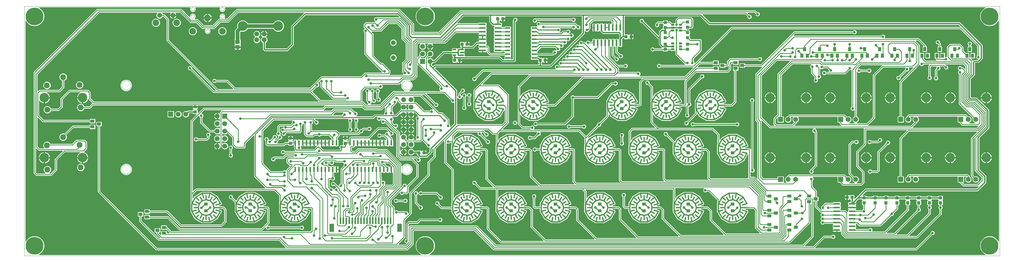
<source format=gtl>
G75*
%MOIN*%
%OFA0B0*%
%FSLAX25Y25*%
%IPPOS*%
%LPD*%
%AMOC8*
5,1,8,0,0,1.08239X$1,22.5*
%
%ADD10C,0.00000*%
%ADD11R,0.03937X0.04331*%
%ADD12R,0.04331X0.03937*%
%ADD13C,0.06600*%
%ADD14C,0.13000*%
%ADD15R,0.04724X0.03850*%
%ADD16R,0.06600X0.06600*%
%ADD17C,0.12500*%
%ADD18R,0.03898X0.02717*%
%ADD19C,0.01575*%
%ADD20R,0.01575X0.01575*%
%ADD21R,0.01575X0.07874*%
%ADD22R,0.08661X0.02362*%
%ADD23R,0.07087X0.02362*%
%ADD24R,0.04724X0.02165*%
%ADD25R,0.02362X0.07087*%
%ADD26C,0.06500*%
%ADD27C,0.08850*%
%ADD28R,0.02362X0.08661*%
%ADD29C,0.07718*%
%ADD30C,0.12661*%
%ADD31R,0.03937X0.05512*%
%ADD32R,0.05512X0.03937*%
%ADD33R,0.06496X0.11024*%
%ADD34C,0.08858*%
%ADD35R,0.05906X0.05118*%
%ADD36C,0.01000*%
%ADD37C,0.03575*%
%ADD38C,0.01600*%
%ADD39C,0.01200*%
%ADD40C,0.23622*%
%ADD41C,0.05000*%
D10*
X0001500Y0002000D02*
X0001500Y0335000D01*
X1301000Y0335000D01*
X1301000Y0002000D01*
X0001500Y0002000D01*
X0130749Y0117346D02*
X0130751Y0117504D01*
X0130757Y0117662D01*
X0130767Y0117820D01*
X0130781Y0117978D01*
X0130799Y0118135D01*
X0130820Y0118292D01*
X0130846Y0118448D01*
X0130876Y0118604D01*
X0130909Y0118759D01*
X0130947Y0118912D01*
X0130988Y0119065D01*
X0131033Y0119217D01*
X0131082Y0119368D01*
X0131135Y0119517D01*
X0131191Y0119665D01*
X0131251Y0119811D01*
X0131315Y0119956D01*
X0131383Y0120099D01*
X0131454Y0120241D01*
X0131528Y0120381D01*
X0131606Y0120518D01*
X0131688Y0120654D01*
X0131772Y0120788D01*
X0131861Y0120919D01*
X0131952Y0121048D01*
X0132047Y0121175D01*
X0132144Y0121300D01*
X0132245Y0121422D01*
X0132349Y0121541D01*
X0132456Y0121658D01*
X0132566Y0121772D01*
X0132679Y0121883D01*
X0132794Y0121992D01*
X0132912Y0122097D01*
X0133033Y0122199D01*
X0133156Y0122299D01*
X0133282Y0122395D01*
X0133410Y0122488D01*
X0133540Y0122578D01*
X0133673Y0122664D01*
X0133808Y0122748D01*
X0133944Y0122827D01*
X0134083Y0122904D01*
X0134224Y0122976D01*
X0134366Y0123046D01*
X0134510Y0123111D01*
X0134656Y0123173D01*
X0134803Y0123231D01*
X0134952Y0123286D01*
X0135102Y0123337D01*
X0135253Y0123384D01*
X0135405Y0123427D01*
X0135558Y0123466D01*
X0135713Y0123502D01*
X0135868Y0123533D01*
X0136024Y0123561D01*
X0136180Y0123585D01*
X0136337Y0123605D01*
X0136495Y0123621D01*
X0136652Y0123633D01*
X0136811Y0123641D01*
X0136969Y0123645D01*
X0137127Y0123645D01*
X0137285Y0123641D01*
X0137444Y0123633D01*
X0137601Y0123621D01*
X0137759Y0123605D01*
X0137916Y0123585D01*
X0138072Y0123561D01*
X0138228Y0123533D01*
X0138383Y0123502D01*
X0138538Y0123466D01*
X0138691Y0123427D01*
X0138843Y0123384D01*
X0138994Y0123337D01*
X0139144Y0123286D01*
X0139293Y0123231D01*
X0139440Y0123173D01*
X0139586Y0123111D01*
X0139730Y0123046D01*
X0139872Y0122976D01*
X0140013Y0122904D01*
X0140152Y0122827D01*
X0140288Y0122748D01*
X0140423Y0122664D01*
X0140556Y0122578D01*
X0140686Y0122488D01*
X0140814Y0122395D01*
X0140940Y0122299D01*
X0141063Y0122199D01*
X0141184Y0122097D01*
X0141302Y0121992D01*
X0141417Y0121883D01*
X0141530Y0121772D01*
X0141640Y0121658D01*
X0141747Y0121541D01*
X0141851Y0121422D01*
X0141952Y0121300D01*
X0142049Y0121175D01*
X0142144Y0121048D01*
X0142235Y0120919D01*
X0142324Y0120788D01*
X0142408Y0120654D01*
X0142490Y0120518D01*
X0142568Y0120381D01*
X0142642Y0120241D01*
X0142713Y0120099D01*
X0142781Y0119956D01*
X0142845Y0119811D01*
X0142905Y0119665D01*
X0142961Y0119517D01*
X0143014Y0119368D01*
X0143063Y0119217D01*
X0143108Y0119065D01*
X0143149Y0118912D01*
X0143187Y0118759D01*
X0143220Y0118604D01*
X0143250Y0118448D01*
X0143276Y0118292D01*
X0143297Y0118135D01*
X0143315Y0117978D01*
X0143329Y0117820D01*
X0143339Y0117662D01*
X0143345Y0117504D01*
X0143347Y0117346D01*
X0143345Y0117188D01*
X0143339Y0117030D01*
X0143329Y0116872D01*
X0143315Y0116714D01*
X0143297Y0116557D01*
X0143276Y0116400D01*
X0143250Y0116244D01*
X0143220Y0116088D01*
X0143187Y0115933D01*
X0143149Y0115780D01*
X0143108Y0115627D01*
X0143063Y0115475D01*
X0143014Y0115324D01*
X0142961Y0115175D01*
X0142905Y0115027D01*
X0142845Y0114881D01*
X0142781Y0114736D01*
X0142713Y0114593D01*
X0142642Y0114451D01*
X0142568Y0114311D01*
X0142490Y0114174D01*
X0142408Y0114038D01*
X0142324Y0113904D01*
X0142235Y0113773D01*
X0142144Y0113644D01*
X0142049Y0113517D01*
X0141952Y0113392D01*
X0141851Y0113270D01*
X0141747Y0113151D01*
X0141640Y0113034D01*
X0141530Y0112920D01*
X0141417Y0112809D01*
X0141302Y0112700D01*
X0141184Y0112595D01*
X0141063Y0112493D01*
X0140940Y0112393D01*
X0140814Y0112297D01*
X0140686Y0112204D01*
X0140556Y0112114D01*
X0140423Y0112028D01*
X0140288Y0111944D01*
X0140152Y0111865D01*
X0140013Y0111788D01*
X0139872Y0111716D01*
X0139730Y0111646D01*
X0139586Y0111581D01*
X0139440Y0111519D01*
X0139293Y0111461D01*
X0139144Y0111406D01*
X0138994Y0111355D01*
X0138843Y0111308D01*
X0138691Y0111265D01*
X0138538Y0111226D01*
X0138383Y0111190D01*
X0138228Y0111159D01*
X0138072Y0111131D01*
X0137916Y0111107D01*
X0137759Y0111087D01*
X0137601Y0111071D01*
X0137444Y0111059D01*
X0137285Y0111051D01*
X0137127Y0111047D01*
X0136969Y0111047D01*
X0136811Y0111051D01*
X0136652Y0111059D01*
X0136495Y0111071D01*
X0136337Y0111087D01*
X0136180Y0111107D01*
X0136024Y0111131D01*
X0135868Y0111159D01*
X0135713Y0111190D01*
X0135558Y0111226D01*
X0135405Y0111265D01*
X0135253Y0111308D01*
X0135102Y0111355D01*
X0134952Y0111406D01*
X0134803Y0111461D01*
X0134656Y0111519D01*
X0134510Y0111581D01*
X0134366Y0111646D01*
X0134224Y0111716D01*
X0134083Y0111788D01*
X0133944Y0111865D01*
X0133808Y0111944D01*
X0133673Y0112028D01*
X0133540Y0112114D01*
X0133410Y0112204D01*
X0133282Y0112297D01*
X0133156Y0112393D01*
X0133033Y0112493D01*
X0132912Y0112595D01*
X0132794Y0112700D01*
X0132679Y0112809D01*
X0132566Y0112920D01*
X0132456Y0113034D01*
X0132349Y0113151D01*
X0132245Y0113270D01*
X0132144Y0113392D01*
X0132047Y0113517D01*
X0131952Y0113644D01*
X0131861Y0113773D01*
X0131772Y0113904D01*
X0131688Y0114038D01*
X0131606Y0114174D01*
X0131528Y0114311D01*
X0131454Y0114451D01*
X0131383Y0114593D01*
X0131315Y0114736D01*
X0131251Y0114881D01*
X0131191Y0115027D01*
X0131135Y0115175D01*
X0131082Y0115324D01*
X0131033Y0115475D01*
X0130988Y0115627D01*
X0130947Y0115780D01*
X0130909Y0115933D01*
X0130876Y0116088D01*
X0130846Y0116244D01*
X0130820Y0116400D01*
X0130799Y0116557D01*
X0130781Y0116714D01*
X0130767Y0116872D01*
X0130757Y0117030D01*
X0130751Y0117188D01*
X0130749Y0117346D01*
X0504578Y0117346D02*
X0504580Y0117504D01*
X0504586Y0117662D01*
X0504596Y0117820D01*
X0504610Y0117978D01*
X0504628Y0118135D01*
X0504649Y0118292D01*
X0504675Y0118448D01*
X0504705Y0118604D01*
X0504738Y0118759D01*
X0504776Y0118912D01*
X0504817Y0119065D01*
X0504862Y0119217D01*
X0504911Y0119368D01*
X0504964Y0119517D01*
X0505020Y0119665D01*
X0505080Y0119811D01*
X0505144Y0119956D01*
X0505212Y0120099D01*
X0505283Y0120241D01*
X0505357Y0120381D01*
X0505435Y0120518D01*
X0505517Y0120654D01*
X0505601Y0120788D01*
X0505690Y0120919D01*
X0505781Y0121048D01*
X0505876Y0121175D01*
X0505973Y0121300D01*
X0506074Y0121422D01*
X0506178Y0121541D01*
X0506285Y0121658D01*
X0506395Y0121772D01*
X0506508Y0121883D01*
X0506623Y0121992D01*
X0506741Y0122097D01*
X0506862Y0122199D01*
X0506985Y0122299D01*
X0507111Y0122395D01*
X0507239Y0122488D01*
X0507369Y0122578D01*
X0507502Y0122664D01*
X0507637Y0122748D01*
X0507773Y0122827D01*
X0507912Y0122904D01*
X0508053Y0122976D01*
X0508195Y0123046D01*
X0508339Y0123111D01*
X0508485Y0123173D01*
X0508632Y0123231D01*
X0508781Y0123286D01*
X0508931Y0123337D01*
X0509082Y0123384D01*
X0509234Y0123427D01*
X0509387Y0123466D01*
X0509542Y0123502D01*
X0509697Y0123533D01*
X0509853Y0123561D01*
X0510009Y0123585D01*
X0510166Y0123605D01*
X0510324Y0123621D01*
X0510481Y0123633D01*
X0510640Y0123641D01*
X0510798Y0123645D01*
X0510956Y0123645D01*
X0511114Y0123641D01*
X0511273Y0123633D01*
X0511430Y0123621D01*
X0511588Y0123605D01*
X0511745Y0123585D01*
X0511901Y0123561D01*
X0512057Y0123533D01*
X0512212Y0123502D01*
X0512367Y0123466D01*
X0512520Y0123427D01*
X0512672Y0123384D01*
X0512823Y0123337D01*
X0512973Y0123286D01*
X0513122Y0123231D01*
X0513269Y0123173D01*
X0513415Y0123111D01*
X0513559Y0123046D01*
X0513701Y0122976D01*
X0513842Y0122904D01*
X0513981Y0122827D01*
X0514117Y0122748D01*
X0514252Y0122664D01*
X0514385Y0122578D01*
X0514515Y0122488D01*
X0514643Y0122395D01*
X0514769Y0122299D01*
X0514892Y0122199D01*
X0515013Y0122097D01*
X0515131Y0121992D01*
X0515246Y0121883D01*
X0515359Y0121772D01*
X0515469Y0121658D01*
X0515576Y0121541D01*
X0515680Y0121422D01*
X0515781Y0121300D01*
X0515878Y0121175D01*
X0515973Y0121048D01*
X0516064Y0120919D01*
X0516153Y0120788D01*
X0516237Y0120654D01*
X0516319Y0120518D01*
X0516397Y0120381D01*
X0516471Y0120241D01*
X0516542Y0120099D01*
X0516610Y0119956D01*
X0516674Y0119811D01*
X0516734Y0119665D01*
X0516790Y0119517D01*
X0516843Y0119368D01*
X0516892Y0119217D01*
X0516937Y0119065D01*
X0516978Y0118912D01*
X0517016Y0118759D01*
X0517049Y0118604D01*
X0517079Y0118448D01*
X0517105Y0118292D01*
X0517126Y0118135D01*
X0517144Y0117978D01*
X0517158Y0117820D01*
X0517168Y0117662D01*
X0517174Y0117504D01*
X0517176Y0117346D01*
X0517174Y0117188D01*
X0517168Y0117030D01*
X0517158Y0116872D01*
X0517144Y0116714D01*
X0517126Y0116557D01*
X0517105Y0116400D01*
X0517079Y0116244D01*
X0517049Y0116088D01*
X0517016Y0115933D01*
X0516978Y0115780D01*
X0516937Y0115627D01*
X0516892Y0115475D01*
X0516843Y0115324D01*
X0516790Y0115175D01*
X0516734Y0115027D01*
X0516674Y0114881D01*
X0516610Y0114736D01*
X0516542Y0114593D01*
X0516471Y0114451D01*
X0516397Y0114311D01*
X0516319Y0114174D01*
X0516237Y0114038D01*
X0516153Y0113904D01*
X0516064Y0113773D01*
X0515973Y0113644D01*
X0515878Y0113517D01*
X0515781Y0113392D01*
X0515680Y0113270D01*
X0515576Y0113151D01*
X0515469Y0113034D01*
X0515359Y0112920D01*
X0515246Y0112809D01*
X0515131Y0112700D01*
X0515013Y0112595D01*
X0514892Y0112493D01*
X0514769Y0112393D01*
X0514643Y0112297D01*
X0514515Y0112204D01*
X0514385Y0112114D01*
X0514252Y0112028D01*
X0514117Y0111944D01*
X0513981Y0111865D01*
X0513842Y0111788D01*
X0513701Y0111716D01*
X0513559Y0111646D01*
X0513415Y0111581D01*
X0513269Y0111519D01*
X0513122Y0111461D01*
X0512973Y0111406D01*
X0512823Y0111355D01*
X0512672Y0111308D01*
X0512520Y0111265D01*
X0512367Y0111226D01*
X0512212Y0111190D01*
X0512057Y0111159D01*
X0511901Y0111131D01*
X0511745Y0111107D01*
X0511588Y0111087D01*
X0511430Y0111071D01*
X0511273Y0111059D01*
X0511114Y0111051D01*
X0510956Y0111047D01*
X0510798Y0111047D01*
X0510640Y0111051D01*
X0510481Y0111059D01*
X0510324Y0111071D01*
X0510166Y0111087D01*
X0510009Y0111107D01*
X0509853Y0111131D01*
X0509697Y0111159D01*
X0509542Y0111190D01*
X0509387Y0111226D01*
X0509234Y0111265D01*
X0509082Y0111308D01*
X0508931Y0111355D01*
X0508781Y0111406D01*
X0508632Y0111461D01*
X0508485Y0111519D01*
X0508339Y0111581D01*
X0508195Y0111646D01*
X0508053Y0111716D01*
X0507912Y0111788D01*
X0507773Y0111865D01*
X0507637Y0111944D01*
X0507502Y0112028D01*
X0507369Y0112114D01*
X0507239Y0112204D01*
X0507111Y0112297D01*
X0506985Y0112393D01*
X0506862Y0112493D01*
X0506741Y0112595D01*
X0506623Y0112700D01*
X0506508Y0112809D01*
X0506395Y0112920D01*
X0506285Y0113034D01*
X0506178Y0113151D01*
X0506074Y0113270D01*
X0505973Y0113392D01*
X0505876Y0113517D01*
X0505781Y0113644D01*
X0505690Y0113773D01*
X0505601Y0113904D01*
X0505517Y0114038D01*
X0505435Y0114174D01*
X0505357Y0114311D01*
X0505283Y0114451D01*
X0505212Y0114593D01*
X0505144Y0114736D01*
X0505080Y0114881D01*
X0505020Y0115027D01*
X0504964Y0115175D01*
X0504911Y0115324D01*
X0504862Y0115475D01*
X0504817Y0115627D01*
X0504776Y0115780D01*
X0504738Y0115933D01*
X0504705Y0116088D01*
X0504675Y0116244D01*
X0504649Y0116400D01*
X0504628Y0116557D01*
X0504610Y0116714D01*
X0504596Y0116872D01*
X0504586Y0117030D01*
X0504580Y0117188D01*
X0504578Y0117346D01*
X0504578Y0229551D02*
X0504580Y0229709D01*
X0504586Y0229867D01*
X0504596Y0230025D01*
X0504610Y0230183D01*
X0504628Y0230340D01*
X0504649Y0230497D01*
X0504675Y0230653D01*
X0504705Y0230809D01*
X0504738Y0230964D01*
X0504776Y0231117D01*
X0504817Y0231270D01*
X0504862Y0231422D01*
X0504911Y0231573D01*
X0504964Y0231722D01*
X0505020Y0231870D01*
X0505080Y0232016D01*
X0505144Y0232161D01*
X0505212Y0232304D01*
X0505283Y0232446D01*
X0505357Y0232586D01*
X0505435Y0232723D01*
X0505517Y0232859D01*
X0505601Y0232993D01*
X0505690Y0233124D01*
X0505781Y0233253D01*
X0505876Y0233380D01*
X0505973Y0233505D01*
X0506074Y0233627D01*
X0506178Y0233746D01*
X0506285Y0233863D01*
X0506395Y0233977D01*
X0506508Y0234088D01*
X0506623Y0234197D01*
X0506741Y0234302D01*
X0506862Y0234404D01*
X0506985Y0234504D01*
X0507111Y0234600D01*
X0507239Y0234693D01*
X0507369Y0234783D01*
X0507502Y0234869D01*
X0507637Y0234953D01*
X0507773Y0235032D01*
X0507912Y0235109D01*
X0508053Y0235181D01*
X0508195Y0235251D01*
X0508339Y0235316D01*
X0508485Y0235378D01*
X0508632Y0235436D01*
X0508781Y0235491D01*
X0508931Y0235542D01*
X0509082Y0235589D01*
X0509234Y0235632D01*
X0509387Y0235671D01*
X0509542Y0235707D01*
X0509697Y0235738D01*
X0509853Y0235766D01*
X0510009Y0235790D01*
X0510166Y0235810D01*
X0510324Y0235826D01*
X0510481Y0235838D01*
X0510640Y0235846D01*
X0510798Y0235850D01*
X0510956Y0235850D01*
X0511114Y0235846D01*
X0511273Y0235838D01*
X0511430Y0235826D01*
X0511588Y0235810D01*
X0511745Y0235790D01*
X0511901Y0235766D01*
X0512057Y0235738D01*
X0512212Y0235707D01*
X0512367Y0235671D01*
X0512520Y0235632D01*
X0512672Y0235589D01*
X0512823Y0235542D01*
X0512973Y0235491D01*
X0513122Y0235436D01*
X0513269Y0235378D01*
X0513415Y0235316D01*
X0513559Y0235251D01*
X0513701Y0235181D01*
X0513842Y0235109D01*
X0513981Y0235032D01*
X0514117Y0234953D01*
X0514252Y0234869D01*
X0514385Y0234783D01*
X0514515Y0234693D01*
X0514643Y0234600D01*
X0514769Y0234504D01*
X0514892Y0234404D01*
X0515013Y0234302D01*
X0515131Y0234197D01*
X0515246Y0234088D01*
X0515359Y0233977D01*
X0515469Y0233863D01*
X0515576Y0233746D01*
X0515680Y0233627D01*
X0515781Y0233505D01*
X0515878Y0233380D01*
X0515973Y0233253D01*
X0516064Y0233124D01*
X0516153Y0232993D01*
X0516237Y0232859D01*
X0516319Y0232723D01*
X0516397Y0232586D01*
X0516471Y0232446D01*
X0516542Y0232304D01*
X0516610Y0232161D01*
X0516674Y0232016D01*
X0516734Y0231870D01*
X0516790Y0231722D01*
X0516843Y0231573D01*
X0516892Y0231422D01*
X0516937Y0231270D01*
X0516978Y0231117D01*
X0517016Y0230964D01*
X0517049Y0230809D01*
X0517079Y0230653D01*
X0517105Y0230497D01*
X0517126Y0230340D01*
X0517144Y0230183D01*
X0517158Y0230025D01*
X0517168Y0229867D01*
X0517174Y0229709D01*
X0517176Y0229551D01*
X0517174Y0229393D01*
X0517168Y0229235D01*
X0517158Y0229077D01*
X0517144Y0228919D01*
X0517126Y0228762D01*
X0517105Y0228605D01*
X0517079Y0228449D01*
X0517049Y0228293D01*
X0517016Y0228138D01*
X0516978Y0227985D01*
X0516937Y0227832D01*
X0516892Y0227680D01*
X0516843Y0227529D01*
X0516790Y0227380D01*
X0516734Y0227232D01*
X0516674Y0227086D01*
X0516610Y0226941D01*
X0516542Y0226798D01*
X0516471Y0226656D01*
X0516397Y0226516D01*
X0516319Y0226379D01*
X0516237Y0226243D01*
X0516153Y0226109D01*
X0516064Y0225978D01*
X0515973Y0225849D01*
X0515878Y0225722D01*
X0515781Y0225597D01*
X0515680Y0225475D01*
X0515576Y0225356D01*
X0515469Y0225239D01*
X0515359Y0225125D01*
X0515246Y0225014D01*
X0515131Y0224905D01*
X0515013Y0224800D01*
X0514892Y0224698D01*
X0514769Y0224598D01*
X0514643Y0224502D01*
X0514515Y0224409D01*
X0514385Y0224319D01*
X0514252Y0224233D01*
X0514117Y0224149D01*
X0513981Y0224070D01*
X0513842Y0223993D01*
X0513701Y0223921D01*
X0513559Y0223851D01*
X0513415Y0223786D01*
X0513269Y0223724D01*
X0513122Y0223666D01*
X0512973Y0223611D01*
X0512823Y0223560D01*
X0512672Y0223513D01*
X0512520Y0223470D01*
X0512367Y0223431D01*
X0512212Y0223395D01*
X0512057Y0223364D01*
X0511901Y0223336D01*
X0511745Y0223312D01*
X0511588Y0223292D01*
X0511430Y0223276D01*
X0511273Y0223264D01*
X0511114Y0223256D01*
X0510956Y0223252D01*
X0510798Y0223252D01*
X0510640Y0223256D01*
X0510481Y0223264D01*
X0510324Y0223276D01*
X0510166Y0223292D01*
X0510009Y0223312D01*
X0509853Y0223336D01*
X0509697Y0223364D01*
X0509542Y0223395D01*
X0509387Y0223431D01*
X0509234Y0223470D01*
X0509082Y0223513D01*
X0508931Y0223560D01*
X0508781Y0223611D01*
X0508632Y0223666D01*
X0508485Y0223724D01*
X0508339Y0223786D01*
X0508195Y0223851D01*
X0508053Y0223921D01*
X0507912Y0223993D01*
X0507773Y0224070D01*
X0507637Y0224149D01*
X0507502Y0224233D01*
X0507369Y0224319D01*
X0507239Y0224409D01*
X0507111Y0224502D01*
X0506985Y0224598D01*
X0506862Y0224698D01*
X0506741Y0224800D01*
X0506623Y0224905D01*
X0506508Y0225014D01*
X0506395Y0225125D01*
X0506285Y0225239D01*
X0506178Y0225356D01*
X0506074Y0225475D01*
X0505973Y0225597D01*
X0505876Y0225722D01*
X0505781Y0225849D01*
X0505690Y0225978D01*
X0505601Y0226109D01*
X0505517Y0226243D01*
X0505435Y0226379D01*
X0505357Y0226516D01*
X0505283Y0226656D01*
X0505212Y0226798D01*
X0505144Y0226941D01*
X0505080Y0227086D01*
X0505020Y0227232D01*
X0504964Y0227380D01*
X0504911Y0227529D01*
X0504862Y0227680D01*
X0504817Y0227832D01*
X0504776Y0227985D01*
X0504738Y0228138D01*
X0504705Y0228293D01*
X0504675Y0228449D01*
X0504649Y0228605D01*
X0504628Y0228762D01*
X0504610Y0228919D01*
X0504596Y0229077D01*
X0504586Y0229235D01*
X0504580Y0229393D01*
X0504578Y0229551D01*
X0242941Y0301783D02*
X0242943Y0301884D01*
X0242949Y0301985D01*
X0242959Y0302086D01*
X0242973Y0302186D01*
X0242991Y0302285D01*
X0243013Y0302384D01*
X0243038Y0302482D01*
X0243068Y0302579D01*
X0243101Y0302674D01*
X0243138Y0302768D01*
X0243179Y0302861D01*
X0243223Y0302952D01*
X0243271Y0303041D01*
X0243323Y0303128D01*
X0243378Y0303213D01*
X0243436Y0303295D01*
X0243497Y0303376D01*
X0243562Y0303454D01*
X0243629Y0303529D01*
X0243699Y0303601D01*
X0243773Y0303671D01*
X0243849Y0303738D01*
X0243927Y0303802D01*
X0244008Y0303862D01*
X0244091Y0303919D01*
X0244177Y0303973D01*
X0244265Y0304024D01*
X0244354Y0304071D01*
X0244445Y0304115D01*
X0244538Y0304154D01*
X0244633Y0304191D01*
X0244728Y0304223D01*
X0244825Y0304252D01*
X0244924Y0304276D01*
X0245022Y0304297D01*
X0245122Y0304314D01*
X0245222Y0304327D01*
X0245323Y0304336D01*
X0245424Y0304341D01*
X0245525Y0304342D01*
X0245626Y0304339D01*
X0245727Y0304332D01*
X0245828Y0304321D01*
X0245928Y0304306D01*
X0246027Y0304287D01*
X0246126Y0304264D01*
X0246223Y0304238D01*
X0246320Y0304207D01*
X0246415Y0304173D01*
X0246508Y0304135D01*
X0246601Y0304093D01*
X0246691Y0304048D01*
X0246780Y0303999D01*
X0246866Y0303947D01*
X0246950Y0303891D01*
X0247033Y0303832D01*
X0247112Y0303770D01*
X0247190Y0303705D01*
X0247264Y0303637D01*
X0247336Y0303565D01*
X0247405Y0303492D01*
X0247471Y0303415D01*
X0247534Y0303336D01*
X0247594Y0303254D01*
X0247650Y0303170D01*
X0247703Y0303084D01*
X0247753Y0302996D01*
X0247799Y0302906D01*
X0247842Y0302815D01*
X0247881Y0302721D01*
X0247916Y0302626D01*
X0247947Y0302530D01*
X0247975Y0302433D01*
X0247999Y0302335D01*
X0248019Y0302236D01*
X0248035Y0302136D01*
X0248047Y0302035D01*
X0248055Y0301935D01*
X0248059Y0301834D01*
X0248059Y0301732D01*
X0248055Y0301631D01*
X0248047Y0301531D01*
X0248035Y0301430D01*
X0248019Y0301330D01*
X0247999Y0301231D01*
X0247975Y0301133D01*
X0247947Y0301036D01*
X0247916Y0300940D01*
X0247881Y0300845D01*
X0247842Y0300751D01*
X0247799Y0300660D01*
X0247753Y0300570D01*
X0247703Y0300482D01*
X0247650Y0300396D01*
X0247594Y0300312D01*
X0247534Y0300230D01*
X0247471Y0300151D01*
X0247405Y0300074D01*
X0247336Y0300001D01*
X0247264Y0299929D01*
X0247190Y0299861D01*
X0247112Y0299796D01*
X0247033Y0299734D01*
X0246950Y0299675D01*
X0246866Y0299619D01*
X0246779Y0299567D01*
X0246691Y0299518D01*
X0246601Y0299473D01*
X0246508Y0299431D01*
X0246415Y0299393D01*
X0246320Y0299359D01*
X0246223Y0299328D01*
X0246126Y0299302D01*
X0246027Y0299279D01*
X0245928Y0299260D01*
X0245828Y0299245D01*
X0245727Y0299234D01*
X0245626Y0299227D01*
X0245525Y0299224D01*
X0245424Y0299225D01*
X0245323Y0299230D01*
X0245222Y0299239D01*
X0245122Y0299252D01*
X0245022Y0299269D01*
X0244924Y0299290D01*
X0244825Y0299314D01*
X0244728Y0299343D01*
X0244633Y0299375D01*
X0244538Y0299412D01*
X0244445Y0299451D01*
X0244354Y0299495D01*
X0244265Y0299542D01*
X0244177Y0299593D01*
X0244091Y0299647D01*
X0244008Y0299704D01*
X0243927Y0299764D01*
X0243849Y0299828D01*
X0243773Y0299895D01*
X0243699Y0299965D01*
X0243629Y0300037D01*
X0243562Y0300112D01*
X0243497Y0300190D01*
X0243436Y0300271D01*
X0243378Y0300353D01*
X0243323Y0300438D01*
X0243271Y0300525D01*
X0243223Y0300614D01*
X0243179Y0300705D01*
X0243138Y0300798D01*
X0243101Y0300892D01*
X0243068Y0300987D01*
X0243038Y0301084D01*
X0243013Y0301182D01*
X0242991Y0301281D01*
X0242973Y0301380D01*
X0242959Y0301480D01*
X0242949Y0301581D01*
X0242943Y0301682D01*
X0242941Y0301783D01*
X0223256Y0321469D02*
X0223258Y0321570D01*
X0223264Y0321671D01*
X0223274Y0321772D01*
X0223288Y0321872D01*
X0223306Y0321971D01*
X0223328Y0322070D01*
X0223353Y0322168D01*
X0223383Y0322265D01*
X0223416Y0322360D01*
X0223453Y0322454D01*
X0223494Y0322547D01*
X0223538Y0322638D01*
X0223586Y0322727D01*
X0223638Y0322814D01*
X0223693Y0322899D01*
X0223751Y0322981D01*
X0223812Y0323062D01*
X0223877Y0323140D01*
X0223944Y0323215D01*
X0224014Y0323287D01*
X0224088Y0323357D01*
X0224164Y0323424D01*
X0224242Y0323488D01*
X0224323Y0323548D01*
X0224406Y0323605D01*
X0224492Y0323659D01*
X0224580Y0323710D01*
X0224669Y0323757D01*
X0224760Y0323801D01*
X0224853Y0323840D01*
X0224948Y0323877D01*
X0225043Y0323909D01*
X0225140Y0323938D01*
X0225239Y0323962D01*
X0225337Y0323983D01*
X0225437Y0324000D01*
X0225537Y0324013D01*
X0225638Y0324022D01*
X0225739Y0324027D01*
X0225840Y0324028D01*
X0225941Y0324025D01*
X0226042Y0324018D01*
X0226143Y0324007D01*
X0226243Y0323992D01*
X0226342Y0323973D01*
X0226441Y0323950D01*
X0226538Y0323924D01*
X0226635Y0323893D01*
X0226730Y0323859D01*
X0226823Y0323821D01*
X0226916Y0323779D01*
X0227006Y0323734D01*
X0227095Y0323685D01*
X0227181Y0323633D01*
X0227265Y0323577D01*
X0227348Y0323518D01*
X0227427Y0323456D01*
X0227505Y0323391D01*
X0227579Y0323323D01*
X0227651Y0323251D01*
X0227720Y0323178D01*
X0227786Y0323101D01*
X0227849Y0323022D01*
X0227909Y0322940D01*
X0227965Y0322856D01*
X0228018Y0322770D01*
X0228068Y0322682D01*
X0228114Y0322592D01*
X0228157Y0322501D01*
X0228196Y0322407D01*
X0228231Y0322312D01*
X0228262Y0322216D01*
X0228290Y0322119D01*
X0228314Y0322021D01*
X0228334Y0321922D01*
X0228350Y0321822D01*
X0228362Y0321721D01*
X0228370Y0321621D01*
X0228374Y0321520D01*
X0228374Y0321418D01*
X0228370Y0321317D01*
X0228362Y0321217D01*
X0228350Y0321116D01*
X0228334Y0321016D01*
X0228314Y0320917D01*
X0228290Y0320819D01*
X0228262Y0320722D01*
X0228231Y0320626D01*
X0228196Y0320531D01*
X0228157Y0320437D01*
X0228114Y0320346D01*
X0228068Y0320256D01*
X0228018Y0320168D01*
X0227965Y0320082D01*
X0227909Y0319998D01*
X0227849Y0319916D01*
X0227786Y0319837D01*
X0227720Y0319760D01*
X0227651Y0319687D01*
X0227579Y0319615D01*
X0227505Y0319547D01*
X0227427Y0319482D01*
X0227348Y0319420D01*
X0227265Y0319361D01*
X0227181Y0319305D01*
X0227094Y0319253D01*
X0227006Y0319204D01*
X0226916Y0319159D01*
X0226823Y0319117D01*
X0226730Y0319079D01*
X0226635Y0319045D01*
X0226538Y0319014D01*
X0226441Y0318988D01*
X0226342Y0318965D01*
X0226243Y0318946D01*
X0226143Y0318931D01*
X0226042Y0318920D01*
X0225941Y0318913D01*
X0225840Y0318910D01*
X0225739Y0318911D01*
X0225638Y0318916D01*
X0225537Y0318925D01*
X0225437Y0318938D01*
X0225337Y0318955D01*
X0225239Y0318976D01*
X0225140Y0319000D01*
X0225043Y0319029D01*
X0224948Y0319061D01*
X0224853Y0319098D01*
X0224760Y0319137D01*
X0224669Y0319181D01*
X0224580Y0319228D01*
X0224492Y0319279D01*
X0224406Y0319333D01*
X0224323Y0319390D01*
X0224242Y0319450D01*
X0224164Y0319514D01*
X0224088Y0319581D01*
X0224014Y0319651D01*
X0223944Y0319723D01*
X0223877Y0319798D01*
X0223812Y0319876D01*
X0223751Y0319957D01*
X0223693Y0320039D01*
X0223638Y0320124D01*
X0223586Y0320211D01*
X0223538Y0320300D01*
X0223494Y0320391D01*
X0223453Y0320484D01*
X0223416Y0320578D01*
X0223383Y0320673D01*
X0223353Y0320770D01*
X0223328Y0320868D01*
X0223306Y0320967D01*
X0223288Y0321066D01*
X0223274Y0321166D01*
X0223264Y0321267D01*
X0223258Y0321368D01*
X0223256Y0321469D01*
X0223256Y0331311D02*
X0223258Y0331412D01*
X0223264Y0331513D01*
X0223274Y0331614D01*
X0223288Y0331714D01*
X0223306Y0331813D01*
X0223328Y0331912D01*
X0223353Y0332010D01*
X0223383Y0332107D01*
X0223416Y0332202D01*
X0223453Y0332296D01*
X0223494Y0332389D01*
X0223538Y0332480D01*
X0223586Y0332569D01*
X0223638Y0332656D01*
X0223693Y0332741D01*
X0223751Y0332823D01*
X0223812Y0332904D01*
X0223877Y0332982D01*
X0223944Y0333057D01*
X0224014Y0333129D01*
X0224088Y0333199D01*
X0224164Y0333266D01*
X0224242Y0333330D01*
X0224323Y0333390D01*
X0224406Y0333447D01*
X0224492Y0333501D01*
X0224580Y0333552D01*
X0224669Y0333599D01*
X0224760Y0333643D01*
X0224853Y0333682D01*
X0224948Y0333719D01*
X0225043Y0333751D01*
X0225140Y0333780D01*
X0225239Y0333804D01*
X0225337Y0333825D01*
X0225437Y0333842D01*
X0225537Y0333855D01*
X0225638Y0333864D01*
X0225739Y0333869D01*
X0225840Y0333870D01*
X0225941Y0333867D01*
X0226042Y0333860D01*
X0226143Y0333849D01*
X0226243Y0333834D01*
X0226342Y0333815D01*
X0226441Y0333792D01*
X0226538Y0333766D01*
X0226635Y0333735D01*
X0226730Y0333701D01*
X0226823Y0333663D01*
X0226916Y0333621D01*
X0227006Y0333576D01*
X0227095Y0333527D01*
X0227181Y0333475D01*
X0227265Y0333419D01*
X0227348Y0333360D01*
X0227427Y0333298D01*
X0227505Y0333233D01*
X0227579Y0333165D01*
X0227651Y0333093D01*
X0227720Y0333020D01*
X0227786Y0332943D01*
X0227849Y0332864D01*
X0227909Y0332782D01*
X0227965Y0332698D01*
X0228018Y0332612D01*
X0228068Y0332524D01*
X0228114Y0332434D01*
X0228157Y0332343D01*
X0228196Y0332249D01*
X0228231Y0332154D01*
X0228262Y0332058D01*
X0228290Y0331961D01*
X0228314Y0331863D01*
X0228334Y0331764D01*
X0228350Y0331664D01*
X0228362Y0331563D01*
X0228370Y0331463D01*
X0228374Y0331362D01*
X0228374Y0331260D01*
X0228370Y0331159D01*
X0228362Y0331059D01*
X0228350Y0330958D01*
X0228334Y0330858D01*
X0228314Y0330759D01*
X0228290Y0330661D01*
X0228262Y0330564D01*
X0228231Y0330468D01*
X0228196Y0330373D01*
X0228157Y0330279D01*
X0228114Y0330188D01*
X0228068Y0330098D01*
X0228018Y0330010D01*
X0227965Y0329924D01*
X0227909Y0329840D01*
X0227849Y0329758D01*
X0227786Y0329679D01*
X0227720Y0329602D01*
X0227651Y0329529D01*
X0227579Y0329457D01*
X0227505Y0329389D01*
X0227427Y0329324D01*
X0227348Y0329262D01*
X0227265Y0329203D01*
X0227181Y0329147D01*
X0227094Y0329095D01*
X0227006Y0329046D01*
X0226916Y0329001D01*
X0226823Y0328959D01*
X0226730Y0328921D01*
X0226635Y0328887D01*
X0226538Y0328856D01*
X0226441Y0328830D01*
X0226342Y0328807D01*
X0226243Y0328788D01*
X0226143Y0328773D01*
X0226042Y0328762D01*
X0225941Y0328755D01*
X0225840Y0328752D01*
X0225739Y0328753D01*
X0225638Y0328758D01*
X0225537Y0328767D01*
X0225437Y0328780D01*
X0225337Y0328797D01*
X0225239Y0328818D01*
X0225140Y0328842D01*
X0225043Y0328871D01*
X0224948Y0328903D01*
X0224853Y0328940D01*
X0224760Y0328979D01*
X0224669Y0329023D01*
X0224580Y0329070D01*
X0224492Y0329121D01*
X0224406Y0329175D01*
X0224323Y0329232D01*
X0224242Y0329292D01*
X0224164Y0329356D01*
X0224088Y0329423D01*
X0224014Y0329493D01*
X0223944Y0329565D01*
X0223877Y0329640D01*
X0223812Y0329718D01*
X0223751Y0329799D01*
X0223693Y0329881D01*
X0223638Y0329966D01*
X0223586Y0330053D01*
X0223538Y0330142D01*
X0223494Y0330233D01*
X0223453Y0330326D01*
X0223416Y0330420D01*
X0223383Y0330515D01*
X0223353Y0330612D01*
X0223328Y0330710D01*
X0223306Y0330809D01*
X0223288Y0330908D01*
X0223274Y0331008D01*
X0223264Y0331109D01*
X0223258Y0331210D01*
X0223256Y0331311D01*
X0262626Y0331311D02*
X0262628Y0331412D01*
X0262634Y0331513D01*
X0262644Y0331614D01*
X0262658Y0331714D01*
X0262676Y0331813D01*
X0262698Y0331912D01*
X0262723Y0332010D01*
X0262753Y0332107D01*
X0262786Y0332202D01*
X0262823Y0332296D01*
X0262864Y0332389D01*
X0262908Y0332480D01*
X0262956Y0332569D01*
X0263008Y0332656D01*
X0263063Y0332741D01*
X0263121Y0332823D01*
X0263182Y0332904D01*
X0263247Y0332982D01*
X0263314Y0333057D01*
X0263384Y0333129D01*
X0263458Y0333199D01*
X0263534Y0333266D01*
X0263612Y0333330D01*
X0263693Y0333390D01*
X0263776Y0333447D01*
X0263862Y0333501D01*
X0263950Y0333552D01*
X0264039Y0333599D01*
X0264130Y0333643D01*
X0264223Y0333682D01*
X0264318Y0333719D01*
X0264413Y0333751D01*
X0264510Y0333780D01*
X0264609Y0333804D01*
X0264707Y0333825D01*
X0264807Y0333842D01*
X0264907Y0333855D01*
X0265008Y0333864D01*
X0265109Y0333869D01*
X0265210Y0333870D01*
X0265311Y0333867D01*
X0265412Y0333860D01*
X0265513Y0333849D01*
X0265613Y0333834D01*
X0265712Y0333815D01*
X0265811Y0333792D01*
X0265908Y0333766D01*
X0266005Y0333735D01*
X0266100Y0333701D01*
X0266193Y0333663D01*
X0266286Y0333621D01*
X0266376Y0333576D01*
X0266465Y0333527D01*
X0266551Y0333475D01*
X0266635Y0333419D01*
X0266718Y0333360D01*
X0266797Y0333298D01*
X0266875Y0333233D01*
X0266949Y0333165D01*
X0267021Y0333093D01*
X0267090Y0333020D01*
X0267156Y0332943D01*
X0267219Y0332864D01*
X0267279Y0332782D01*
X0267335Y0332698D01*
X0267388Y0332612D01*
X0267438Y0332524D01*
X0267484Y0332434D01*
X0267527Y0332343D01*
X0267566Y0332249D01*
X0267601Y0332154D01*
X0267632Y0332058D01*
X0267660Y0331961D01*
X0267684Y0331863D01*
X0267704Y0331764D01*
X0267720Y0331664D01*
X0267732Y0331563D01*
X0267740Y0331463D01*
X0267744Y0331362D01*
X0267744Y0331260D01*
X0267740Y0331159D01*
X0267732Y0331059D01*
X0267720Y0330958D01*
X0267704Y0330858D01*
X0267684Y0330759D01*
X0267660Y0330661D01*
X0267632Y0330564D01*
X0267601Y0330468D01*
X0267566Y0330373D01*
X0267527Y0330279D01*
X0267484Y0330188D01*
X0267438Y0330098D01*
X0267388Y0330010D01*
X0267335Y0329924D01*
X0267279Y0329840D01*
X0267219Y0329758D01*
X0267156Y0329679D01*
X0267090Y0329602D01*
X0267021Y0329529D01*
X0266949Y0329457D01*
X0266875Y0329389D01*
X0266797Y0329324D01*
X0266718Y0329262D01*
X0266635Y0329203D01*
X0266551Y0329147D01*
X0266464Y0329095D01*
X0266376Y0329046D01*
X0266286Y0329001D01*
X0266193Y0328959D01*
X0266100Y0328921D01*
X0266005Y0328887D01*
X0265908Y0328856D01*
X0265811Y0328830D01*
X0265712Y0328807D01*
X0265613Y0328788D01*
X0265513Y0328773D01*
X0265412Y0328762D01*
X0265311Y0328755D01*
X0265210Y0328752D01*
X0265109Y0328753D01*
X0265008Y0328758D01*
X0264907Y0328767D01*
X0264807Y0328780D01*
X0264707Y0328797D01*
X0264609Y0328818D01*
X0264510Y0328842D01*
X0264413Y0328871D01*
X0264318Y0328903D01*
X0264223Y0328940D01*
X0264130Y0328979D01*
X0264039Y0329023D01*
X0263950Y0329070D01*
X0263862Y0329121D01*
X0263776Y0329175D01*
X0263693Y0329232D01*
X0263612Y0329292D01*
X0263534Y0329356D01*
X0263458Y0329423D01*
X0263384Y0329493D01*
X0263314Y0329565D01*
X0263247Y0329640D01*
X0263182Y0329718D01*
X0263121Y0329799D01*
X0263063Y0329881D01*
X0263008Y0329966D01*
X0262956Y0330053D01*
X0262908Y0330142D01*
X0262864Y0330233D01*
X0262823Y0330326D01*
X0262786Y0330420D01*
X0262753Y0330515D01*
X0262723Y0330612D01*
X0262698Y0330710D01*
X0262676Y0330809D01*
X0262658Y0330908D01*
X0262644Y0331008D01*
X0262634Y0331109D01*
X0262628Y0331210D01*
X0262626Y0331311D01*
X0262626Y0321469D02*
X0262628Y0321570D01*
X0262634Y0321671D01*
X0262644Y0321772D01*
X0262658Y0321872D01*
X0262676Y0321971D01*
X0262698Y0322070D01*
X0262723Y0322168D01*
X0262753Y0322265D01*
X0262786Y0322360D01*
X0262823Y0322454D01*
X0262864Y0322547D01*
X0262908Y0322638D01*
X0262956Y0322727D01*
X0263008Y0322814D01*
X0263063Y0322899D01*
X0263121Y0322981D01*
X0263182Y0323062D01*
X0263247Y0323140D01*
X0263314Y0323215D01*
X0263384Y0323287D01*
X0263458Y0323357D01*
X0263534Y0323424D01*
X0263612Y0323488D01*
X0263693Y0323548D01*
X0263776Y0323605D01*
X0263862Y0323659D01*
X0263950Y0323710D01*
X0264039Y0323757D01*
X0264130Y0323801D01*
X0264223Y0323840D01*
X0264318Y0323877D01*
X0264413Y0323909D01*
X0264510Y0323938D01*
X0264609Y0323962D01*
X0264707Y0323983D01*
X0264807Y0324000D01*
X0264907Y0324013D01*
X0265008Y0324022D01*
X0265109Y0324027D01*
X0265210Y0324028D01*
X0265311Y0324025D01*
X0265412Y0324018D01*
X0265513Y0324007D01*
X0265613Y0323992D01*
X0265712Y0323973D01*
X0265811Y0323950D01*
X0265908Y0323924D01*
X0266005Y0323893D01*
X0266100Y0323859D01*
X0266193Y0323821D01*
X0266286Y0323779D01*
X0266376Y0323734D01*
X0266465Y0323685D01*
X0266551Y0323633D01*
X0266635Y0323577D01*
X0266718Y0323518D01*
X0266797Y0323456D01*
X0266875Y0323391D01*
X0266949Y0323323D01*
X0267021Y0323251D01*
X0267090Y0323178D01*
X0267156Y0323101D01*
X0267219Y0323022D01*
X0267279Y0322940D01*
X0267335Y0322856D01*
X0267388Y0322770D01*
X0267438Y0322682D01*
X0267484Y0322592D01*
X0267527Y0322501D01*
X0267566Y0322407D01*
X0267601Y0322312D01*
X0267632Y0322216D01*
X0267660Y0322119D01*
X0267684Y0322021D01*
X0267704Y0321922D01*
X0267720Y0321822D01*
X0267732Y0321721D01*
X0267740Y0321621D01*
X0267744Y0321520D01*
X0267744Y0321418D01*
X0267740Y0321317D01*
X0267732Y0321217D01*
X0267720Y0321116D01*
X0267704Y0321016D01*
X0267684Y0320917D01*
X0267660Y0320819D01*
X0267632Y0320722D01*
X0267601Y0320626D01*
X0267566Y0320531D01*
X0267527Y0320437D01*
X0267484Y0320346D01*
X0267438Y0320256D01*
X0267388Y0320168D01*
X0267335Y0320082D01*
X0267279Y0319998D01*
X0267219Y0319916D01*
X0267156Y0319837D01*
X0267090Y0319760D01*
X0267021Y0319687D01*
X0266949Y0319615D01*
X0266875Y0319547D01*
X0266797Y0319482D01*
X0266718Y0319420D01*
X0266635Y0319361D01*
X0266551Y0319305D01*
X0266464Y0319253D01*
X0266376Y0319204D01*
X0266286Y0319159D01*
X0266193Y0319117D01*
X0266100Y0319079D01*
X0266005Y0319045D01*
X0265908Y0319014D01*
X0265811Y0318988D01*
X0265712Y0318965D01*
X0265613Y0318946D01*
X0265513Y0318931D01*
X0265412Y0318920D01*
X0265311Y0318913D01*
X0265210Y0318910D01*
X0265109Y0318911D01*
X0265008Y0318916D01*
X0264907Y0318925D01*
X0264807Y0318938D01*
X0264707Y0318955D01*
X0264609Y0318976D01*
X0264510Y0319000D01*
X0264413Y0319029D01*
X0264318Y0319061D01*
X0264223Y0319098D01*
X0264130Y0319137D01*
X0264039Y0319181D01*
X0263950Y0319228D01*
X0263862Y0319279D01*
X0263776Y0319333D01*
X0263693Y0319390D01*
X0263612Y0319450D01*
X0263534Y0319514D01*
X0263458Y0319581D01*
X0263384Y0319651D01*
X0263314Y0319723D01*
X0263247Y0319798D01*
X0263182Y0319876D01*
X0263121Y0319957D01*
X0263063Y0320039D01*
X0263008Y0320124D01*
X0262956Y0320211D01*
X0262908Y0320300D01*
X0262864Y0320391D01*
X0262823Y0320484D01*
X0262786Y0320578D01*
X0262753Y0320673D01*
X0262723Y0320770D01*
X0262698Y0320868D01*
X0262676Y0320967D01*
X0262658Y0321066D01*
X0262644Y0321166D01*
X0262634Y0321267D01*
X0262628Y0321368D01*
X0262626Y0321469D01*
X0130703Y0229471D02*
X0130705Y0229629D01*
X0130711Y0229787D01*
X0130721Y0229945D01*
X0130735Y0230103D01*
X0130753Y0230260D01*
X0130774Y0230417D01*
X0130800Y0230573D01*
X0130830Y0230729D01*
X0130863Y0230884D01*
X0130901Y0231037D01*
X0130942Y0231190D01*
X0130987Y0231342D01*
X0131036Y0231493D01*
X0131089Y0231642D01*
X0131145Y0231790D01*
X0131205Y0231936D01*
X0131269Y0232081D01*
X0131337Y0232224D01*
X0131408Y0232366D01*
X0131482Y0232506D01*
X0131560Y0232643D01*
X0131642Y0232779D01*
X0131726Y0232913D01*
X0131815Y0233044D01*
X0131906Y0233173D01*
X0132001Y0233300D01*
X0132098Y0233425D01*
X0132199Y0233547D01*
X0132303Y0233666D01*
X0132410Y0233783D01*
X0132520Y0233897D01*
X0132633Y0234008D01*
X0132748Y0234117D01*
X0132866Y0234222D01*
X0132987Y0234324D01*
X0133110Y0234424D01*
X0133236Y0234520D01*
X0133364Y0234613D01*
X0133494Y0234703D01*
X0133627Y0234789D01*
X0133762Y0234873D01*
X0133898Y0234952D01*
X0134037Y0235029D01*
X0134178Y0235101D01*
X0134320Y0235171D01*
X0134464Y0235236D01*
X0134610Y0235298D01*
X0134757Y0235356D01*
X0134906Y0235411D01*
X0135056Y0235462D01*
X0135207Y0235509D01*
X0135359Y0235552D01*
X0135512Y0235591D01*
X0135667Y0235627D01*
X0135822Y0235658D01*
X0135978Y0235686D01*
X0136134Y0235710D01*
X0136291Y0235730D01*
X0136449Y0235746D01*
X0136606Y0235758D01*
X0136765Y0235766D01*
X0136923Y0235770D01*
X0137081Y0235770D01*
X0137239Y0235766D01*
X0137398Y0235758D01*
X0137555Y0235746D01*
X0137713Y0235730D01*
X0137870Y0235710D01*
X0138026Y0235686D01*
X0138182Y0235658D01*
X0138337Y0235627D01*
X0138492Y0235591D01*
X0138645Y0235552D01*
X0138797Y0235509D01*
X0138948Y0235462D01*
X0139098Y0235411D01*
X0139247Y0235356D01*
X0139394Y0235298D01*
X0139540Y0235236D01*
X0139684Y0235171D01*
X0139826Y0235101D01*
X0139967Y0235029D01*
X0140106Y0234952D01*
X0140242Y0234873D01*
X0140377Y0234789D01*
X0140510Y0234703D01*
X0140640Y0234613D01*
X0140768Y0234520D01*
X0140894Y0234424D01*
X0141017Y0234324D01*
X0141138Y0234222D01*
X0141256Y0234117D01*
X0141371Y0234008D01*
X0141484Y0233897D01*
X0141594Y0233783D01*
X0141701Y0233666D01*
X0141805Y0233547D01*
X0141906Y0233425D01*
X0142003Y0233300D01*
X0142098Y0233173D01*
X0142189Y0233044D01*
X0142278Y0232913D01*
X0142362Y0232779D01*
X0142444Y0232643D01*
X0142522Y0232506D01*
X0142596Y0232366D01*
X0142667Y0232224D01*
X0142735Y0232081D01*
X0142799Y0231936D01*
X0142859Y0231790D01*
X0142915Y0231642D01*
X0142968Y0231493D01*
X0143017Y0231342D01*
X0143062Y0231190D01*
X0143103Y0231037D01*
X0143141Y0230884D01*
X0143174Y0230729D01*
X0143204Y0230573D01*
X0143230Y0230417D01*
X0143251Y0230260D01*
X0143269Y0230103D01*
X0143283Y0229945D01*
X0143293Y0229787D01*
X0143299Y0229629D01*
X0143301Y0229471D01*
X0143299Y0229313D01*
X0143293Y0229155D01*
X0143283Y0228997D01*
X0143269Y0228839D01*
X0143251Y0228682D01*
X0143230Y0228525D01*
X0143204Y0228369D01*
X0143174Y0228213D01*
X0143141Y0228058D01*
X0143103Y0227905D01*
X0143062Y0227752D01*
X0143017Y0227600D01*
X0142968Y0227449D01*
X0142915Y0227300D01*
X0142859Y0227152D01*
X0142799Y0227006D01*
X0142735Y0226861D01*
X0142667Y0226718D01*
X0142596Y0226576D01*
X0142522Y0226436D01*
X0142444Y0226299D01*
X0142362Y0226163D01*
X0142278Y0226029D01*
X0142189Y0225898D01*
X0142098Y0225769D01*
X0142003Y0225642D01*
X0141906Y0225517D01*
X0141805Y0225395D01*
X0141701Y0225276D01*
X0141594Y0225159D01*
X0141484Y0225045D01*
X0141371Y0224934D01*
X0141256Y0224825D01*
X0141138Y0224720D01*
X0141017Y0224618D01*
X0140894Y0224518D01*
X0140768Y0224422D01*
X0140640Y0224329D01*
X0140510Y0224239D01*
X0140377Y0224153D01*
X0140242Y0224069D01*
X0140106Y0223990D01*
X0139967Y0223913D01*
X0139826Y0223841D01*
X0139684Y0223771D01*
X0139540Y0223706D01*
X0139394Y0223644D01*
X0139247Y0223586D01*
X0139098Y0223531D01*
X0138948Y0223480D01*
X0138797Y0223433D01*
X0138645Y0223390D01*
X0138492Y0223351D01*
X0138337Y0223315D01*
X0138182Y0223284D01*
X0138026Y0223256D01*
X0137870Y0223232D01*
X0137713Y0223212D01*
X0137555Y0223196D01*
X0137398Y0223184D01*
X0137239Y0223176D01*
X0137081Y0223172D01*
X0136923Y0223172D01*
X0136765Y0223176D01*
X0136606Y0223184D01*
X0136449Y0223196D01*
X0136291Y0223212D01*
X0136134Y0223232D01*
X0135978Y0223256D01*
X0135822Y0223284D01*
X0135667Y0223315D01*
X0135512Y0223351D01*
X0135359Y0223390D01*
X0135207Y0223433D01*
X0135056Y0223480D01*
X0134906Y0223531D01*
X0134757Y0223586D01*
X0134610Y0223644D01*
X0134464Y0223706D01*
X0134320Y0223771D01*
X0134178Y0223841D01*
X0134037Y0223913D01*
X0133898Y0223990D01*
X0133762Y0224069D01*
X0133627Y0224153D01*
X0133494Y0224239D01*
X0133364Y0224329D01*
X0133236Y0224422D01*
X0133110Y0224518D01*
X0132987Y0224618D01*
X0132866Y0224720D01*
X0132748Y0224825D01*
X0132633Y0224934D01*
X0132520Y0225045D01*
X0132410Y0225159D01*
X0132303Y0225276D01*
X0132199Y0225395D01*
X0132098Y0225517D01*
X0132001Y0225642D01*
X0131906Y0225769D01*
X0131815Y0225898D01*
X0131726Y0226029D01*
X0131642Y0226163D01*
X0131560Y0226299D01*
X0131482Y0226436D01*
X0131408Y0226576D01*
X0131337Y0226718D01*
X0131269Y0226861D01*
X0131205Y0227006D01*
X0131145Y0227152D01*
X0131089Y0227300D01*
X0131036Y0227449D01*
X0130987Y0227600D01*
X0130942Y0227752D01*
X0130901Y0227905D01*
X0130863Y0228058D01*
X0130830Y0228213D01*
X0130800Y0228369D01*
X0130774Y0228525D01*
X0130753Y0228682D01*
X0130735Y0228839D01*
X0130721Y0228997D01*
X0130711Y0229155D01*
X0130705Y0229313D01*
X0130703Y0229471D01*
D11*
X0527154Y0139500D03*
X0533846Y0139500D03*
X0574654Y0263000D03*
X0581346Y0263000D03*
X0584654Y0284500D03*
X0591346Y0284500D03*
X0688654Y0263000D03*
X0695346Y0263000D03*
X0803154Y0294500D03*
X0809846Y0294500D03*
X0638846Y0318500D03*
X0632154Y0318500D03*
X1097654Y0080000D03*
X1104346Y0080000D03*
D12*
X1120500Y0079346D03*
X1120500Y0072654D03*
X1135000Y0072654D03*
X1149500Y0072654D03*
X1164000Y0072654D03*
X1178500Y0072654D03*
X1193000Y0072654D03*
X1207500Y0072654D03*
X1222000Y0072654D03*
X1222000Y0079346D03*
X1207500Y0079346D03*
X1193000Y0079346D03*
X1178500Y0079346D03*
X1164000Y0079346D03*
X1149500Y0079346D03*
X1135000Y0079346D03*
X0429000Y0152154D03*
X0429000Y0158846D03*
X0356000Y0158846D03*
X0356000Y0152154D03*
X0229000Y0194154D03*
X0229000Y0200846D03*
X0855500Y0277654D03*
X0855500Y0284346D03*
X0885000Y0284346D03*
X0885000Y0277654D03*
X0885000Y0293154D03*
X0885000Y0299846D03*
X0855500Y0299846D03*
X0855500Y0293154D03*
X0855500Y0306654D03*
X0855500Y0313346D03*
X0885000Y0313846D03*
X0885000Y0307154D03*
D13*
X0542000Y0281500D03*
X0532000Y0281500D03*
X0532000Y0271500D03*
X0542000Y0271500D03*
X0542000Y0261500D03*
X0516665Y0210504D03*
X0506665Y0210504D03*
X0506665Y0200504D03*
X0516665Y0200504D03*
X0516665Y0190504D03*
X0506665Y0190504D03*
X0506665Y0180504D03*
X0516665Y0180504D03*
X0516665Y0170504D03*
X0506665Y0170504D03*
X0506665Y0160504D03*
X0516665Y0160504D03*
X0516665Y0150504D03*
X0506665Y0150504D03*
X0506665Y0140504D03*
X0516665Y0140504D03*
X0268500Y0148500D03*
X0258500Y0148500D03*
X0258500Y0158500D03*
X0268500Y0158500D03*
X0268500Y0168500D03*
X0258500Y0168500D03*
X0258500Y0178500D03*
X0268500Y0178500D03*
X0258500Y0188500D03*
X0216500Y0191000D03*
X0206500Y0191000D03*
X0311079Y0290200D03*
X0320921Y0290200D03*
X0320921Y0298000D03*
X0311079Y0298000D03*
X0199400Y0322900D03*
X0181600Y0322900D03*
X1019000Y0184000D03*
X1029000Y0184000D03*
X1099000Y0184000D03*
X1109000Y0184000D03*
X1179000Y0184000D03*
X1189000Y0184000D03*
X1259000Y0184000D03*
X1269000Y0184000D03*
X1269000Y0104000D03*
X1259000Y0104000D03*
X1189000Y0104000D03*
X1179000Y0104000D03*
X1109000Y0104000D03*
X1099000Y0104000D03*
X1029000Y0104000D03*
X1019000Y0104000D03*
D14*
X0339700Y0308700D03*
X0292300Y0308700D03*
D15*
X0620500Y0207644D03*
X0620500Y0198374D03*
X0679500Y0198374D03*
X0679500Y0207644D03*
X0797500Y0207644D03*
X0797500Y0198374D03*
X0856500Y0198374D03*
X0856500Y0207644D03*
X0915500Y0207644D03*
X0915500Y0198374D03*
X0886000Y0148644D03*
X0886000Y0139374D03*
X0827000Y0139374D03*
X0827000Y0148644D03*
X0768000Y0148644D03*
X0768000Y0139374D03*
X0709000Y0139374D03*
X0709000Y0148644D03*
X0650000Y0148644D03*
X0650000Y0139374D03*
X0591000Y0139374D03*
X0591000Y0148644D03*
X0591000Y0071144D03*
X0591000Y0061874D03*
X0650000Y0061874D03*
X0650000Y0071144D03*
X0709000Y0071144D03*
X0709000Y0061874D03*
X0768000Y0061874D03*
X0768000Y0071144D03*
X0827000Y0071144D03*
X0827000Y0061874D03*
X0886000Y0061874D03*
X0886000Y0071144D03*
X0945000Y0071144D03*
X0945000Y0061874D03*
X0945000Y0139374D03*
X0945000Y0148644D03*
X0361500Y0071144D03*
X0361500Y0061874D03*
X0302500Y0061874D03*
X0302500Y0071144D03*
X0243500Y0071144D03*
X0243500Y0061874D03*
D16*
X0268500Y0188500D03*
X0196500Y0191000D03*
X0532000Y0261500D03*
X1009000Y0184000D03*
X1089000Y0184000D03*
X1169000Y0184000D03*
X1249000Y0184000D03*
X1249000Y0104000D03*
X1169000Y0104000D03*
X1089000Y0104000D03*
X1009000Y0104000D03*
D17*
X0995000Y0133000D03*
X1043000Y0133000D03*
X1075000Y0133000D03*
X1123000Y0133000D03*
X1155000Y0133000D03*
X1203000Y0133000D03*
X1235000Y0133000D03*
X1283000Y0133000D03*
X1283000Y0213000D03*
X1235000Y0213000D03*
X1203000Y0213000D03*
X1155000Y0213000D03*
X1123000Y0213000D03*
X1075000Y0213000D03*
X1043000Y0213000D03*
X0995000Y0213000D03*
D18*
X0875618Y0277760D03*
X0875618Y0281500D03*
X0875618Y0285240D03*
X0865382Y0285240D03*
X0865382Y0281500D03*
X0865382Y0277760D03*
X0865382Y0302760D03*
X0865382Y0306500D03*
X0865382Y0310240D03*
X0875618Y0310240D03*
X0875618Y0306500D03*
X0875618Y0302760D03*
D19*
X0861600Y0222009D02*
X0851410Y0222009D01*
X0842585Y0216915D01*
X0837491Y0208090D01*
X0837491Y0197900D01*
X0842585Y0189076D01*
X0851410Y0183981D01*
X0861600Y0183981D01*
X0870424Y0189076D01*
X0875519Y0197900D01*
X0869815Y0199429D01*
X0870313Y0195023D02*
X0865711Y0197680D01*
X0867135Y0202995D01*
X0865711Y0208310D01*
X0861820Y0212201D01*
X0856505Y0213625D01*
X0851190Y0212201D01*
X0847299Y0208310D01*
X0845875Y0202995D01*
X0847299Y0197680D01*
X0851190Y0193789D01*
X0856505Y0192365D01*
X0861820Y0193789D01*
X0865711Y0197680D01*
X0866248Y0193252D02*
X0870424Y0189076D01*
X0864477Y0189187D02*
X0861820Y0193789D01*
X0860071Y0189685D02*
X0861600Y0183981D01*
X0856505Y0187050D02*
X0856505Y0192365D01*
X0852938Y0189685D02*
X0851410Y0183981D01*
X0848532Y0189187D02*
X0851190Y0193789D01*
X0846424Y0192915D02*
X0842748Y0189239D01*
X0842696Y0195023D02*
X0847299Y0197680D01*
X0843195Y0199429D02*
X0837491Y0197900D01*
X0840560Y0202995D02*
X0845875Y0202995D01*
X0843195Y0206562D02*
X0837491Y0208090D01*
X0842696Y0210968D02*
X0847299Y0208310D01*
X0846761Y0212739D02*
X0842585Y0216915D01*
X0848532Y0216804D02*
X0851190Y0212201D01*
X0856505Y0213625D02*
X0856505Y0218940D01*
X0860071Y0216305D02*
X0861600Y0222009D01*
X0870424Y0216915D01*
X0875519Y0208090D01*
X0869815Y0206562D01*
X0870313Y0210968D02*
X0865711Y0208310D01*
X0866248Y0212739D02*
X0870424Y0216915D01*
X0864477Y0216804D02*
X0861820Y0212201D01*
X0852938Y0216305D02*
X0851410Y0222009D01*
X0816519Y0208090D02*
X0811424Y0216915D01*
X0802600Y0222009D01*
X0792410Y0222009D01*
X0783585Y0216915D01*
X0778491Y0208090D01*
X0778491Y0197900D01*
X0783585Y0189076D01*
X0792410Y0183981D01*
X0802600Y0183981D01*
X0811424Y0189076D01*
X0816519Y0197900D01*
X0810815Y0199429D01*
X0811313Y0195023D02*
X0806711Y0197680D01*
X0808135Y0202995D01*
X0806711Y0208310D01*
X0802820Y0212201D01*
X0797505Y0213625D01*
X0792190Y0212201D01*
X0788299Y0208310D01*
X0786875Y0202995D01*
X0788299Y0197680D01*
X0792190Y0193789D01*
X0797505Y0192365D01*
X0802820Y0193789D01*
X0806711Y0197680D01*
X0807248Y0193252D02*
X0811424Y0189076D01*
X0805477Y0189187D02*
X0802820Y0193789D01*
X0801071Y0189685D02*
X0802600Y0183981D01*
X0797505Y0187050D02*
X0797505Y0192365D01*
X0793938Y0189685D02*
X0792410Y0183981D01*
X0789532Y0189187D02*
X0792190Y0193789D01*
X0787424Y0192915D02*
X0783748Y0189239D01*
X0783696Y0195023D02*
X0788299Y0197680D01*
X0784195Y0199429D02*
X0778491Y0197900D01*
X0781560Y0202995D02*
X0786875Y0202995D01*
X0784195Y0206562D02*
X0778491Y0208090D01*
X0783696Y0210968D02*
X0788299Y0208310D01*
X0787761Y0212739D02*
X0783585Y0216915D01*
X0789532Y0216804D02*
X0792190Y0212201D01*
X0797505Y0213625D02*
X0797505Y0218940D01*
X0801071Y0216305D02*
X0802600Y0222009D01*
X0805477Y0216804D02*
X0802820Y0212201D01*
X0807248Y0212739D02*
X0811424Y0216915D01*
X0811313Y0210968D02*
X0806711Y0208310D01*
X0810815Y0206562D02*
X0816519Y0208090D01*
X0816993Y0202995D02*
X0808135Y0202995D01*
X0793938Y0216305D02*
X0792410Y0222009D01*
X0867135Y0202995D02*
X0875993Y0202995D01*
X0896491Y0208090D02*
X0896491Y0197900D01*
X0901585Y0189076D01*
X0910410Y0183981D01*
X0920600Y0183981D01*
X0929424Y0189076D01*
X0934519Y0197900D01*
X0928815Y0199429D01*
X0929313Y0195023D02*
X0924711Y0197680D01*
X0926135Y0202995D01*
X0924711Y0208310D01*
X0920820Y0212201D01*
X0915505Y0213625D01*
X0910190Y0212201D01*
X0906299Y0208310D01*
X0904875Y0202995D01*
X0906299Y0197680D01*
X0910190Y0193789D01*
X0915505Y0192365D01*
X0920820Y0193789D01*
X0924711Y0197680D01*
X0925248Y0193252D02*
X0929424Y0189076D01*
X0923477Y0189187D02*
X0920820Y0193789D01*
X0919071Y0189685D02*
X0920600Y0183981D01*
X0915505Y0187050D02*
X0915505Y0192365D01*
X0911938Y0189685D02*
X0910410Y0183981D01*
X0907532Y0189187D02*
X0910190Y0193789D01*
X0905424Y0192915D02*
X0901748Y0189239D01*
X0901696Y0195023D02*
X0906299Y0197680D01*
X0902195Y0199429D02*
X0896491Y0197900D01*
X0899560Y0202995D02*
X0904875Y0202995D01*
X0902195Y0206562D02*
X0896491Y0208090D01*
X0901585Y0216915D01*
X0910410Y0222009D01*
X0920600Y0222009D01*
X0929424Y0216915D01*
X0934519Y0208090D01*
X0928815Y0206562D01*
X0929313Y0210968D02*
X0924711Y0208310D01*
X0925248Y0212739D02*
X0929424Y0216915D01*
X0923477Y0216804D02*
X0920820Y0212201D01*
X0915505Y0213625D02*
X0915505Y0218940D01*
X0919071Y0216305D02*
X0920600Y0222009D01*
X0910410Y0222009D02*
X0911938Y0216305D01*
X0907532Y0216804D02*
X0910190Y0212201D01*
X0905761Y0212739D02*
X0901585Y0216915D01*
X0901696Y0210968D02*
X0906299Y0208310D01*
X0926135Y0202995D02*
X0934993Y0202995D01*
X0939910Y0163009D02*
X0931085Y0157915D01*
X0925991Y0149090D01*
X0925991Y0138900D01*
X0931085Y0130076D01*
X0939910Y0124981D01*
X0950100Y0124981D01*
X0958924Y0130076D01*
X0964019Y0138900D01*
X0958315Y0140429D01*
X0958813Y0136023D02*
X0954211Y0138680D01*
X0955635Y0143995D01*
X0954211Y0149310D01*
X0950320Y0153201D01*
X0945005Y0154625D01*
X0939690Y0153201D01*
X0935799Y0149310D01*
X0934375Y0143995D01*
X0935799Y0138680D01*
X0939690Y0134789D01*
X0945005Y0133365D01*
X0950320Y0134789D01*
X0954211Y0138680D01*
X0954748Y0134252D02*
X0958924Y0130076D01*
X0952977Y0130187D02*
X0950320Y0134789D01*
X0948571Y0130685D02*
X0950100Y0124981D01*
X0945005Y0128050D02*
X0945005Y0133365D01*
X0941438Y0130685D02*
X0939910Y0124981D01*
X0937032Y0130187D02*
X0939690Y0134789D01*
X0934924Y0133915D02*
X0931248Y0130239D01*
X0931196Y0136023D02*
X0935799Y0138680D01*
X0931695Y0140429D02*
X0925991Y0138900D01*
X0929060Y0143995D02*
X0934375Y0143995D01*
X0931695Y0147562D02*
X0925991Y0149090D01*
X0931196Y0151968D02*
X0935799Y0149310D01*
X0939690Y0153201D02*
X0937032Y0157804D01*
X0935261Y0153739D02*
X0931085Y0157915D01*
X0939910Y0163009D02*
X0950100Y0163009D01*
X0958924Y0157915D01*
X0964019Y0149090D01*
X0958315Y0147562D01*
X0958813Y0151968D02*
X0954211Y0149310D01*
X0955635Y0143995D02*
X0964493Y0143995D01*
X0950320Y0153201D02*
X0952977Y0157804D01*
X0948571Y0157305D02*
X0950100Y0163009D01*
X0945005Y0159940D02*
X0945005Y0154625D01*
X0941438Y0157305D02*
X0939910Y0163009D01*
X0954748Y0153739D02*
X0958924Y0157915D01*
X0905019Y0149090D02*
X0899924Y0157915D01*
X0891100Y0163009D01*
X0880910Y0163009D01*
X0872085Y0157915D01*
X0866991Y0149090D01*
X0866991Y0138900D01*
X0872085Y0130076D01*
X0880910Y0124981D01*
X0891100Y0124981D01*
X0899924Y0130076D01*
X0905019Y0138900D01*
X0899315Y0140429D01*
X0899813Y0136023D02*
X0895211Y0138680D01*
X0896635Y0143995D01*
X0895211Y0149310D01*
X0891320Y0153201D01*
X0886005Y0154625D01*
X0880690Y0153201D01*
X0876799Y0149310D01*
X0875375Y0143995D01*
X0876799Y0138680D01*
X0880690Y0134789D01*
X0886005Y0133365D01*
X0891320Y0134789D01*
X0895211Y0138680D01*
X0895748Y0134252D02*
X0899924Y0130076D01*
X0893977Y0130187D02*
X0891320Y0134789D01*
X0889571Y0130685D02*
X0891100Y0124981D01*
X0886005Y0128050D02*
X0886005Y0133365D01*
X0882438Y0130685D02*
X0880910Y0124981D01*
X0878032Y0130187D02*
X0880690Y0134789D01*
X0875924Y0133915D02*
X0872248Y0130239D01*
X0872196Y0136023D02*
X0876799Y0138680D01*
X0872695Y0140429D02*
X0866991Y0138900D01*
X0870060Y0143995D02*
X0875375Y0143995D01*
X0872695Y0147562D02*
X0866991Y0149090D01*
X0872196Y0151968D02*
X0876799Y0149310D01*
X0880690Y0153201D02*
X0878032Y0157804D01*
X0876261Y0153739D02*
X0872085Y0157915D01*
X0880910Y0163009D02*
X0882438Y0157305D01*
X0886005Y0159940D02*
X0886005Y0154625D01*
X0889571Y0157305D02*
X0891100Y0163009D01*
X0893977Y0157804D02*
X0891320Y0153201D01*
X0895748Y0153739D02*
X0899924Y0157915D01*
X0899813Y0151968D02*
X0895211Y0149310D01*
X0899315Y0147562D02*
X0905019Y0149090D01*
X0905493Y0143995D02*
X0896635Y0143995D01*
X0846493Y0143995D02*
X0837635Y0143995D01*
X0836211Y0138680D01*
X0832320Y0134789D01*
X0827005Y0133365D01*
X0821690Y0134789D01*
X0817799Y0138680D01*
X0816375Y0143995D01*
X0817799Y0149310D01*
X0821690Y0153201D01*
X0827005Y0154625D01*
X0832320Y0153201D01*
X0836211Y0149310D01*
X0837635Y0143995D01*
X0840315Y0140429D02*
X0846019Y0138900D01*
X0840924Y0130076D01*
X0832100Y0124981D01*
X0821910Y0124981D01*
X0813085Y0130076D01*
X0807991Y0138900D01*
X0807991Y0149090D01*
X0813085Y0157915D01*
X0821910Y0163009D01*
X0832100Y0163009D01*
X0840924Y0157915D01*
X0846019Y0149090D01*
X0840315Y0147562D01*
X0840813Y0151968D02*
X0836211Y0149310D01*
X0832320Y0153201D02*
X0834977Y0157804D01*
X0830571Y0157305D02*
X0832100Y0163009D01*
X0827005Y0159940D02*
X0827005Y0154625D01*
X0823438Y0157305D02*
X0821910Y0163009D01*
X0819032Y0157804D02*
X0821690Y0153201D01*
X0817261Y0153739D02*
X0813085Y0157915D01*
X0813196Y0151968D02*
X0817799Y0149310D01*
X0813695Y0147562D02*
X0807991Y0149090D01*
X0811060Y0143995D02*
X0816375Y0143995D01*
X0813695Y0140429D02*
X0807991Y0138900D01*
X0813196Y0136023D02*
X0817799Y0138680D01*
X0816924Y0133915D02*
X0813248Y0130239D01*
X0819032Y0130187D02*
X0821690Y0134789D01*
X0823438Y0130685D02*
X0821910Y0124981D01*
X0827005Y0128050D02*
X0827005Y0133365D01*
X0830571Y0130685D02*
X0832100Y0124981D01*
X0834977Y0130187D02*
X0832320Y0134789D01*
X0836748Y0134252D02*
X0840924Y0130076D01*
X0840813Y0136023D02*
X0836211Y0138680D01*
X0787493Y0143995D02*
X0778635Y0143995D01*
X0777211Y0138680D01*
X0773320Y0134789D01*
X0768005Y0133365D01*
X0762690Y0134789D01*
X0758799Y0138680D01*
X0757375Y0143995D01*
X0758799Y0149310D01*
X0762690Y0153201D01*
X0768005Y0154625D01*
X0773320Y0153201D01*
X0777211Y0149310D01*
X0778635Y0143995D01*
X0781315Y0140429D02*
X0787019Y0138900D01*
X0781924Y0130076D01*
X0773100Y0124981D01*
X0762910Y0124981D01*
X0754085Y0130076D01*
X0748991Y0138900D01*
X0748991Y0149090D01*
X0754085Y0157915D01*
X0762910Y0163009D01*
X0773100Y0163009D01*
X0781924Y0157915D01*
X0787019Y0149090D01*
X0781315Y0147562D01*
X0781813Y0151968D02*
X0777211Y0149310D01*
X0773320Y0153201D02*
X0775977Y0157804D01*
X0771571Y0157305D02*
X0773100Y0163009D01*
X0768005Y0159940D02*
X0768005Y0154625D01*
X0764438Y0157305D02*
X0762910Y0163009D01*
X0760032Y0157804D02*
X0762690Y0153201D01*
X0758261Y0153739D02*
X0754085Y0157915D01*
X0754196Y0151968D02*
X0758799Y0149310D01*
X0754695Y0147562D02*
X0748991Y0149090D01*
X0752060Y0143995D02*
X0757375Y0143995D01*
X0754695Y0140429D02*
X0748991Y0138900D01*
X0754196Y0136023D02*
X0758799Y0138680D01*
X0757924Y0133915D02*
X0754248Y0130239D01*
X0760032Y0130187D02*
X0762690Y0134789D01*
X0764438Y0130685D02*
X0762910Y0124981D01*
X0768005Y0128050D02*
X0768005Y0133365D01*
X0771571Y0130685D02*
X0773100Y0124981D01*
X0775977Y0130187D02*
X0773320Y0134789D01*
X0777748Y0134252D02*
X0781924Y0130076D01*
X0781813Y0136023D02*
X0777211Y0138680D01*
X0728493Y0143995D02*
X0719635Y0143995D01*
X0718211Y0138680D01*
X0714320Y0134789D01*
X0709005Y0133365D01*
X0703690Y0134789D01*
X0699799Y0138680D01*
X0698375Y0143995D01*
X0699799Y0149310D01*
X0703690Y0153201D01*
X0709005Y0154625D01*
X0714320Y0153201D01*
X0718211Y0149310D01*
X0719635Y0143995D01*
X0722315Y0140429D02*
X0728019Y0138900D01*
X0722924Y0130076D01*
X0714100Y0124981D01*
X0703910Y0124981D01*
X0695085Y0130076D01*
X0689991Y0138900D01*
X0689991Y0149090D01*
X0695085Y0157915D01*
X0703910Y0163009D01*
X0714100Y0163009D01*
X0722924Y0157915D01*
X0728019Y0149090D01*
X0722315Y0147562D01*
X0722813Y0151968D02*
X0718211Y0149310D01*
X0714320Y0153201D02*
X0716977Y0157804D01*
X0712571Y0157305D02*
X0714100Y0163009D01*
X0709005Y0159940D02*
X0709005Y0154625D01*
X0705438Y0157305D02*
X0703910Y0163009D01*
X0701032Y0157804D02*
X0703690Y0153201D01*
X0699261Y0153739D02*
X0695085Y0157915D01*
X0695196Y0151968D02*
X0699799Y0149310D01*
X0695695Y0147562D02*
X0689991Y0149090D01*
X0693060Y0143995D02*
X0698375Y0143995D01*
X0695695Y0140429D02*
X0689991Y0138900D01*
X0695196Y0136023D02*
X0699799Y0138680D01*
X0698924Y0133915D02*
X0695248Y0130239D01*
X0701032Y0130187D02*
X0703690Y0134789D01*
X0705438Y0130685D02*
X0703910Y0124981D01*
X0709005Y0128050D02*
X0709005Y0133365D01*
X0712571Y0130685D02*
X0714100Y0124981D01*
X0716977Y0130187D02*
X0714320Y0134789D01*
X0718748Y0134252D02*
X0722924Y0130076D01*
X0722813Y0136023D02*
X0718211Y0138680D01*
X0669493Y0143995D02*
X0660635Y0143995D01*
X0659211Y0138680D01*
X0655320Y0134789D01*
X0650005Y0133365D01*
X0644690Y0134789D01*
X0640799Y0138680D01*
X0639375Y0143995D01*
X0640799Y0149310D01*
X0644690Y0153201D01*
X0650005Y0154625D01*
X0655320Y0153201D01*
X0659211Y0149310D01*
X0660635Y0143995D01*
X0663315Y0140429D02*
X0669019Y0138900D01*
X0663924Y0130076D01*
X0655100Y0124981D01*
X0644910Y0124981D01*
X0636085Y0130076D01*
X0630991Y0138900D01*
X0630991Y0149090D01*
X0636085Y0157915D01*
X0644910Y0163009D01*
X0655100Y0163009D01*
X0663924Y0157915D01*
X0669019Y0149090D01*
X0663315Y0147562D01*
X0663813Y0151968D02*
X0659211Y0149310D01*
X0655320Y0153201D02*
X0657977Y0157804D01*
X0653571Y0157305D02*
X0655100Y0163009D01*
X0650005Y0159940D02*
X0650005Y0154625D01*
X0646438Y0157305D02*
X0644910Y0163009D01*
X0642032Y0157804D02*
X0644690Y0153201D01*
X0640261Y0153739D02*
X0636085Y0157915D01*
X0636196Y0151968D02*
X0640799Y0149310D01*
X0636695Y0147562D02*
X0630991Y0149090D01*
X0634060Y0143995D02*
X0639375Y0143995D01*
X0636695Y0140429D02*
X0630991Y0138900D01*
X0636196Y0136023D02*
X0640799Y0138680D01*
X0639924Y0133915D02*
X0636248Y0130239D01*
X0642032Y0130187D02*
X0644690Y0134789D01*
X0646438Y0130685D02*
X0644910Y0124981D01*
X0650005Y0128050D02*
X0650005Y0133365D01*
X0653571Y0130685D02*
X0655100Y0124981D01*
X0657977Y0130187D02*
X0655320Y0134789D01*
X0659748Y0134252D02*
X0663924Y0130076D01*
X0663813Y0136023D02*
X0659211Y0138680D01*
X0610493Y0143995D02*
X0601635Y0143995D01*
X0600211Y0138680D01*
X0596320Y0134789D01*
X0591005Y0133365D01*
X0585690Y0134789D01*
X0581799Y0138680D01*
X0580375Y0143995D01*
X0581799Y0149310D01*
X0585690Y0153201D01*
X0591005Y0154625D01*
X0596320Y0153201D01*
X0600211Y0149310D01*
X0601635Y0143995D01*
X0604315Y0140429D02*
X0610019Y0138900D01*
X0604924Y0130076D01*
X0596100Y0124981D01*
X0585910Y0124981D01*
X0577085Y0130076D01*
X0571991Y0138900D01*
X0571991Y0149090D01*
X0577085Y0157915D01*
X0585910Y0163009D01*
X0596100Y0163009D01*
X0604924Y0157915D01*
X0610019Y0149090D01*
X0604315Y0147562D01*
X0604813Y0151968D02*
X0600211Y0149310D01*
X0596320Y0153201D02*
X0598977Y0157804D01*
X0594571Y0157305D02*
X0596100Y0163009D01*
X0591005Y0159940D02*
X0591005Y0154625D01*
X0587438Y0157305D02*
X0585910Y0163009D01*
X0583032Y0157804D02*
X0585690Y0153201D01*
X0581261Y0153739D02*
X0577085Y0157915D01*
X0577196Y0151968D02*
X0581799Y0149310D01*
X0577695Y0147562D02*
X0571991Y0149090D01*
X0575060Y0143995D02*
X0580375Y0143995D01*
X0577695Y0140429D02*
X0571991Y0138900D01*
X0577196Y0136023D02*
X0581799Y0138680D01*
X0580924Y0133915D02*
X0577248Y0130239D01*
X0583032Y0130187D02*
X0585690Y0134789D01*
X0587438Y0130685D02*
X0585910Y0124981D01*
X0591005Y0128050D02*
X0591005Y0133365D01*
X0594571Y0130685D02*
X0596100Y0124981D01*
X0598977Y0130187D02*
X0596320Y0134789D01*
X0600748Y0134252D02*
X0604924Y0130076D01*
X0604813Y0136023D02*
X0600211Y0138680D01*
X0600748Y0153739D02*
X0604924Y0157915D01*
X0659748Y0153739D02*
X0663924Y0157915D01*
X0718748Y0153739D02*
X0722924Y0157915D01*
X0777748Y0153739D02*
X0781924Y0157915D01*
X0836748Y0153739D02*
X0840924Y0157915D01*
X0698519Y0197900D02*
X0693424Y0189076D01*
X0684600Y0183981D01*
X0674410Y0183981D01*
X0665585Y0189076D01*
X0660491Y0197900D01*
X0660491Y0208090D01*
X0665585Y0216915D01*
X0674410Y0222009D01*
X0684600Y0222009D01*
X0693424Y0216915D01*
X0698519Y0208090D01*
X0692815Y0206562D01*
X0693313Y0210968D02*
X0688711Y0208310D01*
X0684820Y0212201D01*
X0679505Y0213625D01*
X0674190Y0212201D01*
X0670299Y0208310D01*
X0668875Y0202995D01*
X0670299Y0197680D01*
X0674190Y0193789D01*
X0679505Y0192365D01*
X0684820Y0193789D01*
X0688711Y0197680D01*
X0690135Y0202995D01*
X0688711Y0208310D01*
X0689248Y0212739D02*
X0693424Y0216915D01*
X0687477Y0216804D02*
X0684820Y0212201D01*
X0679505Y0213625D02*
X0679505Y0218940D01*
X0683071Y0216305D02*
X0684600Y0222009D01*
X0674410Y0222009D02*
X0675938Y0216305D01*
X0671532Y0216804D02*
X0674190Y0212201D01*
X0669761Y0212739D02*
X0665585Y0216915D01*
X0665696Y0210968D02*
X0670299Y0208310D01*
X0666195Y0206562D02*
X0660491Y0208090D01*
X0663560Y0202995D02*
X0668875Y0202995D01*
X0666195Y0199429D02*
X0660491Y0197900D01*
X0665696Y0195023D02*
X0670299Y0197680D01*
X0669424Y0192915D02*
X0665748Y0189239D01*
X0671532Y0189187D02*
X0674190Y0193789D01*
X0675938Y0189685D02*
X0674410Y0183981D01*
X0679505Y0187050D02*
X0679505Y0192365D01*
X0683071Y0189685D02*
X0684600Y0183981D01*
X0687477Y0189187D02*
X0684820Y0193789D01*
X0689248Y0193252D02*
X0693424Y0189076D01*
X0693313Y0195023D02*
X0688711Y0197680D01*
X0692815Y0199429D02*
X0698519Y0197900D01*
X0698993Y0202995D02*
X0690135Y0202995D01*
X0639993Y0202995D02*
X0631135Y0202995D01*
X0629711Y0197680D01*
X0625820Y0193789D01*
X0620505Y0192365D01*
X0615190Y0193789D01*
X0611299Y0197680D01*
X0609875Y0202995D01*
X0611299Y0208310D01*
X0615190Y0212201D01*
X0620505Y0213625D01*
X0625820Y0212201D01*
X0629711Y0208310D01*
X0631135Y0202995D01*
X0633815Y0199429D02*
X0639519Y0197900D01*
X0634424Y0189076D01*
X0625600Y0183981D01*
X0615410Y0183981D01*
X0606585Y0189076D01*
X0601491Y0197900D01*
X0601491Y0208090D01*
X0606585Y0216915D01*
X0615410Y0222009D01*
X0625600Y0222009D01*
X0634424Y0216915D01*
X0639519Y0208090D01*
X0633815Y0206562D01*
X0634313Y0210968D02*
X0629711Y0208310D01*
X0630248Y0212739D02*
X0634424Y0216915D01*
X0628477Y0216804D02*
X0625820Y0212201D01*
X0620505Y0213625D02*
X0620505Y0218940D01*
X0624071Y0216305D02*
X0625600Y0222009D01*
X0615410Y0222009D02*
X0616938Y0216305D01*
X0612532Y0216804D02*
X0615190Y0212201D01*
X0610761Y0212739D02*
X0606585Y0216915D01*
X0606696Y0210968D02*
X0611299Y0208310D01*
X0607195Y0206562D02*
X0601491Y0208090D01*
X0604560Y0202995D02*
X0609875Y0202995D01*
X0607195Y0199429D02*
X0601491Y0197900D01*
X0606696Y0195023D02*
X0611299Y0197680D01*
X0610424Y0192915D02*
X0606748Y0189239D01*
X0612532Y0189187D02*
X0615190Y0193789D01*
X0616938Y0189685D02*
X0615410Y0183981D01*
X0620505Y0187050D02*
X0620505Y0192365D01*
X0624071Y0189685D02*
X0625600Y0183981D01*
X0628477Y0189187D02*
X0625820Y0193789D01*
X0630248Y0193252D02*
X0634424Y0189076D01*
X0634313Y0195023D02*
X0629711Y0197680D01*
X0644910Y0085509D02*
X0636085Y0080415D01*
X0630991Y0071590D01*
X0630991Y0061400D01*
X0636085Y0052576D01*
X0644910Y0047481D01*
X0655100Y0047481D01*
X0663924Y0052576D01*
X0669019Y0061400D01*
X0663315Y0062929D01*
X0663813Y0058523D02*
X0659211Y0061180D01*
X0660635Y0066495D01*
X0659211Y0071810D01*
X0655320Y0075701D01*
X0650005Y0077125D01*
X0644690Y0075701D01*
X0640799Y0071810D01*
X0639375Y0066495D01*
X0640799Y0061180D01*
X0644690Y0057289D01*
X0650005Y0055865D01*
X0655320Y0057289D01*
X0659211Y0061180D01*
X0659748Y0056752D02*
X0663924Y0052576D01*
X0657977Y0052687D02*
X0655320Y0057289D01*
X0653571Y0053185D02*
X0655100Y0047481D01*
X0650005Y0050550D02*
X0650005Y0055865D01*
X0646438Y0053185D02*
X0644910Y0047481D01*
X0642032Y0052687D02*
X0644690Y0057289D01*
X0639924Y0056415D02*
X0636248Y0052739D01*
X0636196Y0058523D02*
X0640799Y0061180D01*
X0636695Y0062929D02*
X0630991Y0061400D01*
X0634060Y0066495D02*
X0639375Y0066495D01*
X0636695Y0070062D02*
X0630991Y0071590D01*
X0636196Y0074468D02*
X0640799Y0071810D01*
X0640261Y0076239D02*
X0636085Y0080415D01*
X0642032Y0080304D02*
X0644690Y0075701D01*
X0646438Y0079805D02*
X0644910Y0085509D01*
X0655100Y0085509D01*
X0663924Y0080415D01*
X0669019Y0071590D01*
X0663315Y0070062D01*
X0663813Y0074468D02*
X0659211Y0071810D01*
X0659748Y0076239D02*
X0663924Y0080415D01*
X0657977Y0080304D02*
X0655320Y0075701D01*
X0653571Y0079805D02*
X0655100Y0085509D01*
X0650005Y0082440D02*
X0650005Y0077125D01*
X0660635Y0066495D02*
X0669493Y0066495D01*
X0689991Y0071590D02*
X0689991Y0061400D01*
X0695085Y0052576D01*
X0703910Y0047481D01*
X0714100Y0047481D01*
X0722924Y0052576D01*
X0728019Y0061400D01*
X0722315Y0062929D01*
X0722813Y0058523D02*
X0718211Y0061180D01*
X0719635Y0066495D01*
X0718211Y0071810D01*
X0714320Y0075701D01*
X0709005Y0077125D01*
X0703690Y0075701D01*
X0699799Y0071810D01*
X0698375Y0066495D01*
X0699799Y0061180D01*
X0703690Y0057289D01*
X0709005Y0055865D01*
X0714320Y0057289D01*
X0718211Y0061180D01*
X0718748Y0056752D02*
X0722924Y0052576D01*
X0716977Y0052687D02*
X0714320Y0057289D01*
X0712571Y0053185D02*
X0714100Y0047481D01*
X0709005Y0050550D02*
X0709005Y0055865D01*
X0705438Y0053185D02*
X0703910Y0047481D01*
X0701032Y0052687D02*
X0703690Y0057289D01*
X0698924Y0056415D02*
X0695248Y0052739D01*
X0695196Y0058523D02*
X0699799Y0061180D01*
X0695695Y0062929D02*
X0689991Y0061400D01*
X0693060Y0066495D02*
X0698375Y0066495D01*
X0695695Y0070062D02*
X0689991Y0071590D01*
X0695085Y0080415D01*
X0703910Y0085509D01*
X0714100Y0085509D01*
X0722924Y0080415D01*
X0728019Y0071590D01*
X0722315Y0070062D01*
X0722813Y0074468D02*
X0718211Y0071810D01*
X0718748Y0076239D02*
X0722924Y0080415D01*
X0716977Y0080304D02*
X0714320Y0075701D01*
X0712571Y0079805D02*
X0714100Y0085509D01*
X0709005Y0082440D02*
X0709005Y0077125D01*
X0705438Y0079805D02*
X0703910Y0085509D01*
X0701032Y0080304D02*
X0703690Y0075701D01*
X0699261Y0076239D02*
X0695085Y0080415D01*
X0695196Y0074468D02*
X0699799Y0071810D01*
X0719635Y0066495D02*
X0728493Y0066495D01*
X0748991Y0061400D02*
X0754085Y0052576D01*
X0762910Y0047481D01*
X0773100Y0047481D01*
X0781924Y0052576D01*
X0787019Y0061400D01*
X0781315Y0062929D01*
X0781813Y0058523D02*
X0777211Y0061180D01*
X0778635Y0066495D01*
X0777211Y0071810D01*
X0773320Y0075701D01*
X0768005Y0077125D01*
X0762690Y0075701D01*
X0758799Y0071810D01*
X0757375Y0066495D01*
X0758799Y0061180D01*
X0762690Y0057289D01*
X0768005Y0055865D01*
X0773320Y0057289D01*
X0777211Y0061180D01*
X0777748Y0056752D02*
X0781924Y0052576D01*
X0775977Y0052687D02*
X0773320Y0057289D01*
X0771571Y0053185D02*
X0773100Y0047481D01*
X0768005Y0050550D02*
X0768005Y0055865D01*
X0764438Y0053185D02*
X0762910Y0047481D01*
X0760032Y0052687D02*
X0762690Y0057289D01*
X0757924Y0056415D02*
X0754248Y0052739D01*
X0754196Y0058523D02*
X0758799Y0061180D01*
X0754695Y0062929D02*
X0748991Y0061400D01*
X0748991Y0071590D01*
X0754085Y0080415D01*
X0762910Y0085509D01*
X0773100Y0085509D01*
X0781924Y0080415D01*
X0787019Y0071590D01*
X0781315Y0070062D01*
X0781813Y0074468D02*
X0777211Y0071810D01*
X0777748Y0076239D02*
X0781924Y0080415D01*
X0775977Y0080304D02*
X0773320Y0075701D01*
X0771571Y0079805D02*
X0773100Y0085509D01*
X0768005Y0082440D02*
X0768005Y0077125D01*
X0764438Y0079805D02*
X0762910Y0085509D01*
X0760032Y0080304D02*
X0762690Y0075701D01*
X0758261Y0076239D02*
X0754085Y0080415D01*
X0754196Y0074468D02*
X0758799Y0071810D01*
X0754695Y0070062D02*
X0748991Y0071590D01*
X0752060Y0066495D02*
X0757375Y0066495D01*
X0778635Y0066495D02*
X0787493Y0066495D01*
X0807991Y0061400D02*
X0813085Y0052576D01*
X0821910Y0047481D01*
X0832100Y0047481D01*
X0840924Y0052576D01*
X0846019Y0061400D01*
X0840315Y0062929D01*
X0840813Y0058523D02*
X0836211Y0061180D01*
X0837635Y0066495D01*
X0836211Y0071810D01*
X0832320Y0075701D01*
X0827005Y0077125D01*
X0821690Y0075701D01*
X0817799Y0071810D01*
X0816375Y0066495D01*
X0817799Y0061180D01*
X0821690Y0057289D01*
X0827005Y0055865D01*
X0832320Y0057289D01*
X0836211Y0061180D01*
X0836748Y0056752D02*
X0840924Y0052576D01*
X0834977Y0052687D02*
X0832320Y0057289D01*
X0830571Y0053185D02*
X0832100Y0047481D01*
X0827005Y0050550D02*
X0827005Y0055865D01*
X0823438Y0053185D02*
X0821910Y0047481D01*
X0819032Y0052687D02*
X0821690Y0057289D01*
X0816924Y0056415D02*
X0813248Y0052739D01*
X0813196Y0058523D02*
X0817799Y0061180D01*
X0813695Y0062929D02*
X0807991Y0061400D01*
X0807991Y0071590D01*
X0813085Y0080415D01*
X0821910Y0085509D01*
X0832100Y0085509D01*
X0840924Y0080415D01*
X0846019Y0071590D01*
X0840315Y0070062D01*
X0840813Y0074468D02*
X0836211Y0071810D01*
X0836748Y0076239D02*
X0840924Y0080415D01*
X0834977Y0080304D02*
X0832320Y0075701D01*
X0830571Y0079805D02*
X0832100Y0085509D01*
X0827005Y0082440D02*
X0827005Y0077125D01*
X0823438Y0079805D02*
X0821910Y0085509D01*
X0819032Y0080304D02*
X0821690Y0075701D01*
X0817261Y0076239D02*
X0813085Y0080415D01*
X0813196Y0074468D02*
X0817799Y0071810D01*
X0813695Y0070062D02*
X0807991Y0071590D01*
X0811060Y0066495D02*
X0816375Y0066495D01*
X0837635Y0066495D02*
X0846493Y0066495D01*
X0866991Y0061400D02*
X0872085Y0052576D01*
X0880910Y0047481D01*
X0891100Y0047481D01*
X0899924Y0052576D01*
X0905019Y0061400D01*
X0899315Y0062929D01*
X0899813Y0058523D02*
X0895211Y0061180D01*
X0896635Y0066495D01*
X0895211Y0071810D01*
X0891320Y0075701D01*
X0886005Y0077125D01*
X0880690Y0075701D01*
X0876799Y0071810D01*
X0875375Y0066495D01*
X0876799Y0061180D01*
X0880690Y0057289D01*
X0886005Y0055865D01*
X0891320Y0057289D01*
X0895211Y0061180D01*
X0895748Y0056752D02*
X0899924Y0052576D01*
X0893977Y0052687D02*
X0891320Y0057289D01*
X0889571Y0053185D02*
X0891100Y0047481D01*
X0886005Y0050550D02*
X0886005Y0055865D01*
X0882438Y0053185D02*
X0880910Y0047481D01*
X0878032Y0052687D02*
X0880690Y0057289D01*
X0875924Y0056415D02*
X0872248Y0052739D01*
X0872196Y0058523D02*
X0876799Y0061180D01*
X0872695Y0062929D02*
X0866991Y0061400D01*
X0866991Y0071590D01*
X0872085Y0080415D01*
X0880910Y0085509D01*
X0891100Y0085509D01*
X0899924Y0080415D01*
X0905019Y0071590D01*
X0899315Y0070062D01*
X0899813Y0074468D02*
X0895211Y0071810D01*
X0895748Y0076239D02*
X0899924Y0080415D01*
X0893977Y0080304D02*
X0891320Y0075701D01*
X0889571Y0079805D02*
X0891100Y0085509D01*
X0886005Y0082440D02*
X0886005Y0077125D01*
X0882438Y0079805D02*
X0880910Y0085509D01*
X0878032Y0080304D02*
X0880690Y0075701D01*
X0876261Y0076239D02*
X0872085Y0080415D01*
X0872196Y0074468D02*
X0876799Y0071810D01*
X0872695Y0070062D02*
X0866991Y0071590D01*
X0870060Y0066495D02*
X0875375Y0066495D01*
X0896635Y0066495D02*
X0905493Y0066495D01*
X0925991Y0061400D02*
X0931085Y0052576D01*
X0939910Y0047481D01*
X0950100Y0047481D01*
X0958924Y0052576D01*
X0964019Y0061400D01*
X0958315Y0062929D01*
X0958813Y0058523D02*
X0954211Y0061180D01*
X0955635Y0066495D01*
X0954211Y0071810D01*
X0950320Y0075701D01*
X0945005Y0077125D01*
X0939690Y0075701D01*
X0935799Y0071810D01*
X0934375Y0066495D01*
X0935799Y0061180D01*
X0939690Y0057289D01*
X0945005Y0055865D01*
X0950320Y0057289D01*
X0954211Y0061180D01*
X0954748Y0056752D02*
X0958924Y0052576D01*
X0952977Y0052687D02*
X0950320Y0057289D01*
X0948571Y0053185D02*
X0950100Y0047481D01*
X0945005Y0050550D02*
X0945005Y0055865D01*
X0941438Y0053185D02*
X0939910Y0047481D01*
X0937032Y0052687D02*
X0939690Y0057289D01*
X0934924Y0056415D02*
X0931248Y0052739D01*
X0931196Y0058523D02*
X0935799Y0061180D01*
X0931695Y0062929D02*
X0925991Y0061400D01*
X0925991Y0071590D01*
X0931085Y0080415D01*
X0939910Y0085509D01*
X0950100Y0085509D01*
X0958924Y0080415D01*
X0964019Y0071590D01*
X0958315Y0070062D01*
X0958813Y0074468D02*
X0954211Y0071810D01*
X0954748Y0076239D02*
X0958924Y0080415D01*
X0952977Y0080304D02*
X0950320Y0075701D01*
X0948571Y0079805D02*
X0950100Y0085509D01*
X0945005Y0082440D02*
X0945005Y0077125D01*
X0941438Y0079805D02*
X0939910Y0085509D01*
X0937032Y0080304D02*
X0939690Y0075701D01*
X0935261Y0076239D02*
X0931085Y0080415D01*
X0931196Y0074468D02*
X0935799Y0071810D01*
X0931695Y0070062D02*
X0925991Y0071590D01*
X0929060Y0066495D02*
X0934375Y0066495D01*
X0955635Y0066495D02*
X0964493Y0066495D01*
X0610493Y0066495D02*
X0601635Y0066495D01*
X0600211Y0061180D01*
X0596320Y0057289D01*
X0591005Y0055865D01*
X0585690Y0057289D01*
X0581799Y0061180D01*
X0580375Y0066495D01*
X0581799Y0071810D01*
X0585690Y0075701D01*
X0591005Y0077125D01*
X0596320Y0075701D01*
X0600211Y0071810D01*
X0601635Y0066495D01*
X0604315Y0062929D02*
X0610019Y0061400D01*
X0604924Y0052576D01*
X0596100Y0047481D01*
X0585910Y0047481D01*
X0577085Y0052576D01*
X0571991Y0061400D01*
X0571991Y0071590D01*
X0577085Y0080415D01*
X0585910Y0085509D01*
X0596100Y0085509D01*
X0604924Y0080415D01*
X0610019Y0071590D01*
X0604315Y0070062D01*
X0604813Y0074468D02*
X0600211Y0071810D01*
X0600748Y0076239D02*
X0604924Y0080415D01*
X0598977Y0080304D02*
X0596320Y0075701D01*
X0594571Y0079805D02*
X0596100Y0085509D01*
X0591005Y0082440D02*
X0591005Y0077125D01*
X0587438Y0079805D02*
X0585910Y0085509D01*
X0583032Y0080304D02*
X0585690Y0075701D01*
X0581261Y0076239D02*
X0577085Y0080415D01*
X0577196Y0074468D02*
X0581799Y0071810D01*
X0577695Y0070062D02*
X0571991Y0071590D01*
X0575060Y0066495D02*
X0580375Y0066495D01*
X0577695Y0062929D02*
X0571991Y0061400D01*
X0577196Y0058523D02*
X0581799Y0061180D01*
X0580924Y0056415D02*
X0577248Y0052739D01*
X0583032Y0052687D02*
X0585690Y0057289D01*
X0587438Y0053185D02*
X0585910Y0047481D01*
X0591005Y0050550D02*
X0591005Y0055865D01*
X0594571Y0053185D02*
X0596100Y0047481D01*
X0598977Y0052687D02*
X0596320Y0057289D01*
X0600748Y0056752D02*
X0604924Y0052576D01*
X0604813Y0058523D02*
X0600211Y0061180D01*
X0380993Y0066495D02*
X0372135Y0066495D01*
X0370711Y0061180D01*
X0366820Y0057289D01*
X0361505Y0055865D01*
X0356190Y0057289D01*
X0352299Y0061180D01*
X0350875Y0066495D01*
X0352299Y0071810D01*
X0356190Y0075701D01*
X0361505Y0077125D01*
X0366820Y0075701D01*
X0370711Y0071810D01*
X0372135Y0066495D01*
X0374815Y0062929D02*
X0380519Y0061400D01*
X0375424Y0052576D01*
X0366600Y0047481D01*
X0356410Y0047481D01*
X0347585Y0052576D01*
X0342491Y0061400D01*
X0342491Y0071590D01*
X0347585Y0080415D01*
X0356410Y0085509D01*
X0366600Y0085509D01*
X0375424Y0080415D01*
X0380519Y0071590D01*
X0374815Y0070062D01*
X0375313Y0074468D02*
X0370711Y0071810D01*
X0371248Y0076239D02*
X0375424Y0080415D01*
X0369477Y0080304D02*
X0366820Y0075701D01*
X0365071Y0079805D02*
X0366600Y0085509D01*
X0361505Y0082440D02*
X0361505Y0077125D01*
X0357938Y0079805D02*
X0356410Y0085509D01*
X0353532Y0080304D02*
X0356190Y0075701D01*
X0351761Y0076239D02*
X0347585Y0080415D01*
X0347696Y0074468D02*
X0352299Y0071810D01*
X0348195Y0070062D02*
X0342491Y0071590D01*
X0345560Y0066495D02*
X0350875Y0066495D01*
X0348195Y0062929D02*
X0342491Y0061400D01*
X0347696Y0058523D02*
X0352299Y0061180D01*
X0351424Y0056415D02*
X0347748Y0052739D01*
X0353532Y0052687D02*
X0356190Y0057289D01*
X0357938Y0053185D02*
X0356410Y0047481D01*
X0361505Y0050550D02*
X0361505Y0055865D01*
X0365071Y0053185D02*
X0366600Y0047481D01*
X0369477Y0052687D02*
X0366820Y0057289D01*
X0371248Y0056752D02*
X0375424Y0052576D01*
X0375313Y0058523D02*
X0370711Y0061180D01*
X0321993Y0066495D02*
X0313135Y0066495D01*
X0311711Y0061180D01*
X0307820Y0057289D01*
X0302505Y0055865D01*
X0297190Y0057289D01*
X0293299Y0061180D01*
X0291875Y0066495D01*
X0293299Y0071810D01*
X0297190Y0075701D01*
X0302505Y0077125D01*
X0307820Y0075701D01*
X0311711Y0071810D01*
X0313135Y0066495D01*
X0315815Y0062929D02*
X0321519Y0061400D01*
X0316424Y0052576D01*
X0307600Y0047481D01*
X0297410Y0047481D01*
X0288585Y0052576D01*
X0283491Y0061400D01*
X0283491Y0071590D01*
X0288585Y0080415D01*
X0297410Y0085509D01*
X0307600Y0085509D01*
X0316424Y0080415D01*
X0321519Y0071590D01*
X0315815Y0070062D01*
X0316313Y0074468D02*
X0311711Y0071810D01*
X0312248Y0076239D02*
X0316424Y0080415D01*
X0310477Y0080304D02*
X0307820Y0075701D01*
X0306071Y0079805D02*
X0307600Y0085509D01*
X0302505Y0082440D02*
X0302505Y0077125D01*
X0298938Y0079805D02*
X0297410Y0085509D01*
X0294532Y0080304D02*
X0297190Y0075701D01*
X0292761Y0076239D02*
X0288585Y0080415D01*
X0288696Y0074468D02*
X0293299Y0071810D01*
X0289195Y0070062D02*
X0283491Y0071590D01*
X0286560Y0066495D02*
X0291875Y0066495D01*
X0289195Y0062929D02*
X0283491Y0061400D01*
X0288696Y0058523D02*
X0293299Y0061180D01*
X0292424Y0056415D02*
X0288748Y0052739D01*
X0294532Y0052687D02*
X0297190Y0057289D01*
X0298938Y0053185D02*
X0297410Y0047481D01*
X0302505Y0050550D02*
X0302505Y0055865D01*
X0306071Y0053185D02*
X0307600Y0047481D01*
X0310477Y0052687D02*
X0307820Y0057289D01*
X0312248Y0056752D02*
X0316424Y0052576D01*
X0316313Y0058523D02*
X0311711Y0061180D01*
X0262993Y0066495D02*
X0254135Y0066495D01*
X0252711Y0061180D01*
X0248820Y0057289D01*
X0243505Y0055865D01*
X0238190Y0057289D01*
X0234299Y0061180D01*
X0232875Y0066495D01*
X0234299Y0071810D01*
X0238190Y0075701D01*
X0243505Y0077125D01*
X0248820Y0075701D01*
X0252711Y0071810D01*
X0254135Y0066495D01*
X0256815Y0062929D02*
X0262519Y0061400D01*
X0257424Y0052576D01*
X0248600Y0047481D01*
X0238410Y0047481D01*
X0229585Y0052576D01*
X0224491Y0061400D01*
X0224491Y0071590D01*
X0229585Y0080415D01*
X0238410Y0085509D01*
X0248600Y0085509D01*
X0257424Y0080415D01*
X0262519Y0071590D01*
X0256815Y0070062D01*
X0257313Y0074468D02*
X0252711Y0071810D01*
X0253248Y0076239D02*
X0257424Y0080415D01*
X0251477Y0080304D02*
X0248820Y0075701D01*
X0247071Y0079805D02*
X0248600Y0085509D01*
X0243505Y0082440D02*
X0243505Y0077125D01*
X0239938Y0079805D02*
X0238410Y0085509D01*
X0235532Y0080304D02*
X0238190Y0075701D01*
X0233761Y0076239D02*
X0229585Y0080415D01*
X0229696Y0074468D02*
X0234299Y0071810D01*
X0230195Y0070062D02*
X0224491Y0071590D01*
X0227560Y0066495D02*
X0232875Y0066495D01*
X0230195Y0062929D02*
X0224491Y0061400D01*
X0229696Y0058523D02*
X0234299Y0061180D01*
X0233424Y0056415D02*
X0229748Y0052739D01*
X0235532Y0052687D02*
X0238190Y0057289D01*
X0239938Y0053185D02*
X0238410Y0047481D01*
X0243505Y0050550D02*
X0243505Y0055865D01*
X0247071Y0053185D02*
X0248600Y0047481D01*
X0251477Y0052687D02*
X0248820Y0057289D01*
X0253248Y0056752D02*
X0257424Y0052576D01*
X0257313Y0058523D02*
X0252711Y0061180D01*
D20*
X0263190Y0066495D03*
X0322190Y0066495D03*
X0381190Y0066495D03*
X0610690Y0066495D03*
X0669690Y0066495D03*
X0728690Y0066495D03*
X0787690Y0066495D03*
X0846690Y0066495D03*
X0905690Y0066495D03*
X0964690Y0066495D03*
X0964690Y0143995D03*
X0905690Y0143995D03*
X0846690Y0143995D03*
X0787690Y0143995D03*
X0728690Y0143995D03*
X0669690Y0143995D03*
X0610690Y0143995D03*
X0640190Y0202995D03*
X0699190Y0202995D03*
X0817190Y0202995D03*
X0876190Y0202995D03*
X0935190Y0202995D03*
D21*
X0896489Y0202956D03*
X0837489Y0202956D03*
X0778489Y0202956D03*
X0660489Y0202956D03*
X0601489Y0202956D03*
X0571989Y0143956D03*
X0630989Y0143956D03*
X0689989Y0143956D03*
X0748989Y0143956D03*
X0807989Y0143956D03*
X0866989Y0143956D03*
X0925989Y0143956D03*
X0925989Y0066456D03*
X0866989Y0066456D03*
X0807989Y0066456D03*
X0748989Y0066456D03*
X0689989Y0066456D03*
X0630989Y0066456D03*
X0571989Y0066456D03*
X0342489Y0066456D03*
X0283489Y0066456D03*
X0224489Y0066456D03*
D22*
X0611764Y0276000D03*
X0611764Y0281000D03*
X0611764Y0286000D03*
X0611764Y0291000D03*
X0611764Y0296000D03*
X0611764Y0301000D03*
X0611764Y0306000D03*
X0611764Y0311000D03*
X0632236Y0311000D03*
X0632236Y0306000D03*
X0632236Y0301000D03*
X0632236Y0296000D03*
X0632236Y0291000D03*
X0632236Y0286000D03*
X0632236Y0281000D03*
X0632236Y0276000D03*
X1083764Y0071500D03*
X1083764Y0066500D03*
X1104236Y0066500D03*
X1104236Y0071500D03*
X1104236Y0061500D03*
X1104236Y0056500D03*
X1083764Y0056500D03*
X1083764Y0061500D03*
X1083764Y0051500D03*
X1083764Y0046500D03*
X1104236Y0046500D03*
X1104236Y0051500D03*
X1104236Y0041500D03*
X1104236Y0036500D03*
X1083764Y0036500D03*
X1083764Y0041500D03*
D23*
X0680618Y0266000D03*
X0680618Y0271000D03*
X0680618Y0276000D03*
X0680618Y0281000D03*
X0680618Y0286000D03*
X0680618Y0291000D03*
X0680618Y0296000D03*
X0680618Y0301000D03*
X0680618Y0306000D03*
X0645382Y0306000D03*
X0645382Y0301000D03*
X0645382Y0296000D03*
X0645382Y0291000D03*
X0645382Y0286000D03*
X0645382Y0281000D03*
X0645382Y0276000D03*
X0645382Y0271000D03*
X0645382Y0266000D03*
D24*
X0584618Y0269760D03*
X0584618Y0273500D03*
X0584618Y0277240D03*
X0574382Y0277240D03*
X0574382Y0269760D03*
D25*
X0490500Y0152618D03*
X0485500Y0152618D03*
X0480500Y0152618D03*
X0475500Y0152618D03*
X0470500Y0152618D03*
X0465500Y0152618D03*
X0460500Y0152618D03*
X0455500Y0152618D03*
X0450500Y0152618D03*
X0445500Y0152618D03*
X0440500Y0152618D03*
X0435500Y0152618D03*
X0417500Y0152618D03*
X0412500Y0152618D03*
X0407500Y0152618D03*
X0402500Y0152618D03*
X0397500Y0152618D03*
X0392500Y0152618D03*
X0387500Y0152618D03*
X0382500Y0152618D03*
X0377500Y0152618D03*
X0372500Y0152618D03*
X0367500Y0152618D03*
X0362500Y0152618D03*
X0362500Y0117382D03*
X0367500Y0117382D03*
X0372500Y0117382D03*
X0377500Y0117382D03*
X0382500Y0117382D03*
X0387500Y0117382D03*
X0392500Y0117382D03*
X0397500Y0117382D03*
X0402500Y0117382D03*
X0407500Y0117382D03*
X0412500Y0117382D03*
X0417500Y0117382D03*
X0435500Y0117382D03*
X0440500Y0117382D03*
X0445500Y0117382D03*
X0450500Y0117382D03*
X0455500Y0117382D03*
X0460500Y0117382D03*
X0465500Y0117382D03*
X0470500Y0117382D03*
X0475500Y0117382D03*
X0480500Y0117382D03*
X0485500Y0117382D03*
X0490500Y0117382D03*
D26*
X0493000Y0266500D03*
X0493000Y0286500D03*
D27*
X0204300Y0313100D03*
X0176700Y0313100D03*
D28*
X0760500Y0306736D03*
X0765500Y0306736D03*
X0770500Y0306736D03*
X0775500Y0306736D03*
X0780500Y0306736D03*
X0785500Y0306736D03*
X0790500Y0306736D03*
X0795500Y0306736D03*
X0795500Y0286264D03*
X0790500Y0286264D03*
X0785500Y0286264D03*
X0780500Y0286264D03*
X0775500Y0286264D03*
X0770500Y0286264D03*
X0765500Y0286264D03*
X0760500Y0286264D03*
X0489465Y0048780D03*
X0485528Y0048780D03*
X0481591Y0048780D03*
X0477654Y0048780D03*
X0473717Y0048780D03*
X0469780Y0048780D03*
X0465843Y0048780D03*
X0461906Y0048780D03*
X0457969Y0048780D03*
X0454031Y0048780D03*
X0450094Y0048780D03*
X0446157Y0048780D03*
X0442220Y0048780D03*
X0438283Y0048780D03*
X0434346Y0048780D03*
X0430409Y0048780D03*
X0426472Y0048780D03*
X0422535Y0048780D03*
D29*
X0076500Y0120000D03*
X0032000Y0117000D03*
X0031500Y0149500D03*
X0075000Y0150000D03*
X0053000Y0160500D03*
X0032000Y0197000D03*
X0076500Y0200000D03*
X0075000Y0230000D03*
X0053000Y0240500D03*
X0031500Y0229500D03*
D30*
X0028000Y0213000D03*
X0079000Y0213000D03*
X0079000Y0133000D03*
X0028000Y0133000D03*
D31*
X1037260Y0269169D03*
X1044740Y0269169D03*
X1057260Y0269169D03*
X1064740Y0269169D03*
X1077260Y0269169D03*
X1084740Y0269169D03*
X1097260Y0269169D03*
X1104740Y0269169D03*
X1117260Y0269169D03*
X1124740Y0269169D03*
X1137260Y0269169D03*
X1144740Y0269169D03*
X1157260Y0269169D03*
X1164740Y0269169D03*
X1177260Y0269169D03*
X1184740Y0269169D03*
X1197260Y0269169D03*
X1204740Y0269169D03*
X1217260Y0269169D03*
X1224740Y0269169D03*
X1237260Y0269169D03*
X1244740Y0269169D03*
X1257260Y0269169D03*
X1264740Y0269169D03*
X1261000Y0277831D03*
X1241000Y0277831D03*
X1221000Y0277831D03*
X1201000Y0277831D03*
X1181000Y0277831D03*
X1161000Y0277831D03*
X1141000Y0277831D03*
X1121000Y0277831D03*
X1101000Y0277831D03*
X1081000Y0277831D03*
X1061000Y0277831D03*
X1041000Y0277831D03*
D32*
X0957831Y0256000D03*
X0949169Y0252260D03*
X0931331Y0256000D03*
X0922669Y0252260D03*
X0922669Y0259740D03*
X0949169Y0259740D03*
X0994169Y0081740D03*
X1002831Y0078000D03*
X0994169Y0074260D03*
X1020669Y0074260D03*
X1029331Y0078000D03*
X1020669Y0081740D03*
X1047169Y0081740D03*
X1055831Y0078000D03*
X1047169Y0074260D03*
X1020669Y0062740D03*
X1029331Y0059000D03*
X1020669Y0055260D03*
X1002831Y0059000D03*
X0994169Y0055260D03*
X0994169Y0062740D03*
X0994169Y0043740D03*
X1002831Y0040000D03*
X0994169Y0036260D03*
X1020669Y0036260D03*
X1029331Y0040000D03*
X1020669Y0043740D03*
X0187331Y0039740D03*
X0178669Y0036000D03*
X0187331Y0032260D03*
X0164831Y0053760D03*
X0156169Y0057500D03*
X0164831Y0061240D03*
X0092169Y0174260D03*
X0100831Y0178000D03*
X0092169Y0181740D03*
D33*
X0410921Y0039331D03*
X0501276Y0039331D03*
D34*
X0265185Y0301783D03*
X0225815Y0301783D03*
X0245500Y0319500D03*
D35*
X0285500Y0287346D03*
X0285500Y0280654D03*
D36*
X0286000Y0280585D02*
X0318621Y0280585D01*
X0318621Y0281583D02*
X0289953Y0281583D01*
X0289953Y0281154D02*
X0289953Y0283410D01*
X0289851Y0283792D01*
X0289751Y0283964D01*
X0289953Y0284166D01*
X0289953Y0290527D01*
X0289500Y0290980D01*
X0289500Y0300243D01*
X0290177Y0300920D01*
X0290709Y0300700D01*
X0293891Y0300700D01*
X0296832Y0301918D01*
X0299082Y0304168D01*
X0299302Y0304700D01*
X0332698Y0304700D01*
X0332918Y0304168D01*
X0335168Y0301918D01*
X0338109Y0300700D01*
X0341291Y0300700D01*
X0344232Y0301918D01*
X0346482Y0304168D01*
X0347700Y0307109D01*
X0347700Y0310291D01*
X0346482Y0313232D01*
X0344232Y0315482D01*
X0341291Y0316700D01*
X0338109Y0316700D01*
X0335168Y0315482D01*
X0332918Y0313232D01*
X0332698Y0312700D01*
X0299302Y0312700D01*
X0299082Y0313232D01*
X0296832Y0315482D01*
X0293891Y0316700D01*
X0290709Y0316700D01*
X0287768Y0315482D01*
X0285518Y0313232D01*
X0284300Y0310291D01*
X0284300Y0307109D01*
X0284520Y0306577D01*
X0282109Y0304166D01*
X0281500Y0302696D01*
X0281500Y0290980D01*
X0281047Y0290527D01*
X0281047Y0284166D01*
X0281249Y0283964D01*
X0281149Y0283792D01*
X0281047Y0283410D01*
X0281047Y0281154D01*
X0285000Y0281154D01*
X0285000Y0280154D01*
X0281047Y0280154D01*
X0281047Y0277897D01*
X0281149Y0277516D01*
X0281347Y0277173D01*
X0281626Y0276894D01*
X0281968Y0276697D01*
X0282350Y0276594D01*
X0285000Y0276594D01*
X0285000Y0280153D01*
X0286000Y0280153D01*
X0286000Y0276594D01*
X0288650Y0276594D01*
X0289032Y0276697D01*
X0289374Y0276894D01*
X0289653Y0277173D01*
X0289851Y0277516D01*
X0289953Y0277897D01*
X0289953Y0280154D01*
X0286000Y0280154D01*
X0286000Y0281154D01*
X0289953Y0281154D01*
X0289953Y0282582D02*
X0318621Y0282582D01*
X0318621Y0283580D02*
X0289907Y0283580D01*
X0289953Y0284579D02*
X0318621Y0284579D01*
X0318621Y0285577D02*
X0312461Y0285577D01*
X0312034Y0285400D02*
X0313798Y0286131D01*
X0315148Y0287481D01*
X0315879Y0289245D01*
X0315879Y0291155D01*
X0315148Y0292919D01*
X0313967Y0294100D01*
X0315148Y0295281D01*
X0315879Y0297045D01*
X0315879Y0298955D01*
X0315148Y0300719D01*
X0313798Y0302069D01*
X0312034Y0302800D01*
X0310124Y0302800D01*
X0308360Y0302069D01*
X0307009Y0300719D01*
X0306279Y0298955D01*
X0306279Y0297045D01*
X0307009Y0295281D01*
X0308191Y0294100D01*
X0307009Y0292919D01*
X0306279Y0291155D01*
X0306279Y0289245D01*
X0307009Y0287481D01*
X0308360Y0286131D01*
X0310124Y0285400D01*
X0312034Y0285400D01*
X0309696Y0285577D02*
X0289953Y0285577D01*
X0289953Y0286576D02*
X0307915Y0286576D01*
X0306971Y0287574D02*
X0289953Y0287574D01*
X0289953Y0288573D02*
X0306557Y0288573D01*
X0306279Y0289571D02*
X0289953Y0289571D01*
X0289910Y0290570D02*
X0306279Y0290570D01*
X0306450Y0291568D02*
X0289500Y0291568D01*
X0289500Y0292567D02*
X0306864Y0292567D01*
X0307656Y0293565D02*
X0289500Y0293565D01*
X0289500Y0294564D02*
X0307727Y0294564D01*
X0306893Y0295562D02*
X0289500Y0295562D01*
X0289500Y0296561D02*
X0306479Y0296561D01*
X0306279Y0297559D02*
X0289500Y0297559D01*
X0289500Y0298558D02*
X0306279Y0298558D01*
X0306528Y0299556D02*
X0289500Y0299556D01*
X0289812Y0300555D02*
X0306942Y0300555D01*
X0307844Y0301553D02*
X0295952Y0301553D01*
X0297466Y0302552D02*
X0309525Y0302552D01*
X0312632Y0302552D02*
X0319397Y0302552D01*
X0319079Y0302448D02*
X0318406Y0302105D01*
X0317794Y0301661D01*
X0317260Y0301127D01*
X0316816Y0300516D01*
X0316473Y0299843D01*
X0316239Y0299124D01*
X0316125Y0298400D01*
X0320521Y0298400D01*
X0320521Y0297600D01*
X0316125Y0297600D01*
X0316239Y0296876D01*
X0316473Y0296157D01*
X0316816Y0295484D01*
X0317260Y0294873D01*
X0317794Y0294339D01*
X0318071Y0294138D01*
X0316852Y0292919D01*
X0316121Y0291155D01*
X0316121Y0289245D01*
X0316852Y0287481D01*
X0318202Y0286131D01*
X0318621Y0285957D01*
X0318621Y0277047D01*
X0319969Y0275700D01*
X0320969Y0274700D01*
X0352453Y0274700D01*
X0353800Y0276047D01*
X0360800Y0283047D01*
X0360800Y0307047D01*
X0376453Y0322700D01*
X0498547Y0322700D01*
X0500247Y0321000D01*
X0470672Y0321000D01*
X0470459Y0320787D01*
X0469346Y0320787D01*
X0468138Y0320287D01*
X0467213Y0319362D01*
X0466713Y0318154D01*
X0466713Y0316846D01*
X0467213Y0315638D01*
X0468138Y0314713D01*
X0468652Y0314500D01*
X0456172Y0314500D01*
X0455000Y0313328D01*
X0453000Y0311328D01*
X0453000Y0306672D01*
X0454172Y0305500D01*
X0454312Y0305359D01*
X0454138Y0305287D01*
X0453213Y0304362D01*
X0452713Y0303154D01*
X0452713Y0301846D01*
X0453213Y0300638D01*
X0454000Y0299851D01*
X0454000Y0270672D01*
X0477500Y0247172D01*
X0477672Y0247000D01*
X0454672Y0247000D01*
X0453500Y0245828D01*
X0449672Y0242000D01*
X0396672Y0242000D01*
X0395500Y0240828D01*
X0381672Y0227000D01*
X0282828Y0227000D01*
X0272328Y0237500D01*
X0257149Y0237500D01*
X0256362Y0238287D01*
X0255154Y0238787D01*
X0253846Y0238787D01*
X0252638Y0238287D01*
X0251713Y0237362D01*
X0251213Y0236154D01*
X0251213Y0234846D01*
X0251713Y0233638D01*
X0252638Y0232713D01*
X0253846Y0232213D01*
X0255154Y0232213D01*
X0256362Y0232713D01*
X0257149Y0233500D01*
X0270672Y0233500D01*
X0279172Y0225000D01*
X0259828Y0225000D01*
X0194500Y0290328D01*
X0194500Y0318328D01*
X0193328Y0319500D01*
X0187928Y0324900D01*
X0185967Y0324900D01*
X0185669Y0325619D01*
X0185288Y0326000D01*
X0195719Y0326000D01*
X0195295Y0325416D01*
X0194952Y0324743D01*
X0194718Y0324024D01*
X0194619Y0323400D01*
X0198900Y0323400D01*
X0198900Y0322400D01*
X0199900Y0322400D01*
X0199900Y0323400D01*
X0204181Y0323400D01*
X0204082Y0324024D01*
X0203848Y0324743D01*
X0203505Y0325416D01*
X0203081Y0326000D01*
X0208672Y0326000D01*
X0221000Y0313672D01*
X0222172Y0312500D01*
X0230172Y0312500D01*
X0237000Y0305672D01*
X0238172Y0304500D01*
X0242193Y0304500D01*
X0241889Y0304196D01*
X0241241Y0302631D01*
X0241241Y0300936D01*
X0241889Y0299371D01*
X0243087Y0298173D01*
X0244653Y0297524D01*
X0246347Y0297524D01*
X0247913Y0298173D01*
X0249111Y0299371D01*
X0249759Y0300936D01*
X0249759Y0302631D01*
X0249111Y0304196D01*
X0248807Y0304500D01*
X0254828Y0304500D01*
X0263328Y0313000D01*
X0273828Y0313000D01*
X0286828Y0326000D01*
X0373247Y0326000D01*
X0357547Y0310300D01*
X0356200Y0308953D01*
X0356200Y0284953D01*
X0350547Y0279300D01*
X0323221Y0279300D01*
X0323221Y0285957D01*
X0323640Y0286131D01*
X0324990Y0287481D01*
X0325721Y0289245D01*
X0325721Y0291155D01*
X0324990Y0292919D01*
X0323772Y0294138D01*
X0324048Y0294339D01*
X0324582Y0294873D01*
X0325027Y0295484D01*
X0325370Y0296157D01*
X0325603Y0296876D01*
X0325718Y0297600D01*
X0321321Y0297600D01*
X0321321Y0298400D01*
X0320521Y0298400D01*
X0320521Y0302796D01*
X0319797Y0302682D01*
X0319079Y0302448D01*
X0320521Y0302552D02*
X0321321Y0302552D01*
X0321321Y0302796D02*
X0321321Y0298400D01*
X0325718Y0298400D01*
X0325603Y0299124D01*
X0325370Y0299843D01*
X0325027Y0300516D01*
X0324582Y0301127D01*
X0324048Y0301661D01*
X0323437Y0302105D01*
X0322764Y0302448D01*
X0322045Y0302682D01*
X0321321Y0302796D01*
X0322445Y0302552D02*
X0334534Y0302552D01*
X0333536Y0303550D02*
X0298464Y0303550D01*
X0299240Y0304549D02*
X0332760Y0304549D01*
X0336048Y0301553D02*
X0324156Y0301553D01*
X0324998Y0300555D02*
X0356200Y0300555D01*
X0356200Y0301553D02*
X0343352Y0301553D01*
X0344866Y0302552D02*
X0356200Y0302552D01*
X0356200Y0303550D02*
X0345864Y0303550D01*
X0346640Y0304549D02*
X0356200Y0304549D01*
X0356200Y0305547D02*
X0347053Y0305547D01*
X0347467Y0306546D02*
X0356200Y0306546D01*
X0356200Y0307544D02*
X0347700Y0307544D01*
X0347700Y0308543D02*
X0356200Y0308543D01*
X0356789Y0309541D02*
X0347700Y0309541D01*
X0347597Y0310540D02*
X0357787Y0310540D01*
X0357547Y0310300D02*
X0357547Y0310300D01*
X0358786Y0311539D02*
X0347183Y0311539D01*
X0346770Y0312537D02*
X0359784Y0312537D01*
X0360783Y0313536D02*
X0346178Y0313536D01*
X0345180Y0314534D02*
X0361781Y0314534D01*
X0362780Y0315533D02*
X0344110Y0315533D01*
X0341699Y0316531D02*
X0363778Y0316531D01*
X0364777Y0317530D02*
X0278358Y0317530D01*
X0279357Y0318528D02*
X0365775Y0318528D01*
X0366774Y0319527D02*
X0280355Y0319527D01*
X0281354Y0320525D02*
X0367772Y0320525D01*
X0368771Y0321524D02*
X0282352Y0321524D01*
X0283351Y0322522D02*
X0369769Y0322522D01*
X0370768Y0323521D02*
X0284349Y0323521D01*
X0285348Y0324519D02*
X0371766Y0324519D01*
X0372765Y0325518D02*
X0286346Y0325518D01*
X0286000Y0328000D02*
X0499500Y0328000D01*
X0517000Y0310500D01*
X0517000Y0299000D01*
X0518500Y0297500D01*
X0555000Y0297500D01*
X0583500Y0326000D01*
X0962500Y0326000D01*
X0967500Y0321000D01*
X0969677Y0318528D02*
X1274516Y0318528D01*
X1274783Y0317530D02*
X0911723Y0317530D01*
X0910725Y0318528D02*
X0965323Y0318528D01*
X0965638Y0318213D02*
X0966846Y0317713D01*
X0968154Y0317713D01*
X0969362Y0318213D01*
X0970287Y0319138D01*
X0970787Y0320346D01*
X0970787Y0321654D01*
X0970287Y0322862D01*
X0969362Y0323787D01*
X0968154Y0324287D01*
X0967041Y0324287D01*
X0965328Y0326000D01*
X0974172Y0326000D01*
X0975213Y0324959D01*
X0975213Y0323846D01*
X0975713Y0322638D01*
X0976638Y0321713D01*
X0977846Y0321213D01*
X0979154Y0321213D01*
X0980362Y0321713D01*
X0981287Y0322638D01*
X0981787Y0323846D01*
X0981787Y0325154D01*
X0981287Y0326362D01*
X0980362Y0327287D01*
X0979154Y0327787D01*
X0978041Y0327787D01*
X0975828Y0330000D01*
X0581672Y0330000D01*
X0580500Y0328828D01*
X0553172Y0301500D01*
X0521328Y0301500D01*
X0521000Y0301828D01*
X0521000Y0312328D01*
X0519828Y0313500D01*
X0501328Y0332000D01*
X0284172Y0332000D01*
X0283000Y0330828D01*
X0271172Y0319000D01*
X0268740Y0319000D01*
X0268796Y0319056D01*
X0269444Y0320621D01*
X0269444Y0322316D01*
X0268796Y0323881D01*
X0267598Y0325079D01*
X0266032Y0325728D01*
X0264338Y0325728D01*
X0262772Y0325079D01*
X0261574Y0323881D01*
X0260926Y0322316D01*
X0260926Y0320621D01*
X0261574Y0319056D01*
X0261630Y0319000D01*
X0260672Y0319000D01*
X0259500Y0317828D01*
X0252172Y0310500D01*
X0240828Y0310500D01*
X0232828Y0318500D01*
X0228870Y0318500D01*
X0229426Y0319056D01*
X0230074Y0320621D01*
X0230074Y0322316D01*
X0229426Y0323881D01*
X0228228Y0325079D01*
X0226662Y0325728D01*
X0224968Y0325728D01*
X0223402Y0325079D01*
X0222204Y0323881D01*
X0221556Y0322316D01*
X0221556Y0321272D01*
X0210828Y0332000D01*
X0097672Y0332000D01*
X0096500Y0330828D01*
X0014672Y0249000D01*
X0014672Y0249000D01*
X0013500Y0247828D01*
X0013500Y0111672D01*
X0014672Y0110500D01*
X0016672Y0108500D01*
X0037828Y0108500D01*
X0039000Y0109672D01*
X0045500Y0116172D01*
X0045500Y0129672D01*
X0055828Y0140000D01*
X0075463Y0140000D01*
X0074640Y0139525D01*
X0073826Y0138900D01*
X0073100Y0138174D01*
X0072475Y0137360D01*
X0071962Y0136471D01*
X0071569Y0135522D01*
X0071303Y0134531D01*
X0071169Y0133513D01*
X0071169Y0133500D01*
X0078500Y0133500D01*
X0078500Y0132500D01*
X0079500Y0132500D01*
X0079500Y0133500D01*
X0086831Y0133500D01*
X0086831Y0133513D01*
X0086697Y0134531D01*
X0086431Y0135522D01*
X0086038Y0136471D01*
X0085525Y0137360D01*
X0084900Y0138174D01*
X0084174Y0138900D01*
X0083360Y0139525D01*
X0082471Y0140038D01*
X0081522Y0140431D01*
X0081315Y0140487D01*
X0082000Y0141172D01*
X0085500Y0144672D01*
X0085500Y0154328D01*
X0084328Y0155500D01*
X0082328Y0157500D01*
X0070172Y0157500D01*
X0069000Y0156328D01*
X0064672Y0152000D01*
X0036265Y0152000D01*
X0036043Y0152536D01*
X0034536Y0154043D01*
X0032566Y0154859D01*
X0030434Y0154859D01*
X0028464Y0154043D01*
X0026957Y0152536D01*
X0026141Y0150566D01*
X0026141Y0148434D01*
X0026957Y0146464D01*
X0027421Y0146000D01*
X0021828Y0146000D01*
X0019500Y0148328D01*
X0019500Y0186172D01*
X0024500Y0181172D01*
X0025672Y0180000D01*
X0087913Y0180000D01*
X0087913Y0179150D01*
X0088792Y0178272D01*
X0095547Y0178272D01*
X0096425Y0179150D01*
X0096425Y0184330D01*
X0095547Y0185209D01*
X0088792Y0185209D01*
X0087913Y0184330D01*
X0087913Y0184000D01*
X0027328Y0184000D01*
X0021500Y0189828D01*
X0021500Y0208608D01*
X0022100Y0207826D01*
X0022826Y0207100D01*
X0023640Y0206475D01*
X0024529Y0205962D01*
X0025477Y0205569D01*
X0026469Y0205303D01*
X0027487Y0205169D01*
X0027500Y0205169D01*
X0027500Y0212500D01*
X0028500Y0212500D01*
X0028500Y0213500D01*
X0035831Y0213500D01*
X0035831Y0213513D01*
X0035697Y0214531D01*
X0035431Y0215522D01*
X0035038Y0216471D01*
X0034525Y0217360D01*
X0033900Y0218174D01*
X0033174Y0218900D01*
X0032360Y0219525D01*
X0031537Y0220000D01*
X0048828Y0220000D01*
X0050000Y0221172D01*
X0053828Y0225000D01*
X0055000Y0226172D01*
X0055000Y0235528D01*
X0056036Y0235957D01*
X0057543Y0237464D01*
X0058359Y0239434D01*
X0058359Y0241566D01*
X0057543Y0243536D01*
X0056036Y0245043D01*
X0054066Y0245859D01*
X0051934Y0245859D01*
X0049964Y0245043D01*
X0048457Y0243536D01*
X0047641Y0241566D01*
X0047641Y0239434D01*
X0048457Y0237464D01*
X0049964Y0235957D01*
X0051000Y0235528D01*
X0051000Y0227828D01*
X0047172Y0224000D01*
X0021172Y0224000D01*
X0019500Y0222328D01*
X0019500Y0243672D01*
X0101828Y0326000D01*
X0177912Y0326000D01*
X0177531Y0325619D01*
X0176800Y0323855D01*
X0176800Y0321945D01*
X0177531Y0320181D01*
X0178881Y0318831D01*
X0180645Y0318100D01*
X0182555Y0318100D01*
X0184319Y0318831D01*
X0185669Y0320181D01*
X0185967Y0320900D01*
X0186272Y0320900D01*
X0190500Y0316672D01*
X0190500Y0288672D01*
X0256172Y0223000D01*
X0254328Y0223000D01*
X0225287Y0252041D01*
X0225287Y0253154D01*
X0224787Y0254362D01*
X0223862Y0255287D01*
X0222654Y0255787D01*
X0221346Y0255787D01*
X0220138Y0255287D01*
X0219213Y0254362D01*
X0218713Y0253154D01*
X0218713Y0251846D01*
X0219213Y0250638D01*
X0220138Y0249713D01*
X0221346Y0249213D01*
X0222459Y0249213D01*
X0252672Y0219000D01*
X0382172Y0219000D01*
X0392672Y0208500D01*
X0094328Y0208500D01*
X0090000Y0212828D01*
X0090000Y0220828D01*
X0088828Y0222000D01*
X0086828Y0224000D01*
X0060672Y0224000D01*
X0059500Y0222828D01*
X0049000Y0212328D01*
X0049000Y0201828D01*
X0046172Y0199000D01*
X0036972Y0199000D01*
X0036543Y0200036D01*
X0035036Y0201543D01*
X0033066Y0202359D01*
X0030934Y0202359D01*
X0028964Y0201543D01*
X0027457Y0200036D01*
X0026641Y0198066D01*
X0026641Y0195934D01*
X0027457Y0193964D01*
X0028964Y0192457D01*
X0030934Y0191641D01*
X0033066Y0191641D01*
X0035036Y0192457D01*
X0036543Y0193964D01*
X0036972Y0195000D01*
X0047828Y0195000D01*
X0051828Y0199000D01*
X0053000Y0200172D01*
X0053000Y0210672D01*
X0062328Y0220000D01*
X0075463Y0220000D01*
X0074640Y0219525D01*
X0073826Y0218900D01*
X0073100Y0218174D01*
X0072475Y0217360D01*
X0071962Y0216471D01*
X0071569Y0215522D01*
X0071303Y0214531D01*
X0071169Y0213513D01*
X0071169Y0213500D01*
X0078500Y0213500D01*
X0078500Y0212500D01*
X0071169Y0212500D01*
X0071169Y0212487D01*
X0071303Y0211469D01*
X0071569Y0210477D01*
X0071962Y0209529D01*
X0072475Y0208640D01*
X0073100Y0207826D01*
X0073826Y0207100D01*
X0074640Y0206475D01*
X0075529Y0205962D01*
X0076477Y0205569D01*
X0077261Y0205359D01*
X0075434Y0205359D01*
X0073464Y0204543D01*
X0071957Y0203036D01*
X0071141Y0201066D01*
X0071141Y0198934D01*
X0071957Y0196964D01*
X0073464Y0195457D01*
X0075434Y0194641D01*
X0077566Y0194641D01*
X0079536Y0195457D01*
X0081043Y0196964D01*
X0081472Y0198000D01*
X0089328Y0198000D01*
X0093828Y0202500D01*
X0225335Y0202500D01*
X0225335Y0201331D01*
X0228516Y0201331D01*
X0228516Y0200362D01*
X0225335Y0200362D01*
X0225335Y0198680D01*
X0225437Y0198299D01*
X0225634Y0197957D01*
X0225914Y0197678D01*
X0226139Y0197548D01*
X0225335Y0196743D01*
X0225335Y0196454D01*
X0218701Y0196454D01*
X0217874Y0195626D01*
X0217455Y0195800D01*
X0215545Y0195800D01*
X0213781Y0195069D01*
X0212431Y0193719D01*
X0211700Y0191955D01*
X0211700Y0190045D01*
X0212431Y0188281D01*
X0213781Y0186931D01*
X0215545Y0186200D01*
X0217455Y0186200D01*
X0219219Y0186931D01*
X0220569Y0188281D01*
X0221300Y0190045D01*
X0221300Y0191854D01*
X0225335Y0191854D01*
X0225335Y0191564D01*
X0226213Y0190685D01*
X0230357Y0190685D01*
X0222489Y0182817D01*
X0222489Y0072958D01*
X0222440Y0072774D01*
X0222203Y0072538D01*
X0222203Y0072203D01*
X0222036Y0071913D01*
X0222122Y0071590D01*
X0222036Y0071267D01*
X0222202Y0070980D01*
X0222202Y0062011D01*
X0222036Y0061723D01*
X0222122Y0061400D01*
X0222036Y0061077D01*
X0222203Y0060787D01*
X0222203Y0060453D01*
X0222440Y0060216D01*
X0222526Y0059893D01*
X0222816Y0059726D01*
X0227454Y0051693D01*
X0227621Y0051069D01*
X0227911Y0050901D01*
X0228078Y0050612D01*
X0228702Y0050444D01*
X0236735Y0045806D01*
X0236903Y0045517D01*
X0237226Y0045430D01*
X0237462Y0045193D01*
X0237797Y0045193D01*
X0238087Y0045026D01*
X0238410Y0045113D01*
X0238733Y0045026D01*
X0239023Y0045193D01*
X0247987Y0045193D01*
X0248277Y0045026D01*
X0248600Y0045113D01*
X0248923Y0045026D01*
X0249213Y0045193D01*
X0249547Y0045193D01*
X0249784Y0045430D01*
X0250107Y0045517D01*
X0250274Y0045806D01*
X0258037Y0050288D01*
X0258372Y0050288D01*
X0258608Y0050525D01*
X0258931Y0050612D01*
X0259099Y0050901D01*
X0259388Y0051069D01*
X0259475Y0051392D01*
X0259712Y0051628D01*
X0259712Y0051963D01*
X0264194Y0059726D01*
X0264483Y0059893D01*
X0264651Y0060517D01*
X0264974Y0061077D01*
X0264887Y0061400D01*
X0264974Y0061723D01*
X0264651Y0062283D01*
X0264483Y0062908D01*
X0264194Y0063075D01*
X0264026Y0063365D01*
X0263402Y0063532D01*
X0262842Y0063855D01*
X0262519Y0063768D01*
X0260879Y0064208D01*
X0264599Y0064208D01*
X0264891Y0064500D01*
X0265672Y0064500D01*
X0267000Y0063172D01*
X0267000Y0048328D01*
X0263172Y0044500D01*
X0210828Y0044500D01*
X0192328Y0063000D01*
X0169087Y0063000D01*
X0169087Y0063830D01*
X0168208Y0064709D01*
X0161453Y0064709D01*
X0160575Y0063830D01*
X0160575Y0058650D01*
X0161453Y0057772D01*
X0168208Y0057772D01*
X0169087Y0058650D01*
X0169087Y0059000D01*
X0190672Y0059000D01*
X0209172Y0040500D01*
X0264828Y0040500D01*
X0269828Y0045500D01*
X0271000Y0046672D01*
X0271000Y0064828D01*
X0268500Y0067328D01*
X0267328Y0068500D01*
X0264881Y0068500D01*
X0264599Y0068783D01*
X0260879Y0068783D01*
X0262519Y0069222D01*
X0262842Y0069135D01*
X0263402Y0069459D01*
X0264026Y0069626D01*
X0264194Y0069916D01*
X0264483Y0070083D01*
X0264651Y0070707D01*
X0264974Y0071267D01*
X0264887Y0071590D01*
X0264974Y0071913D01*
X0264651Y0072473D01*
X0264483Y0073097D01*
X0264194Y0073265D01*
X0259712Y0081027D01*
X0259712Y0081362D01*
X0259475Y0081599D01*
X0259388Y0081922D01*
X0259099Y0082089D01*
X0258931Y0082379D01*
X0258608Y0082465D01*
X0258372Y0082702D01*
X0258037Y0082702D01*
X0250274Y0087184D01*
X0250107Y0087474D01*
X0249784Y0087560D01*
X0249547Y0087797D01*
X0249213Y0087797D01*
X0248923Y0087964D01*
X0248600Y0087878D01*
X0248277Y0087964D01*
X0247987Y0087797D01*
X0239023Y0087797D01*
X0238733Y0087964D01*
X0238410Y0087878D01*
X0238087Y0087964D01*
X0237797Y0087797D01*
X0237462Y0087797D01*
X0237226Y0087560D01*
X0236903Y0087474D01*
X0236735Y0087184D01*
X0228972Y0082702D01*
X0228638Y0082702D01*
X0228401Y0082465D01*
X0228078Y0082379D01*
X0227911Y0082089D01*
X0227621Y0081922D01*
X0227535Y0081599D01*
X0227298Y0081362D01*
X0227298Y0081028D01*
X0226489Y0079626D01*
X0226489Y0083661D01*
X0231328Y0088500D01*
X0334172Y0088500D01*
X0340489Y0082182D01*
X0340489Y0072958D01*
X0340440Y0072774D01*
X0340203Y0072538D01*
X0340203Y0072203D01*
X0340036Y0071913D01*
X0340122Y0071590D01*
X0340036Y0071267D01*
X0340202Y0070980D01*
X0340202Y0062011D01*
X0340036Y0061723D01*
X0340122Y0061400D01*
X0340036Y0061077D01*
X0340203Y0060787D01*
X0340203Y0060453D01*
X0340440Y0060216D01*
X0340526Y0059893D01*
X0340816Y0059726D01*
X0345454Y0051693D01*
X0345621Y0051069D01*
X0345911Y0050901D01*
X0346078Y0050612D01*
X0346702Y0050444D01*
X0354735Y0045806D01*
X0354903Y0045517D01*
X0355226Y0045430D01*
X0355462Y0045193D01*
X0355797Y0045193D01*
X0356087Y0045026D01*
X0356410Y0045113D01*
X0356733Y0045026D01*
X0357023Y0045193D01*
X0365987Y0045193D01*
X0366277Y0045026D01*
X0366600Y0045113D01*
X0366923Y0045026D01*
X0367213Y0045193D01*
X0367547Y0045193D01*
X0367784Y0045430D01*
X0368107Y0045517D01*
X0368274Y0045806D01*
X0376037Y0050288D01*
X0376372Y0050288D01*
X0376608Y0050525D01*
X0376931Y0050612D01*
X0377099Y0050901D01*
X0377388Y0051069D01*
X0377475Y0051392D01*
X0377712Y0051628D01*
X0377712Y0051963D01*
X0382194Y0059726D01*
X0382483Y0059893D01*
X0382651Y0060517D01*
X0382974Y0061077D01*
X0382887Y0061400D01*
X0382974Y0061723D01*
X0382651Y0062283D01*
X0382483Y0062908D01*
X0382194Y0063075D01*
X0382026Y0063365D01*
X0381402Y0063532D01*
X0380842Y0063855D01*
X0380519Y0063768D01*
X0378879Y0064208D01*
X0382599Y0064208D01*
X0382891Y0064500D01*
X0383172Y0064500D01*
X0383500Y0064172D01*
X0383500Y0036328D01*
X0382672Y0035500D01*
X0197328Y0035500D01*
X0191587Y0041242D01*
X0191587Y0042330D01*
X0190708Y0043209D01*
X0183953Y0043209D01*
X0183075Y0042330D01*
X0183075Y0037150D01*
X0183953Y0036272D01*
X0190708Y0036272D01*
X0190804Y0036368D01*
X0194412Y0032760D01*
X0191587Y0032760D01*
X0191587Y0034850D01*
X0190708Y0035728D01*
X0183953Y0035728D01*
X0183075Y0034850D01*
X0183075Y0030254D01*
X0180797Y0032531D01*
X0182047Y0032531D01*
X0182925Y0033410D01*
X0182925Y0038590D01*
X0182047Y0039468D01*
X0175292Y0039468D01*
X0174413Y0038590D01*
X0174413Y0033410D01*
X0175292Y0032531D01*
X0176669Y0032531D01*
X0176669Y0031002D01*
X0181672Y0026000D01*
X0181328Y0026000D01*
X0158169Y0049159D01*
X0158169Y0054031D01*
X0159547Y0054031D01*
X0160425Y0054910D01*
X0160425Y0060090D01*
X0159547Y0060968D01*
X0152792Y0060968D01*
X0151913Y0060090D01*
X0151913Y0054910D01*
X0152792Y0054031D01*
X0154169Y0054031D01*
X0154169Y0047502D01*
X0178500Y0023172D01*
X0179672Y0022000D01*
X0340172Y0022000D01*
X0349172Y0013000D01*
X0178328Y0013000D01*
X0102831Y0088498D01*
X0102831Y0174531D01*
X0104208Y0174531D01*
X0105087Y0175410D01*
X0105087Y0180590D01*
X0104208Y0181468D01*
X0097453Y0181468D01*
X0096575Y0180590D01*
X0096575Y0175410D01*
X0097453Y0174531D01*
X0098831Y0174531D01*
X0098831Y0086841D01*
X0175500Y0010172D01*
X0176672Y0009000D01*
X0512328Y0009000D01*
X0519328Y0016000D01*
X0520500Y0017172D01*
X0520500Y0034172D01*
X0521328Y0035000D01*
X0600172Y0035000D01*
X0625000Y0010172D01*
X0626172Y0009000D01*
X1190828Y0009000D01*
X1211041Y0029213D01*
X1212154Y0029213D01*
X1213362Y0029713D01*
X1214287Y0030638D01*
X1214787Y0031846D01*
X1214787Y0033154D01*
X1214287Y0034362D01*
X1213362Y0035287D01*
X1212154Y0035787D01*
X1210846Y0035787D01*
X1209638Y0035287D01*
X1208713Y0034362D01*
X1208213Y0033154D01*
X1208213Y0032041D01*
X1189172Y0013000D01*
X1055328Y0013000D01*
X1067828Y0025500D01*
X1076351Y0025500D01*
X1077138Y0024713D01*
X1078346Y0024213D01*
X1079654Y0024213D01*
X1080862Y0024713D01*
X1081787Y0025638D01*
X1082287Y0026846D01*
X1082287Y0028154D01*
X1081787Y0029362D01*
X1080862Y0030287D01*
X1079654Y0030787D01*
X1078346Y0030787D01*
X1077138Y0030287D01*
X1076351Y0029500D01*
X1066172Y0029500D01*
X1065000Y0028328D01*
X1052172Y0015500D01*
X1041828Y0015500D01*
X1052328Y0026000D01*
X1053500Y0027172D01*
X1053500Y0074531D01*
X1054000Y0074531D01*
X1054000Y0067172D01*
X1055172Y0066000D01*
X1061672Y0059500D01*
X1063652Y0059500D01*
X1063138Y0059287D01*
X1062213Y0058362D01*
X1061713Y0057154D01*
X1061713Y0055846D01*
X1062213Y0054638D01*
X1062851Y0054000D01*
X1062213Y0053362D01*
X1061713Y0052154D01*
X1061713Y0050846D01*
X1062213Y0049638D01*
X1062851Y0049000D01*
X1062213Y0048362D01*
X1061713Y0047154D01*
X1061713Y0045846D01*
X1062213Y0044638D01*
X1063138Y0043713D01*
X1064346Y0043213D01*
X1065654Y0043213D01*
X1066862Y0043713D01*
X1067649Y0044500D01*
X1078131Y0044500D01*
X1078631Y0044000D01*
X1077933Y0043302D01*
X1077933Y0039698D01*
X1078662Y0038968D01*
X1078512Y0038881D01*
X1078233Y0038602D01*
X1078035Y0038260D01*
X1077933Y0037879D01*
X1077933Y0036591D01*
X1083673Y0036591D01*
X1083673Y0036409D01*
X1083854Y0036409D01*
X1083854Y0033819D01*
X1088292Y0033819D01*
X1088673Y0033921D01*
X1089000Y0034110D01*
X1089000Y0030672D01*
X1093500Y0026172D01*
X1094672Y0025000D01*
X1191828Y0025000D01*
X1222828Y0056000D01*
X1224000Y0057172D01*
X1224000Y0063851D01*
X1224787Y0064638D01*
X1225287Y0065846D01*
X1225287Y0067154D01*
X1224787Y0068362D01*
X1224000Y0069149D01*
X1224000Y0069185D01*
X1224787Y0069185D01*
X1225665Y0070064D01*
X1225665Y0075243D01*
X1224909Y0076000D01*
X1225665Y0076757D01*
X1225665Y0081936D01*
X1224787Y0082815D01*
X1219213Y0082815D01*
X1218335Y0081936D01*
X1218335Y0081646D01*
X1211165Y0081646D01*
X1211165Y0081936D01*
X1210287Y0082815D01*
X1204713Y0082815D01*
X1203835Y0081936D01*
X1203835Y0081646D01*
X1196665Y0081646D01*
X1196665Y0081936D01*
X1195787Y0082815D01*
X1190213Y0082815D01*
X1189335Y0081936D01*
X1189335Y0081646D01*
X1182165Y0081646D01*
X1182165Y0081936D01*
X1181287Y0082815D01*
X1175713Y0082815D01*
X1174835Y0081936D01*
X1174835Y0081646D01*
X1167665Y0081646D01*
X1167665Y0081936D01*
X1166787Y0082815D01*
X1161213Y0082815D01*
X1160335Y0081936D01*
X1160335Y0081646D01*
X1153165Y0081646D01*
X1153165Y0081936D01*
X1152287Y0082815D01*
X1146713Y0082815D01*
X1145835Y0081936D01*
X1145835Y0081646D01*
X1138665Y0081646D01*
X1138665Y0081936D01*
X1137787Y0082815D01*
X1132213Y0082815D01*
X1131335Y0081936D01*
X1131335Y0081646D01*
X1124165Y0081646D01*
X1124165Y0081936D01*
X1123287Y0082815D01*
X1118568Y0082815D01*
X1123453Y0087700D01*
X1271953Y0087700D01*
X1281953Y0097700D01*
X1283300Y0099047D01*
X1283300Y0108953D01*
X1274300Y0117953D01*
X1274300Y0159047D01*
X1285953Y0170700D01*
X1287300Y0172047D01*
X1287300Y0196953D01*
X1271800Y0212453D01*
X1270453Y0213800D01*
X1262953Y0213800D01*
X1262800Y0213953D01*
X1262800Y0237547D01*
X1266953Y0241700D01*
X1268300Y0243047D01*
X1268300Y0259047D01*
X1268453Y0259200D01*
X1273453Y0259200D01*
X1277453Y0263200D01*
X1278800Y0264547D01*
X1278800Y0283453D01*
X1249300Y0312953D01*
X1247953Y0314300D01*
X0914953Y0314300D01*
X0905253Y0324000D01*
X0961672Y0324000D01*
X0964213Y0321459D01*
X0964213Y0320346D01*
X0964713Y0319138D01*
X0965638Y0318213D01*
X0964552Y0319527D02*
X0909726Y0319527D01*
X0908728Y0320525D02*
X0964213Y0320525D01*
X0964148Y0321524D02*
X0907729Y0321524D01*
X0906731Y0322522D02*
X0963149Y0322522D01*
X0962151Y0323521D02*
X0905732Y0323521D01*
X0902222Y0320525D02*
X0890945Y0320525D01*
X0890370Y0321100D02*
X0893100Y0318370D01*
X0893100Y0306630D01*
X0891870Y0305400D01*
X0891370Y0304900D01*
X0888665Y0304900D01*
X0888665Y0304564D01*
X0887787Y0303685D01*
X0883990Y0303685D01*
X0884360Y0303315D01*
X0887787Y0303315D01*
X0888665Y0302436D01*
X0888665Y0297257D01*
X0887909Y0296500D01*
X0888665Y0295743D01*
X0888665Y0292458D01*
X0889523Y0291600D01*
X0902870Y0291600D01*
X0904100Y0290370D01*
X0904100Y0275130D01*
X0902870Y0273900D01*
X0893600Y0264630D01*
X0893600Y0262049D01*
X0894287Y0261362D01*
X0894787Y0260154D01*
X0894787Y0259616D01*
X0894788Y0259616D01*
X0894787Y0259616D02*
X0943172Y0308000D01*
X1247747Y0308000D01*
X1246047Y0309700D01*
X0913047Y0309700D01*
X0901547Y0321200D01*
X0801800Y0321200D01*
X0801800Y0298165D01*
X0805743Y0298165D01*
X0806548Y0297361D01*
X0806678Y0297586D01*
X0806957Y0297866D01*
X0807299Y0298063D01*
X0807680Y0298165D01*
X0809362Y0298165D01*
X0809362Y0294984D01*
X0810331Y0294984D01*
X0813315Y0294984D01*
X0813315Y0296863D01*
X0813213Y0297244D01*
X0813015Y0297586D01*
X0812736Y0297866D01*
X0812394Y0298063D01*
X0812012Y0298165D01*
X0810331Y0298165D01*
X0810331Y0294984D01*
X0810331Y0294016D01*
X0813315Y0294016D01*
X0813315Y0292137D01*
X0813213Y0291756D01*
X0813015Y0291414D01*
X0812736Y0291134D01*
X0812394Y0290937D01*
X0812012Y0290835D01*
X0810331Y0290835D01*
X0810331Y0294016D01*
X0809362Y0294016D01*
X0809362Y0290835D01*
X0807680Y0290835D01*
X0807299Y0290937D01*
X0806957Y0291134D01*
X0806678Y0291414D01*
X0806548Y0291639D01*
X0805743Y0290835D01*
X0800564Y0290835D01*
X0799685Y0291713D01*
X0799685Y0292432D01*
X0798181Y0290928D01*
X0798181Y0281312D01*
X0797302Y0280433D01*
X0793698Y0280433D01*
X0793000Y0281131D01*
X0792500Y0280631D01*
X0792500Y0274828D01*
X0795541Y0271787D01*
X0796654Y0271787D01*
X0797862Y0271287D01*
X0798787Y0270362D01*
X0799287Y0269154D01*
X0799287Y0267846D01*
X0798787Y0266638D01*
X0797862Y0265713D01*
X0796654Y0265213D01*
X0795346Y0265213D01*
X0794138Y0265713D01*
X0793213Y0266638D01*
X0792713Y0267846D01*
X0792713Y0268959D01*
X0788500Y0273172D01*
X0788500Y0280631D01*
X0788000Y0281131D01*
X0787500Y0280631D01*
X0787500Y0270328D01*
X0790041Y0267787D01*
X0791154Y0267787D01*
X0792362Y0267287D01*
X0793287Y0266362D01*
X0793787Y0265154D01*
X0793787Y0263846D01*
X0793287Y0262638D01*
X0792362Y0261713D01*
X0791154Y0261213D01*
X0789846Y0261213D01*
X0788638Y0261713D01*
X0787713Y0262638D01*
X0787213Y0263846D01*
X0787213Y0264959D01*
X0783500Y0268672D01*
X0783500Y0280631D01*
X0783000Y0281131D01*
X0782500Y0280631D01*
X0782500Y0267328D01*
X0792328Y0257500D01*
X0799851Y0257500D01*
X0800638Y0258287D01*
X0801846Y0258787D01*
X0803154Y0258787D01*
X0804362Y0258287D01*
X0805287Y0257362D01*
X0805787Y0256154D01*
X0805787Y0254846D01*
X0805287Y0253638D01*
X0804362Y0252713D01*
X0803154Y0252213D01*
X0801846Y0252213D01*
X0800638Y0252713D01*
X0799851Y0253500D01*
X0792828Y0253500D01*
X0794000Y0252328D01*
X0794000Y0248000D01*
X0818152Y0248000D01*
X0818846Y0248287D01*
X0820154Y0248287D01*
X0821362Y0247787D01*
X0822287Y0246862D01*
X0822787Y0245654D01*
X0822787Y0244346D01*
X0822287Y0243138D01*
X0821649Y0242500D01*
X0881172Y0242500D01*
X0892172Y0253500D01*
X0849649Y0253500D01*
X0848862Y0252713D01*
X0847654Y0252213D01*
X0846346Y0252213D01*
X0845138Y0252713D01*
X0844213Y0253638D01*
X0843713Y0254846D01*
X0843713Y0256154D01*
X0844213Y0257362D01*
X0845138Y0258287D01*
X0846346Y0258787D01*
X0847654Y0258787D01*
X0848862Y0258287D01*
X0849649Y0257500D01*
X0881030Y0257500D01*
X0869630Y0268900D01*
X0868400Y0270130D01*
X0868400Y0275350D01*
X0867952Y0274902D01*
X0862812Y0274902D01*
X0862060Y0275654D01*
X0859165Y0275654D01*
X0859165Y0275064D01*
X0858287Y0274185D01*
X0852713Y0274185D01*
X0851835Y0275064D01*
X0851835Y0275500D01*
X0841149Y0275500D01*
X0840362Y0274713D01*
X0839154Y0274213D01*
X0837846Y0274213D01*
X0836638Y0274713D01*
X0835713Y0275638D01*
X0835213Y0276846D01*
X0835213Y0278154D01*
X0835713Y0279362D01*
X0836638Y0280287D01*
X0837846Y0280787D01*
X0839154Y0280787D01*
X0840362Y0280287D01*
X0841149Y0279500D01*
X0850247Y0279500D01*
X0847547Y0282200D01*
X0846200Y0283547D01*
X0846200Y0291200D01*
X0845047Y0291200D01*
X0824035Y0312213D01*
X0823346Y0312213D01*
X0822138Y0312713D01*
X0821213Y0313638D01*
X0820713Y0314846D01*
X0820713Y0316154D01*
X0821213Y0317362D01*
X0822138Y0318287D01*
X0823346Y0318787D01*
X0824654Y0318787D01*
X0825862Y0318287D01*
X0826787Y0317362D01*
X0827287Y0316154D01*
X0827287Y0315465D01*
X0846200Y0296553D01*
X0846200Y0301453D01*
X0848700Y0303953D01*
X0850047Y0305300D01*
X0851835Y0305300D01*
X0851835Y0309243D01*
X0852591Y0310000D01*
X0851835Y0310757D01*
X0851835Y0311500D01*
X0847437Y0311500D01*
X0847787Y0310654D01*
X0847787Y0309346D01*
X0847287Y0308138D01*
X0846362Y0307213D01*
X0845154Y0306713D01*
X0843846Y0306713D01*
X0842638Y0307213D01*
X0841713Y0308138D01*
X0841213Y0309346D01*
X0841213Y0310654D01*
X0841713Y0311862D01*
X0842500Y0312649D01*
X0842500Y0312828D01*
X0844000Y0314328D01*
X0845172Y0315500D01*
X0851835Y0315500D01*
X0851835Y0315936D01*
X0852713Y0316815D01*
X0858287Y0316815D01*
X0859165Y0315936D01*
X0859165Y0315500D01*
X0861828Y0315500D01*
X0863000Y0314328D01*
X0864230Y0313098D01*
X0867952Y0313098D01*
X0868201Y0312850D01*
X0868400Y0313049D01*
X0868400Y0317370D01*
X0870900Y0319870D01*
X0872130Y0321100D01*
X0890370Y0321100D01*
X0891943Y0319527D02*
X0903221Y0319527D01*
X0904219Y0318528D02*
X0892942Y0318528D01*
X0893100Y0317530D02*
X0905218Y0317530D01*
X0906216Y0316531D02*
X0893100Y0316531D01*
X0893100Y0315533D02*
X0907215Y0315533D01*
X0908213Y0314534D02*
X0893100Y0314534D01*
X0893100Y0313536D02*
X0909212Y0313536D01*
X0910210Y0312537D02*
X0893100Y0312537D01*
X0893100Y0311539D02*
X0911209Y0311539D01*
X0912207Y0310540D02*
X0893100Y0310540D01*
X0893100Y0309541D02*
X1246206Y0309541D01*
X1247204Y0308543D02*
X0893100Y0308543D01*
X0893100Y0307544D02*
X0942716Y0307544D01*
X0941718Y0306546D02*
X0893016Y0306546D01*
X0892017Y0305547D02*
X0940719Y0305547D01*
X0939721Y0304549D02*
X0888651Y0304549D01*
X0888550Y0302552D02*
X0937723Y0302552D01*
X0936725Y0301553D02*
X0888665Y0301553D01*
X0888665Y0300555D02*
X0935726Y0300555D01*
X0934728Y0299556D02*
X0888665Y0299556D01*
X0888665Y0298558D02*
X0933729Y0298558D01*
X0932731Y0297559D02*
X0888665Y0297559D01*
X0887970Y0296561D02*
X0931732Y0296561D01*
X0930734Y0295562D02*
X0888665Y0295562D01*
X0888665Y0294564D02*
X0929735Y0294564D01*
X0928737Y0293565D02*
X0888665Y0293565D01*
X0888665Y0292567D02*
X0927738Y0292567D01*
X0926740Y0291568D02*
X0902902Y0291568D01*
X0903900Y0290570D02*
X0925741Y0290570D01*
X0924743Y0289571D02*
X0904100Y0289571D01*
X0904100Y0288573D02*
X0923744Y0288573D01*
X0922746Y0287574D02*
X0904100Y0287574D01*
X0904100Y0286576D02*
X0921747Y0286576D01*
X0920749Y0285577D02*
X0904100Y0285577D01*
X0904100Y0284579D02*
X0919750Y0284579D01*
X0918752Y0283580D02*
X0904100Y0283580D01*
X0904100Y0282582D02*
X0917753Y0282582D01*
X0916755Y0281583D02*
X0904100Y0281583D01*
X0904100Y0280585D02*
X0915756Y0280585D01*
X0914758Y0279586D02*
X0904100Y0279586D01*
X0904100Y0278588D02*
X0913759Y0278588D01*
X0912761Y0277589D02*
X0904100Y0277589D01*
X0904100Y0276591D02*
X0911762Y0276591D01*
X0910764Y0275592D02*
X0904100Y0275592D01*
X0903563Y0274594D02*
X0909765Y0274594D01*
X0908767Y0273595D02*
X0902565Y0273595D01*
X0901566Y0272597D02*
X0907768Y0272597D01*
X0906770Y0271598D02*
X0900568Y0271598D01*
X0899569Y0270600D02*
X0905771Y0270600D01*
X0904773Y0269601D02*
X0898571Y0269601D01*
X0897572Y0268603D02*
X0903774Y0268603D01*
X0902776Y0267604D02*
X0896574Y0267604D01*
X0895575Y0266605D02*
X0901777Y0266605D01*
X0900779Y0265607D02*
X0894577Y0265607D01*
X0893600Y0264608D02*
X0899780Y0264608D01*
X0898782Y0263610D02*
X0893600Y0263610D01*
X0893600Y0262611D02*
X0897783Y0262611D01*
X0896785Y0261613D02*
X0894036Y0261613D01*
X0894597Y0260614D02*
X0895786Y0260614D01*
X0901000Y0259500D02*
X0922429Y0259500D01*
X0922669Y0259740D01*
X0926925Y0259616D02*
X0937000Y0259616D01*
X0937000Y0260614D02*
X0926925Y0260614D01*
X0926925Y0261613D02*
X0937000Y0261613D01*
X0937000Y0261828D02*
X0937000Y0258328D01*
X0936672Y0258000D01*
X0935587Y0258000D01*
X0935587Y0258590D01*
X0934708Y0259468D01*
X0927953Y0259468D01*
X0927075Y0258590D01*
X0927075Y0253410D01*
X0927953Y0252531D01*
X0934708Y0252531D01*
X0935587Y0253410D01*
X0935587Y0254000D01*
X0938328Y0254000D01*
X0939500Y0255172D01*
X0939500Y0251828D01*
X0937672Y0250000D01*
X0926925Y0250000D01*
X0926925Y0254850D01*
X0926047Y0255728D01*
X0919292Y0255728D01*
X0918413Y0254850D01*
X0918413Y0254500D01*
X0898828Y0254500D01*
X0901828Y0257500D01*
X0918413Y0257500D01*
X0918413Y0257150D01*
X0919292Y0256272D01*
X0926047Y0256272D01*
X0926925Y0257150D01*
X0926925Y0262330D01*
X0926047Y0263209D01*
X0919292Y0263209D01*
X0918413Y0262330D01*
X0918413Y0261500D01*
X0902328Y0261500D01*
X0944828Y0304000D01*
X1248172Y0304000D01*
X1270500Y0281672D01*
X1270500Y0269649D01*
X1269713Y0268862D01*
X1269213Y0267654D01*
X1269213Y0266346D01*
X1269713Y0265138D01*
X1270638Y0264213D01*
X1271573Y0263826D01*
X1271547Y0263800D01*
X1266547Y0263800D01*
X1265500Y0262753D01*
X1265500Y0262828D01*
X1263415Y0264913D01*
X1267330Y0264913D01*
X1268209Y0265792D01*
X1268209Y0272547D01*
X1267330Y0273425D01*
X1262150Y0273425D01*
X1261272Y0272547D01*
X1261272Y0267000D01*
X1260728Y0267000D01*
X1260728Y0272547D01*
X1259850Y0273425D01*
X1255832Y0273425D01*
X1253000Y0276258D01*
X1253000Y0280828D01*
X1251828Y0282000D01*
X1248328Y0285500D01*
X1234172Y0285500D01*
X1233000Y0284328D01*
X1230000Y0281328D01*
X1230000Y0267787D01*
X1228846Y0267787D01*
X1228209Y0267523D01*
X1228209Y0272547D01*
X1227330Y0273425D01*
X1222150Y0273425D01*
X1221272Y0272547D01*
X1221272Y0266500D01*
X1220728Y0266500D01*
X1220728Y0272547D01*
X1219850Y0273425D01*
X1214670Y0273425D01*
X1213791Y0272547D01*
X1213791Y0265792D01*
X1214670Y0264913D01*
X1215000Y0264913D01*
X1215000Y0264172D01*
X1216172Y0263000D01*
X1202828Y0263000D01*
X1200382Y0265446D01*
X1200728Y0265792D01*
X1200728Y0272547D01*
X1199850Y0273425D01*
X1195000Y0273425D01*
X1195000Y0283328D01*
X1189328Y0289000D01*
X1191672Y0289000D01*
X1198585Y0282087D01*
X1198410Y0282087D01*
X1197531Y0281208D01*
X1197531Y0274453D01*
X1198410Y0273575D01*
X1203590Y0273575D01*
X1204468Y0274453D01*
X1204468Y0281208D01*
X1203590Y0282087D01*
X1203500Y0282087D01*
X1203500Y0282828D01*
X1202328Y0284000D01*
X1193328Y0293000D01*
X1148437Y0293000D01*
X1148787Y0293846D01*
X1148787Y0295154D01*
X1148287Y0296362D01*
X1147362Y0297287D01*
X1146154Y0297787D01*
X1144846Y0297787D01*
X1143638Y0297287D01*
X1142851Y0296500D01*
X1026828Y0296500D01*
X1028828Y0298500D01*
X1104851Y0298500D01*
X1105638Y0297713D01*
X1106846Y0297213D01*
X1108154Y0297213D01*
X1109362Y0297713D01*
X1110287Y0298638D01*
X1110787Y0299846D01*
X1110787Y0301154D01*
X1110287Y0302362D01*
X1109362Y0303287D01*
X1108154Y0303787D01*
X1106846Y0303787D01*
X1105638Y0303287D01*
X1104851Y0302500D01*
X1027172Y0302500D01*
X0982672Y0258000D01*
X0962087Y0258000D01*
X0962087Y0258590D01*
X0961208Y0259468D01*
X0954453Y0259468D01*
X0953575Y0258590D01*
X0953575Y0253410D01*
X0954453Y0252531D01*
X0961208Y0252531D01*
X0962087Y0253410D01*
X0962087Y0254000D01*
X0983672Y0254000D01*
X0975000Y0245328D01*
X0975000Y0182172D01*
X0976172Y0181000D01*
X0977500Y0179672D01*
X0977500Y0105328D01*
X0974828Y0108000D01*
X0969500Y0108000D01*
X0969500Y0113351D01*
X0969638Y0113213D01*
X0970846Y0112713D01*
X0972154Y0112713D01*
X0973362Y0113213D01*
X0974287Y0114138D01*
X0974787Y0115346D01*
X0974787Y0116654D01*
X0974287Y0117862D01*
X0973362Y0118787D01*
X0973100Y0118895D01*
X0973100Y0206951D01*
X0973787Y0207638D01*
X0974287Y0208846D01*
X0974287Y0210154D01*
X0973787Y0211362D01*
X0972862Y0212287D01*
X0971654Y0212787D01*
X0970346Y0212787D01*
X0969138Y0212287D01*
X0968213Y0211362D01*
X0967713Y0210154D01*
X0967713Y0208846D01*
X0968213Y0207638D01*
X0968900Y0206951D01*
X0968900Y0144928D01*
X0968328Y0145500D01*
X0967833Y0145995D01*
X0966386Y0145995D01*
X0966099Y0146283D01*
X0962379Y0146283D01*
X0964019Y0146722D01*
X0964342Y0146635D01*
X0964902Y0146959D01*
X0965526Y0147126D01*
X0965694Y0147416D01*
X0965983Y0147583D01*
X0966151Y0148207D01*
X0966474Y0148767D01*
X0966387Y0149090D01*
X0966474Y0149413D01*
X0966151Y0149973D01*
X0965983Y0150597D01*
X0965694Y0150765D01*
X0961212Y0158528D01*
X0961212Y0158862D01*
X0960975Y0159099D01*
X0960888Y0159422D01*
X0960599Y0159589D01*
X0960431Y0159879D01*
X0960108Y0159965D01*
X0959872Y0160202D01*
X0959537Y0160202D01*
X0951774Y0164684D01*
X0951607Y0164974D01*
X0951284Y0165060D01*
X0951047Y0165297D01*
X0950713Y0165297D01*
X0950423Y0165464D01*
X0950100Y0165378D01*
X0949777Y0165464D01*
X0949487Y0165297D01*
X0940523Y0165297D01*
X0940233Y0165464D01*
X0939910Y0165378D01*
X0939587Y0165464D01*
X0939297Y0165297D01*
X0938962Y0165297D01*
X0938726Y0165060D01*
X0938403Y0164974D01*
X0938235Y0164684D01*
X0930472Y0160202D01*
X0930138Y0160202D01*
X0929901Y0159965D01*
X0929578Y0159879D01*
X0929411Y0159589D01*
X0929121Y0159422D01*
X0929035Y0159099D01*
X0928798Y0158862D01*
X0928798Y0158527D01*
X0927989Y0157126D01*
X0927989Y0164839D01*
X0926817Y0166011D01*
X0920500Y0172328D01*
X0920500Y0172328D01*
X0919328Y0173500D01*
X0846828Y0173500D01*
X0839489Y0180839D01*
X0839489Y0189864D01*
X0840454Y0188193D01*
X0840621Y0187569D01*
X0840911Y0187401D01*
X0841078Y0187112D01*
X0841702Y0186944D01*
X0849735Y0182306D01*
X0849903Y0182017D01*
X0850226Y0181930D01*
X0850462Y0181693D01*
X0850797Y0181693D01*
X0851087Y0181526D01*
X0851410Y0181613D01*
X0851733Y0181526D01*
X0852023Y0181693D01*
X0860987Y0181693D01*
X0861277Y0181526D01*
X0861600Y0181613D01*
X0861923Y0181526D01*
X0862213Y0181693D01*
X0862547Y0181693D01*
X0862784Y0181930D01*
X0863107Y0182017D01*
X0863274Y0182306D01*
X0871037Y0186788D01*
X0871372Y0186788D01*
X0871608Y0187025D01*
X0871931Y0187112D01*
X0872099Y0187401D01*
X0872388Y0187569D01*
X0872475Y0187892D01*
X0872712Y0188128D01*
X0872712Y0188463D01*
X0877194Y0196226D01*
X0877483Y0196393D01*
X0877651Y0197017D01*
X0877974Y0197577D01*
X0877887Y0197900D01*
X0877974Y0198223D01*
X0877651Y0198783D01*
X0877483Y0199408D01*
X0877194Y0199575D01*
X0877026Y0199865D01*
X0876402Y0200032D01*
X0875842Y0200355D01*
X0875519Y0200268D01*
X0873879Y0200708D01*
X0877599Y0200708D01*
X0877886Y0200995D01*
X0882400Y0200995D01*
X0882400Y0192049D01*
X0881713Y0191362D01*
X0881213Y0190154D01*
X0881213Y0188846D01*
X0881713Y0187638D01*
X0882638Y0186713D01*
X0883846Y0186213D01*
X0885154Y0186213D01*
X0886362Y0186713D01*
X0887287Y0187638D01*
X0887787Y0188846D01*
X0887787Y0190154D01*
X0887287Y0191362D01*
X0886600Y0192049D01*
X0886600Y0200630D01*
X0886682Y0200713D01*
X0887654Y0200713D01*
X0888862Y0201213D01*
X0889787Y0202138D01*
X0890287Y0203346D01*
X0890287Y0204654D01*
X0889787Y0205862D01*
X0889100Y0206549D01*
X0889100Y0223130D01*
X0904182Y0238213D01*
X0905154Y0238213D01*
X0906362Y0238713D01*
X0907287Y0239638D01*
X0907787Y0240846D01*
X0907787Y0242154D01*
X0907287Y0243362D01*
X0906362Y0244287D01*
X0905154Y0244787D01*
X0903846Y0244787D01*
X0902638Y0244287D01*
X0901713Y0243362D01*
X0901213Y0242154D01*
X0901213Y0241182D01*
X0884900Y0224870D01*
X0884900Y0206549D01*
X0884500Y0206149D01*
X0884500Y0233672D01*
X0896828Y0246000D01*
X0939328Y0246000D01*
X0942328Y0249000D01*
X0943500Y0250172D01*
X0943500Y0257672D01*
X0943828Y0258000D01*
X0944913Y0258000D01*
X0944913Y0257150D01*
X0945792Y0256272D01*
X0952547Y0256272D01*
X0953425Y0257150D01*
X0953425Y0262330D01*
X0953255Y0262500D01*
X0978851Y0262500D01*
X0979638Y0261713D01*
X0980846Y0261213D01*
X0982154Y0261213D01*
X0983362Y0261713D01*
X0984287Y0262638D01*
X0984787Y0263846D01*
X0984787Y0265154D01*
X0984287Y0266362D01*
X0983362Y0267287D01*
X0982154Y0267787D01*
X0980846Y0267787D01*
X0979638Y0267287D01*
X0978851Y0266500D01*
X0941672Y0266500D01*
X0940500Y0265328D01*
X0937000Y0261828D01*
X0937783Y0262611D02*
X0926644Y0262611D01*
X0926925Y0258617D02*
X0927102Y0258617D01*
X0927075Y0257619D02*
X0926925Y0257619D01*
X0927075Y0256620D02*
X0926395Y0256620D01*
X0926153Y0255622D02*
X0927075Y0255622D01*
X0927075Y0254623D02*
X0926925Y0254623D01*
X0926925Y0253625D02*
X0927075Y0253625D01*
X0926925Y0252626D02*
X0927859Y0252626D01*
X0926925Y0251628D02*
X0939299Y0251628D01*
X0939500Y0252626D02*
X0934803Y0252626D01*
X0935587Y0253625D02*
X0939500Y0253625D01*
X0939500Y0254623D02*
X0938952Y0254623D01*
X0937500Y0256000D02*
X0939000Y0257500D01*
X0939000Y0261000D01*
X0942500Y0264500D01*
X0981500Y0264500D01*
X0984787Y0264608D02*
X0989280Y0264608D01*
X0988282Y0263610D02*
X0984690Y0263610D01*
X0984261Y0262611D02*
X0987283Y0262611D01*
X0986285Y0261613D02*
X0983120Y0261613D01*
X0984287Y0259616D02*
X0953425Y0259616D01*
X0953425Y0260614D02*
X0985286Y0260614D01*
X0983289Y0258617D02*
X0962059Y0258617D01*
X0957831Y0256000D02*
X0983500Y0256000D01*
X1028000Y0300500D01*
X1107500Y0300500D01*
X1106274Y0303550D02*
X0944379Y0303550D01*
X0943380Y0302552D02*
X1104903Y0302552D01*
X1108726Y0303550D02*
X1248621Y0303550D01*
X1249620Y0302552D02*
X1110097Y0302552D01*
X1110622Y0301553D02*
X1250618Y0301553D01*
X1251617Y0300555D02*
X1110787Y0300555D01*
X1110667Y0299556D02*
X1252615Y0299556D01*
X1253614Y0298558D02*
X1110207Y0298558D01*
X1108991Y0297559D02*
X1144296Y0297559D01*
X1142912Y0296561D02*
X1026889Y0296561D01*
X1027888Y0297559D02*
X1106009Y0297559D01*
X1145500Y0294500D02*
X1027000Y0294500D01*
X0977000Y0244500D01*
X0977000Y0183000D01*
X0979500Y0180500D01*
X0979500Y0105500D01*
X0987000Y0098000D01*
X1025500Y0098000D01*
X1029000Y0101500D01*
X1029000Y0104000D01*
X1020500Y0109000D02*
X1019000Y0107500D01*
X1019000Y0104000D01*
X1014569Y0105845D02*
X1013800Y0105845D01*
X1014200Y0104955D02*
X1014200Y0103045D01*
X1014931Y0101281D01*
X1016212Y0100000D01*
X1013721Y0100000D01*
X1013800Y0100079D01*
X1013800Y0107921D01*
X1012921Y0108800D01*
X1005079Y0108800D01*
X1004200Y0107921D01*
X1004200Y0106000D01*
X0986328Y0106000D01*
X0984000Y0108328D01*
X0984000Y0182172D01*
X0994172Y0172000D01*
X1052652Y0172000D01*
X1052138Y0171787D01*
X1051213Y0170862D01*
X1050713Y0169654D01*
X1050713Y0168346D01*
X1051213Y0167138D01*
X1052138Y0166213D01*
X1053346Y0165713D01*
X1054000Y0165713D01*
X1054000Y0123328D01*
X1048000Y0117328D01*
X1048000Y0117149D01*
X1047213Y0116362D01*
X1046713Y0115154D01*
X1046713Y0113846D01*
X1047213Y0112638D01*
X1048138Y0111713D01*
X1049346Y0111213D01*
X1050654Y0111213D01*
X1051862Y0111713D01*
X1052787Y0112638D01*
X1053287Y0113846D01*
X1053287Y0115154D01*
X1052787Y0116362D01*
X1052739Y0116410D01*
X1056828Y0120500D01*
X1058000Y0121672D01*
X1058000Y0167828D01*
X1057287Y0168541D01*
X1057287Y0169654D01*
X1056787Y0170862D01*
X1055862Y0171787D01*
X1055348Y0172000D01*
X1119500Y0172000D01*
X1119500Y0151828D01*
X1109500Y0141828D01*
X1109500Y0120672D01*
X1110672Y0119500D01*
X1117000Y0113172D01*
X1117000Y0100828D01*
X1115672Y0099500D01*
X1110679Y0099500D01*
X1111719Y0099931D01*
X1113069Y0101281D01*
X1113800Y0103045D01*
X1113800Y0104955D01*
X1113069Y0106719D01*
X1111719Y0108069D01*
X1109955Y0108800D01*
X1108045Y0108800D01*
X1107326Y0108502D01*
X1103000Y0112828D01*
X1103000Y0149672D01*
X1105328Y0152000D01*
X1107351Y0152000D01*
X1108138Y0151213D01*
X1109346Y0150713D01*
X1110654Y0150713D01*
X1111862Y0151213D01*
X1112787Y0152138D01*
X1113287Y0153346D01*
X1113287Y0154654D01*
X1112787Y0155862D01*
X1111862Y0156787D01*
X1110654Y0157287D01*
X1109346Y0157287D01*
X1108138Y0156787D01*
X1107351Y0156000D01*
X1103672Y0156000D01*
X1102500Y0154828D01*
X1100172Y0152500D01*
X1100172Y0152500D01*
X1099000Y0151328D01*
X1099000Y0111172D01*
X1100172Y0110000D01*
X1104498Y0105674D01*
X1104200Y0104955D01*
X1104200Y0103045D01*
X1104931Y0101281D01*
X1106281Y0099931D01*
X1107321Y0099500D01*
X1100679Y0099500D01*
X1101719Y0099931D01*
X1103069Y0101281D01*
X1103800Y0103045D01*
X1103800Y0104955D01*
X1103069Y0106719D01*
X1101719Y0108069D01*
X1099955Y0108800D01*
X1098045Y0108800D01*
X1097326Y0108502D01*
X1094828Y0111000D01*
X1019672Y0111000D01*
X1018500Y0109828D01*
X1017066Y0108394D01*
X1016281Y0108069D01*
X1014931Y0106719D01*
X1014200Y0104955D01*
X1014200Y0104847D02*
X1013800Y0104847D01*
X1013800Y0103848D02*
X1014200Y0103848D01*
X1014281Y0102850D02*
X1013800Y0102850D01*
X1013800Y0101851D02*
X1014695Y0101851D01*
X1015359Y0100853D02*
X1013800Y0100853D01*
X1009000Y0104000D02*
X0985500Y0104000D01*
X0982000Y0107500D01*
X0982000Y0181500D01*
X0979000Y0184500D01*
X0979000Y0242500D01*
X1008500Y0272000D01*
X1023500Y0272000D01*
X1025000Y0273500D01*
X1029000Y0277000D02*
X1029000Y0268000D01*
X1028500Y0267500D01*
X1022000Y0268000D02*
X1010000Y0268000D01*
X1003500Y0264000D02*
X1063000Y0264000D01*
X1065000Y0266000D01*
X1065000Y0268909D01*
X1064740Y0269169D01*
X1071500Y0270000D02*
X1076429Y0270000D01*
X1077260Y0269169D01*
X1084740Y0269169D02*
X1085000Y0268909D01*
X1085000Y0263000D01*
X1091000Y0263000D02*
X1095000Y0263000D01*
X1097500Y0265500D01*
X1097500Y0268929D01*
X1097260Y0269169D01*
X1101000Y0263000D02*
X1105000Y0267000D01*
X1105000Y0268909D01*
X1104740Y0269169D01*
X1109000Y0257500D02*
X1117500Y0266000D01*
X1117500Y0268929D01*
X1117260Y0269169D01*
X1123000Y0273500D02*
X1125000Y0271500D01*
X1125000Y0269429D01*
X1124740Y0269169D01*
X1123000Y0273500D02*
X1052000Y0273500D01*
X1048000Y0272429D02*
X1044740Y0269169D01*
X1048000Y0272429D02*
X1048000Y0279500D01*
X1057000Y0288500D01*
X1187000Y0288500D01*
X1193000Y0282500D01*
X1193000Y0258000D01*
X1169000Y0234000D01*
X1169000Y0184000D01*
X1173800Y0183729D02*
X1174200Y0183729D01*
X1174200Y0183045D02*
X1174931Y0181281D01*
X1176281Y0179931D01*
X1178045Y0179200D01*
X1179955Y0179200D01*
X1181719Y0179931D01*
X1183069Y0181281D01*
X1183800Y0183045D01*
X1183800Y0184955D01*
X1183069Y0186719D01*
X1182288Y0187500D01*
X1185712Y0187500D01*
X1184931Y0186719D01*
X1184200Y0184955D01*
X1184200Y0183045D01*
X1184931Y0181281D01*
X1186192Y0180020D01*
X1182172Y0176000D01*
X1125828Y0176000D01*
X1134328Y0184500D01*
X1135500Y0185672D01*
X1135500Y0242172D01*
X1146328Y0253000D01*
X1174851Y0253000D01*
X1174713Y0252862D01*
X1174213Y0251654D01*
X1174213Y0250541D01*
X1166459Y0242787D01*
X1165346Y0242787D01*
X1164138Y0242287D01*
X1163213Y0241362D01*
X1162713Y0240154D01*
X1162713Y0238846D01*
X1163213Y0237638D01*
X1164138Y0236713D01*
X1165346Y0236213D01*
X1166654Y0236213D01*
X1167862Y0236713D01*
X1168787Y0237638D01*
X1169287Y0238846D01*
X1169287Y0239959D01*
X1177041Y0247713D01*
X1178154Y0247713D01*
X1179362Y0248213D01*
X1180287Y0249138D01*
X1180787Y0250346D01*
X1180787Y0251654D01*
X1180287Y0252862D01*
X1180149Y0253000D01*
X1185172Y0253000D01*
X1167000Y0234828D01*
X1167000Y0188800D01*
X1165079Y0188800D01*
X1164200Y0187921D01*
X1164200Y0180079D01*
X1165079Y0179200D01*
X1172921Y0179200D01*
X1173800Y0180079D01*
X1173800Y0187921D01*
X1172921Y0188800D01*
X1171000Y0188800D01*
X1171000Y0233172D01*
X1193828Y0256000D01*
X1193828Y0256000D01*
X1194141Y0256312D01*
X1194213Y0256138D01*
X1195138Y0255213D01*
X1196346Y0254713D01*
X1197654Y0254713D01*
X1198862Y0255213D01*
X1199787Y0256138D01*
X1200144Y0257000D01*
X1206672Y0257000D01*
X1205500Y0255828D01*
X1205500Y0242149D01*
X1204713Y0241362D01*
X1204213Y0240154D01*
X1204213Y0238846D01*
X1204713Y0237638D01*
X1205638Y0236713D01*
X1206846Y0236213D01*
X1208154Y0236213D01*
X1209362Y0236713D01*
X1210287Y0237638D01*
X1210787Y0238846D01*
X1210787Y0240154D01*
X1210287Y0241362D01*
X1209500Y0242149D01*
X1209500Y0254172D01*
X1209828Y0254500D01*
X1216351Y0254500D01*
X1216213Y0254362D01*
X1215713Y0253154D01*
X1215713Y0252041D01*
X1215172Y0251500D01*
X1214000Y0250328D01*
X1214000Y0241649D01*
X1213213Y0240862D01*
X1212713Y0239654D01*
X1212713Y0238346D01*
X1213213Y0237138D01*
X1214138Y0236213D01*
X1215346Y0235713D01*
X1216654Y0235713D01*
X1217862Y0236213D01*
X1218787Y0237138D01*
X1219287Y0238346D01*
X1219287Y0239654D01*
X1218787Y0240862D01*
X1218000Y0241649D01*
X1218000Y0248672D01*
X1218541Y0249213D01*
X1219654Y0249213D01*
X1220862Y0249713D01*
X1221787Y0250638D01*
X1222287Y0251846D01*
X1222287Y0253154D01*
X1221787Y0254362D01*
X1221649Y0254500D01*
X1225672Y0254500D01*
X1226213Y0253959D01*
X1226213Y0252846D01*
X1226713Y0251638D01*
X1227638Y0250713D01*
X1228846Y0250213D01*
X1230154Y0250213D01*
X1231362Y0250713D01*
X1232287Y0251638D01*
X1232787Y0252846D01*
X1232787Y0254154D01*
X1232287Y0255362D01*
X1231362Y0256287D01*
X1230154Y0256787D01*
X1229041Y0256787D01*
X1228828Y0257000D01*
X1252172Y0257000D01*
X1254500Y0254672D01*
X1254500Y0251828D01*
X1253000Y0253328D01*
X1251828Y0254500D01*
X1250649Y0254500D01*
X1249862Y0255287D01*
X1248654Y0255787D01*
X1247346Y0255787D01*
X1246138Y0255287D01*
X1245213Y0254362D01*
X1244713Y0253154D01*
X1244713Y0251846D01*
X1245213Y0250638D01*
X1246101Y0249750D01*
X1245213Y0248862D01*
X1244713Y0247654D01*
X1244713Y0246346D01*
X1245213Y0245138D01*
X1246000Y0244351D01*
X1246000Y0204172D01*
X1264498Y0185674D01*
X1264200Y0184955D01*
X1264200Y0183045D01*
X1264931Y0181281D01*
X1266281Y0179931D01*
X1267321Y0179500D01*
X1260679Y0179500D01*
X1261719Y0179931D01*
X1263069Y0181281D01*
X1263800Y0183045D01*
X1263800Y0184955D01*
X1263069Y0186719D01*
X1261719Y0188069D01*
X1259955Y0188800D01*
X1259028Y0188800D01*
X1256328Y0191500D01*
X1179672Y0191500D01*
X1178500Y0190328D01*
X1177000Y0188828D01*
X1177000Y0188367D01*
X1176281Y0188069D01*
X1174931Y0186719D01*
X1174200Y0184955D01*
X1174200Y0183045D01*
X1174330Y0182731D02*
X1173800Y0182731D01*
X1173800Y0181732D02*
X1174744Y0181732D01*
X1175478Y0180734D02*
X1173800Y0180734D01*
X1173456Y0179735D02*
X1176754Y0179735D01*
X1181246Y0179735D02*
X1185907Y0179735D01*
X1185478Y0180734D02*
X1182522Y0180734D01*
X1183256Y0181732D02*
X1184744Y0181732D01*
X1184330Y0182731D02*
X1183670Y0182731D01*
X1183800Y0183729D02*
X1184200Y0183729D01*
X1184200Y0184728D02*
X1183800Y0184728D01*
X1183481Y0185726D02*
X1184519Y0185726D01*
X1184936Y0186725D02*
X1183064Y0186725D01*
X1180500Y0189500D02*
X1179000Y0188000D01*
X1179000Y0184000D01*
X1174519Y0185726D02*
X1173800Y0185726D01*
X1173800Y0184728D02*
X1174200Y0184728D01*
X1173800Y0186725D02*
X1174936Y0186725D01*
X1175935Y0187723D02*
X1173800Y0187723D01*
X1173000Y0188722D02*
X1177000Y0188722D01*
X1177892Y0189720D02*
X1171000Y0189720D01*
X1171000Y0190719D02*
X1178890Y0190719D01*
X1180500Y0189500D02*
X1255500Y0189500D01*
X1259000Y0186000D01*
X1259000Y0184000D01*
X1263481Y0185726D02*
X1264445Y0185726D01*
X1264200Y0184728D02*
X1263800Y0184728D01*
X1263800Y0183729D02*
X1264200Y0183729D01*
X1264330Y0182731D02*
X1263670Y0182731D01*
X1263256Y0181732D02*
X1264744Y0181732D01*
X1265478Y0180734D02*
X1262522Y0180734D01*
X1261246Y0179735D02*
X1266754Y0179735D01*
X1269000Y0184000D02*
X1248000Y0205000D01*
X1248000Y0247000D01*
X1245713Y0244638D02*
X1218000Y0244638D01*
X1218000Y0243640D02*
X1246000Y0243640D01*
X1246000Y0242641D02*
X1218000Y0242641D01*
X1218006Y0241643D02*
X1246000Y0241643D01*
X1246000Y0240644D02*
X1218877Y0240644D01*
X1219287Y0239646D02*
X1246000Y0239646D01*
X1246000Y0238647D02*
X1219287Y0238647D01*
X1218998Y0237649D02*
X1246000Y0237649D01*
X1246000Y0236650D02*
X1218299Y0236650D01*
X1216000Y0239000D02*
X1216000Y0249500D01*
X1219000Y0252500D01*
X1222287Y0252626D02*
X1226304Y0252626D01*
X1226213Y0253625D02*
X1222092Y0253625D01*
X1222197Y0251628D02*
X1226723Y0251628D01*
X1227840Y0250629D02*
X1221778Y0250629D01*
X1220664Y0249631D02*
X1245982Y0249631D01*
X1245222Y0250629D02*
X1231160Y0250629D01*
X1232277Y0251628D02*
X1244803Y0251628D01*
X1244713Y0252626D02*
X1232696Y0252626D01*
X1232787Y0253625D02*
X1244908Y0253625D01*
X1245474Y0254623D02*
X1232593Y0254623D01*
X1232027Y0255622D02*
X1246947Y0255622D01*
X1249053Y0255622D02*
X1253550Y0255622D01*
X1254500Y0254623D02*
X1250526Y0254623D01*
X1251000Y0252500D02*
X1248000Y0252500D01*
X1251000Y0252500D02*
X1254500Y0249000D01*
X1254500Y0247500D01*
X1250500Y0243500D01*
X1250500Y0208000D01*
X1257500Y0201000D01*
X1264000Y0201000D01*
X1274500Y0190500D01*
X1274500Y0179500D01*
X1272500Y0177500D01*
X1251000Y0177500D01*
X1249000Y0179500D01*
X1249000Y0184000D01*
X1244200Y0183729D02*
X1193800Y0183729D01*
X1193800Y0183045D02*
X1193800Y0184955D01*
X1193069Y0186719D01*
X1192288Y0187500D01*
X1244200Y0187500D01*
X1244200Y0180079D01*
X1245079Y0179200D01*
X1247000Y0179200D01*
X1247000Y0178672D01*
X1249000Y0176672D01*
X1250172Y0175500D01*
X1272172Y0175500D01*
X1270172Y0173500D01*
X1185328Y0173500D01*
X1191000Y0179172D01*
X1191000Y0179633D01*
X1191719Y0179931D01*
X1193069Y0181281D01*
X1193800Y0183045D01*
X1193670Y0182731D02*
X1244200Y0182731D01*
X1244200Y0181732D02*
X1193256Y0181732D01*
X1192522Y0180734D02*
X1244200Y0180734D01*
X1244544Y0179735D02*
X1191246Y0179735D01*
X1190565Y0178737D02*
X1247000Y0178737D01*
X1247934Y0177738D02*
X1189566Y0177738D01*
X1188568Y0176739D02*
X1248932Y0176739D01*
X1249931Y0175741D02*
X1187569Y0175741D01*
X1186571Y0174742D02*
X1271414Y0174742D01*
X1270416Y0173744D02*
X1185572Y0173744D01*
X1183000Y0174000D02*
X0995000Y0174000D01*
X0982500Y0186500D01*
X0982500Y0243000D01*
X1003500Y0264000D01*
X1004328Y0262000D02*
X1021172Y0262000D01*
X1004500Y0245328D01*
X1004500Y0191328D01*
X0999000Y0185828D01*
X0999000Y0177172D01*
X1000172Y0176000D01*
X0995828Y0176000D01*
X0984500Y0187328D01*
X0984500Y0242172D01*
X1004328Y0262000D01*
X1003941Y0261613D02*
X1020785Y0261613D01*
X1019786Y0260614D02*
X1002943Y0260614D01*
X1001944Y0259616D02*
X1018788Y0259616D01*
X1017789Y0258617D02*
X1000946Y0258617D01*
X0999947Y0257619D02*
X1016790Y0257619D01*
X1015792Y0256620D02*
X0998949Y0256620D01*
X0997950Y0255622D02*
X1014793Y0255622D01*
X1013795Y0254623D02*
X0996952Y0254623D01*
X0995953Y0253625D02*
X1012796Y0253625D01*
X1011798Y0252626D02*
X0994955Y0252626D01*
X0993956Y0251628D02*
X1010799Y0251628D01*
X1009801Y0250629D02*
X0992958Y0250629D01*
X0991959Y0249631D02*
X1008802Y0249631D01*
X1007804Y0248632D02*
X0990961Y0248632D01*
X0989962Y0247634D02*
X1006805Y0247634D01*
X1005807Y0246635D02*
X0988964Y0246635D01*
X0987965Y0245637D02*
X1004808Y0245637D01*
X1004500Y0244638D02*
X0986967Y0244638D01*
X0985968Y0243640D02*
X1004500Y0243640D01*
X1004500Y0242641D02*
X0984970Y0242641D01*
X0984500Y0241643D02*
X1004500Y0241643D01*
X1004500Y0240644D02*
X0984500Y0240644D01*
X0984500Y0239646D02*
X1004500Y0239646D01*
X1004500Y0238647D02*
X0984500Y0238647D01*
X0984500Y0237649D02*
X1004500Y0237649D01*
X1004500Y0236650D02*
X0984500Y0236650D01*
X0984500Y0235652D02*
X1004500Y0235652D01*
X1004500Y0234653D02*
X0984500Y0234653D01*
X0984500Y0233655D02*
X1004500Y0233655D01*
X1004500Y0232656D02*
X0984500Y0232656D01*
X0984500Y0231658D02*
X1004500Y0231658D01*
X1004500Y0230659D02*
X0984500Y0230659D01*
X0984500Y0229661D02*
X1004500Y0229661D01*
X1004500Y0228662D02*
X0984500Y0228662D01*
X0984500Y0227664D02*
X1004500Y0227664D01*
X1004500Y0226665D02*
X0984500Y0226665D01*
X0984500Y0225667D02*
X1004500Y0225667D01*
X1004500Y0224668D02*
X0984500Y0224668D01*
X0984500Y0223670D02*
X1004500Y0223670D01*
X1004500Y0222671D02*
X0984500Y0222671D01*
X0984500Y0221672D02*
X1004500Y0221672D01*
X1004500Y0220674D02*
X0996085Y0220674D01*
X0996515Y0220617D02*
X0995508Y0220750D01*
X0995500Y0220750D01*
X0995500Y0213500D01*
X1002750Y0213500D01*
X1002750Y0213508D01*
X1002617Y0214515D01*
X1002354Y0215496D01*
X1001966Y0216435D01*
X1001458Y0217315D01*
X1000839Y0218121D01*
X1000121Y0218839D01*
X0999315Y0219458D01*
X0998435Y0219966D01*
X0997496Y0220354D01*
X0996515Y0220617D01*
X0995500Y0220674D02*
X0994500Y0220674D01*
X0994500Y0220750D02*
X0994492Y0220750D01*
X0993485Y0220617D01*
X0992503Y0220354D01*
X0991565Y0219966D01*
X0990685Y0219458D01*
X0989879Y0218839D01*
X0989161Y0218121D01*
X0988542Y0217315D01*
X0988034Y0216435D01*
X0987646Y0215496D01*
X0987383Y0214515D01*
X0987250Y0213508D01*
X0987250Y0213500D01*
X0994500Y0213500D01*
X0994500Y0220750D01*
X0993915Y0220674D02*
X0984500Y0220674D01*
X0984500Y0219675D02*
X0991062Y0219675D01*
X0989717Y0218677D02*
X0984500Y0218677D01*
X0984500Y0217678D02*
X0988821Y0217678D01*
X0988176Y0216680D02*
X0984500Y0216680D01*
X0984500Y0215681D02*
X0987722Y0215681D01*
X0987428Y0214683D02*
X0984500Y0214683D01*
X0984500Y0213684D02*
X0987273Y0213684D01*
X0987250Y0212500D02*
X0987250Y0212492D01*
X0987383Y0211485D01*
X0987646Y0210503D01*
X0988034Y0209565D01*
X0988542Y0208685D01*
X0989161Y0207879D01*
X0989879Y0207161D01*
X0990685Y0206542D01*
X0991565Y0206034D01*
X0992503Y0205646D01*
X0993485Y0205383D01*
X0994492Y0205250D01*
X0994500Y0205250D01*
X0994500Y0212500D01*
X0995500Y0212500D01*
X0995500Y0213500D01*
X0994500Y0213500D01*
X0994500Y0212500D01*
X0987250Y0212500D01*
X0987356Y0211687D02*
X0984500Y0211687D01*
X0984500Y0210689D02*
X0987596Y0210689D01*
X0987982Y0209690D02*
X0984500Y0209690D01*
X0984500Y0208692D02*
X0988538Y0208692D01*
X0989347Y0207693D02*
X0984500Y0207693D01*
X0984500Y0206695D02*
X0990486Y0206695D01*
X0992381Y0205696D02*
X0984500Y0205696D01*
X0984500Y0204698D02*
X1004500Y0204698D01*
X1004500Y0205696D02*
X0997619Y0205696D01*
X0997496Y0205646D02*
X0998435Y0206034D01*
X0999315Y0206542D01*
X1000121Y0207161D01*
X1000839Y0207879D01*
X1001458Y0208685D01*
X1001966Y0209565D01*
X1002354Y0210503D01*
X1002617Y0211485D01*
X1002750Y0212492D01*
X1002750Y0212500D01*
X0995500Y0212500D01*
X0995500Y0205250D01*
X0995508Y0205250D01*
X0996515Y0205383D01*
X0997496Y0205646D01*
X0995500Y0205696D02*
X0994500Y0205696D01*
X0994500Y0206695D02*
X0995500Y0206695D01*
X0995500Y0207693D02*
X0994500Y0207693D01*
X0994500Y0208692D02*
X0995500Y0208692D01*
X0995500Y0209690D02*
X0994500Y0209690D01*
X0994500Y0210689D02*
X0995500Y0210689D01*
X0995500Y0211687D02*
X0994500Y0211687D01*
X0994500Y0212686D02*
X0984500Y0212686D01*
X0975000Y0212686D02*
X0971899Y0212686D01*
X0970101Y0212686D02*
X0950500Y0212686D01*
X0950500Y0213684D02*
X0975000Y0213684D01*
X0975000Y0214683D02*
X0950500Y0214683D01*
X0950500Y0215681D02*
X0975000Y0215681D01*
X0975000Y0216680D02*
X0950500Y0216680D01*
X0950500Y0217678D02*
X0975000Y0217678D01*
X0975000Y0218677D02*
X0950500Y0218677D01*
X0950500Y0219675D02*
X0975000Y0219675D01*
X0975000Y0220674D02*
X0950500Y0220674D01*
X0950500Y0221672D02*
X0975000Y0221672D01*
X0975000Y0222671D02*
X0950500Y0222671D01*
X0950500Y0223670D02*
X0975000Y0223670D01*
X0975000Y0224668D02*
X0950500Y0224668D01*
X0950500Y0225667D02*
X0975000Y0225667D01*
X0975000Y0226665D02*
X0950500Y0226665D01*
X0950500Y0227664D02*
X0975000Y0227664D01*
X0975000Y0228662D02*
X0950500Y0228662D01*
X0950500Y0229661D02*
X0975000Y0229661D01*
X0975000Y0230659D02*
X0950500Y0230659D01*
X0950500Y0231658D02*
X0975000Y0231658D01*
X0975000Y0232656D02*
X0950500Y0232656D01*
X0950500Y0233655D02*
X0975000Y0233655D01*
X0975000Y0234653D02*
X0950500Y0234653D01*
X0950500Y0235652D02*
X0975000Y0235652D01*
X0975000Y0236650D02*
X0950500Y0236650D01*
X0950500Y0237649D02*
X0975000Y0237649D01*
X0975000Y0238647D02*
X0950500Y0238647D01*
X0950500Y0239646D02*
X0975000Y0239646D01*
X0975000Y0240644D02*
X0950500Y0240644D01*
X0950500Y0241643D02*
X0975000Y0241643D01*
X0975000Y0242641D02*
X0950500Y0242641D01*
X0950500Y0243640D02*
X0975000Y0243640D01*
X0975000Y0244638D02*
X0950500Y0244638D01*
X0950500Y0245637D02*
X0975308Y0245637D01*
X0976307Y0246635D02*
X0950500Y0246635D01*
X0950500Y0247634D02*
X0977305Y0247634D01*
X0978304Y0248632D02*
X0950500Y0248632D01*
X0950500Y0248791D02*
X0952547Y0248791D01*
X0953425Y0249670D01*
X0953425Y0254850D01*
X0952547Y0255728D01*
X0945792Y0255728D01*
X0944913Y0254850D01*
X0944913Y0249670D01*
X0945792Y0248791D01*
X0946500Y0248791D01*
X0946500Y0208328D01*
X0943167Y0204995D01*
X0936886Y0204995D01*
X0936599Y0205283D01*
X0932879Y0205283D01*
X0934519Y0205722D01*
X0934842Y0205635D01*
X0935402Y0205959D01*
X0936026Y0206126D01*
X0936194Y0206416D01*
X0936483Y0206583D01*
X0936651Y0207207D01*
X0936974Y0207767D01*
X0936887Y0208090D01*
X0936974Y0208413D01*
X0936651Y0208973D01*
X0936483Y0209597D01*
X0936194Y0209765D01*
X0931712Y0217528D01*
X0931712Y0217862D01*
X0931475Y0218099D01*
X0931388Y0218422D01*
X0931099Y0218589D01*
X0930931Y0218879D01*
X0930608Y0218965D01*
X0930372Y0219202D01*
X0930037Y0219202D01*
X0922274Y0223684D01*
X0922107Y0223974D01*
X0921784Y0224060D01*
X0921547Y0224297D01*
X0921213Y0224297D01*
X0920923Y0224464D01*
X0920600Y0224378D01*
X0920277Y0224464D01*
X0919987Y0224297D01*
X0911023Y0224297D01*
X0910733Y0224464D01*
X0910410Y0224378D01*
X0910087Y0224464D01*
X0909797Y0224297D01*
X0909462Y0224297D01*
X0909226Y0224060D01*
X0908903Y0223974D01*
X0908735Y0223684D01*
X0900972Y0219202D01*
X0900638Y0219202D01*
X0900401Y0218965D01*
X0900078Y0218879D01*
X0899911Y0218589D01*
X0899621Y0218422D01*
X0899535Y0218099D01*
X0899298Y0217862D01*
X0899298Y0217528D01*
X0894816Y0209765D01*
X0894526Y0209597D01*
X0894440Y0209274D01*
X0894203Y0209037D01*
X0894203Y0208703D01*
X0894036Y0208413D01*
X0894122Y0208090D01*
X0894036Y0207767D01*
X0894202Y0207480D01*
X0894202Y0198511D01*
X0894036Y0198223D01*
X0894122Y0197900D01*
X0894036Y0197577D01*
X0894203Y0197287D01*
X0894203Y0196953D01*
X0894440Y0196716D01*
X0894489Y0196532D01*
X0894489Y0192817D01*
X0883959Y0182287D01*
X0882846Y0182287D01*
X0881638Y0181787D01*
X0880713Y0180862D01*
X0880213Y0179654D01*
X0880213Y0178346D01*
X0880713Y0177138D01*
X0881638Y0176213D01*
X0882846Y0175713D01*
X0884154Y0175713D01*
X0885362Y0176213D01*
X0886287Y0177138D01*
X0886787Y0178346D01*
X0886787Y0179459D01*
X0898014Y0190686D01*
X0899454Y0188193D01*
X0899621Y0187569D01*
X0899911Y0187401D01*
X0900078Y0187112D01*
X0900702Y0186944D01*
X0908735Y0182306D01*
X0908903Y0182017D01*
X0909226Y0181930D01*
X0909462Y0181693D01*
X0909797Y0181693D01*
X0910087Y0181526D01*
X0910410Y0181613D01*
X0910733Y0181526D01*
X0911023Y0181693D01*
X0919987Y0181693D01*
X0920277Y0181526D01*
X0920600Y0181613D01*
X0920923Y0181526D01*
X0921213Y0181693D01*
X0921547Y0181693D01*
X0921784Y0181930D01*
X0922107Y0182017D01*
X0922274Y0182306D01*
X0930037Y0186788D01*
X0930372Y0186788D01*
X0930608Y0187025D01*
X0930931Y0187112D01*
X0931099Y0187401D01*
X0931388Y0187569D01*
X0931475Y0187892D01*
X0931712Y0188128D01*
X0931712Y0188463D01*
X0936194Y0196226D01*
X0936483Y0196393D01*
X0936651Y0197017D01*
X0936974Y0197577D01*
X0936887Y0197900D01*
X0936974Y0198223D01*
X0936651Y0198783D01*
X0936483Y0199408D01*
X0936194Y0199575D01*
X0936026Y0199865D01*
X0935402Y0200032D01*
X0934842Y0200355D01*
X0934519Y0200268D01*
X0932879Y0200708D01*
X0936599Y0200708D01*
X0936886Y0200995D01*
X0944824Y0200995D01*
X0949328Y0205500D01*
X0950500Y0206672D01*
X0950500Y0248791D01*
X0953386Y0249631D02*
X0979302Y0249631D01*
X0980301Y0250629D02*
X0953425Y0250629D01*
X0953425Y0251628D02*
X0981299Y0251628D01*
X0982298Y0252626D02*
X0961303Y0252626D01*
X0962087Y0253625D02*
X0983296Y0253625D01*
X1006500Y0244500D02*
X1024000Y0262000D01*
X1062000Y0262000D01*
X1064500Y0259500D01*
X1105000Y0259500D01*
X1109500Y0264000D01*
X1114500Y0260000D02*
X1105000Y0250500D01*
X1105000Y0198500D01*
X1101941Y0199705D02*
X1011000Y0199705D01*
X1011000Y0198707D02*
X1101713Y0198707D01*
X1101713Y0199154D02*
X1101713Y0197846D01*
X1102213Y0196638D01*
X1103138Y0195713D01*
X1104346Y0195213D01*
X1105654Y0195213D01*
X1106862Y0195713D01*
X1107000Y0195851D01*
X1107000Y0188367D01*
X1106281Y0188069D01*
X1104931Y0186719D01*
X1104200Y0184955D01*
X1104200Y0183045D01*
X1104931Y0181281D01*
X1106281Y0179931D01*
X1107321Y0179500D01*
X1100679Y0179500D01*
X1101719Y0179931D01*
X1103069Y0181281D01*
X1103800Y0183045D01*
X1103800Y0184955D01*
X1103069Y0186719D01*
X1101719Y0188069D01*
X1099955Y0188800D01*
X1098045Y0188800D01*
X1097326Y0188502D01*
X1094828Y0191000D01*
X1020172Y0191000D01*
X1019000Y0189828D01*
X1017920Y0188748D01*
X1016281Y0188069D01*
X1014931Y0186719D01*
X1014200Y0184955D01*
X1014200Y0183045D01*
X1014931Y0181281D01*
X1016281Y0179931D01*
X1018045Y0179200D01*
X1019955Y0179200D01*
X1021719Y0179931D01*
X1023069Y0181281D01*
X1023800Y0183045D01*
X1023800Y0184955D01*
X1023069Y0186719D01*
X1022788Y0187000D01*
X1025212Y0187000D01*
X1024931Y0186719D01*
X1024200Y0184955D01*
X1024200Y0183045D01*
X1024931Y0181281D01*
X1026192Y0180020D01*
X1024172Y0178000D01*
X1003828Y0178000D01*
X1003000Y0178828D01*
X1003000Y0184172D01*
X1004200Y0185372D01*
X1004200Y0180079D01*
X1005079Y0179200D01*
X1012921Y0179200D01*
X1013800Y0180079D01*
X1013800Y0187921D01*
X1012921Y0188800D01*
X1011000Y0188800D01*
X1011000Y0243172D01*
X1025328Y0257500D01*
X1049652Y0257500D01*
X1049138Y0257287D01*
X1048213Y0256362D01*
X1047713Y0255154D01*
X1047713Y0253846D01*
X1048213Y0252638D01*
X1049000Y0251851D01*
X1049000Y0245172D01*
X1050172Y0244000D01*
X1053831Y0240341D01*
X1053831Y0238818D01*
X1053044Y0238031D01*
X1052543Y0236823D01*
X1052543Y0235515D01*
X1053044Y0234307D01*
X1053969Y0233382D01*
X1055177Y0232882D01*
X1056485Y0232882D01*
X1057693Y0233382D01*
X1058618Y0234307D01*
X1059118Y0235515D01*
X1059118Y0236823D01*
X1058626Y0238011D01*
X1059346Y0237713D01*
X1060654Y0237713D01*
X1061862Y0238213D01*
X1062787Y0239138D01*
X1063287Y0240346D01*
X1063287Y0241654D01*
X1062787Y0242862D01*
X1062000Y0243649D01*
X1062000Y0251351D01*
X1062138Y0251213D01*
X1063346Y0250713D01*
X1064654Y0250713D01*
X1065862Y0251213D01*
X1066649Y0252000D01*
X1070672Y0252000D01*
X1072713Y0249959D01*
X1072713Y0248846D01*
X1073063Y0248000D01*
X1069649Y0248000D01*
X1068862Y0248787D01*
X1067654Y0249287D01*
X1066346Y0249287D01*
X1065138Y0248787D01*
X1064213Y0247862D01*
X1063713Y0246654D01*
X1063713Y0245346D01*
X1064213Y0244138D01*
X1065138Y0243213D01*
X1066346Y0242713D01*
X1067654Y0242713D01*
X1068862Y0243213D01*
X1069649Y0244000D01*
X1095828Y0244000D01*
X1101041Y0249213D01*
X1102154Y0249213D01*
X1103000Y0249563D01*
X1103000Y0201149D01*
X1102213Y0200362D01*
X1101713Y0199154D01*
X1101770Y0197708D02*
X1011000Y0197708D01*
X1011000Y0196710D02*
X1102183Y0196710D01*
X1103142Y0195711D02*
X1011000Y0195711D01*
X1011000Y0194713D02*
X1107000Y0194713D01*
X1107000Y0195711D02*
X1106858Y0195711D01*
X1107000Y0193714D02*
X1011000Y0193714D01*
X1011000Y0192716D02*
X1107000Y0192716D01*
X1107000Y0191717D02*
X1011000Y0191717D01*
X1011000Y0190719D02*
X1019890Y0190719D01*
X1018892Y0189720D02*
X1011000Y0189720D01*
X1013000Y0188722D02*
X1017856Y0188722D01*
X1019000Y0187000D02*
X1021000Y0189000D01*
X1094000Y0189000D01*
X1099000Y0184000D01*
X1103481Y0185726D02*
X1104519Y0185726D01*
X1104200Y0184728D02*
X1103800Y0184728D01*
X1103800Y0183729D02*
X1104200Y0183729D01*
X1104330Y0182731D02*
X1103670Y0182731D01*
X1103256Y0181732D02*
X1104744Y0181732D01*
X1105478Y0180734D02*
X1102522Y0180734D01*
X1101246Y0179735D02*
X1106754Y0179735D01*
X1110679Y0179500D02*
X1111719Y0179931D01*
X1113069Y0181281D01*
X1113800Y0183045D01*
X1113800Y0184955D01*
X1113069Y0186719D01*
X1111719Y0188069D01*
X1111000Y0188367D01*
X1111000Y0246851D01*
X1111638Y0246213D01*
X1112846Y0245713D01*
X1114154Y0245713D01*
X1115362Y0246213D01*
X1116149Y0247000D01*
X1124351Y0247000D01*
X1125138Y0246213D01*
X1126346Y0245713D01*
X1127654Y0245713D01*
X1128862Y0246213D01*
X1129787Y0247138D01*
X1130287Y0248346D01*
X1130287Y0249654D01*
X1129787Y0250862D01*
X1128862Y0251787D01*
X1127654Y0252287D01*
X1126346Y0252287D01*
X1125138Y0251787D01*
X1124351Y0251000D01*
X1116149Y0251000D01*
X1115362Y0251787D01*
X1114154Y0252287D01*
X1112846Y0252287D01*
X1112453Y0252125D01*
X1116328Y0256000D01*
X1143672Y0256000D01*
X1143500Y0255828D01*
X1131500Y0243828D01*
X1131500Y0187328D01*
X1123672Y0179500D01*
X1110679Y0179500D01*
X1111246Y0179735D02*
X1123907Y0179735D01*
X1124905Y0180734D02*
X1112522Y0180734D01*
X1113256Y0181732D02*
X1125904Y0181732D01*
X1126902Y0182731D02*
X1113670Y0182731D01*
X1113800Y0183729D02*
X1127901Y0183729D01*
X1128899Y0184728D02*
X1113800Y0184728D01*
X1113481Y0185726D02*
X1129898Y0185726D01*
X1130896Y0186725D02*
X1113064Y0186725D01*
X1112065Y0187723D02*
X1131500Y0187723D01*
X1131500Y0188722D02*
X1111000Y0188722D01*
X1111000Y0189720D02*
X1131500Y0189720D01*
X1131500Y0190719D02*
X1111000Y0190719D01*
X1111000Y0191717D02*
X1131500Y0191717D01*
X1131500Y0192716D02*
X1111000Y0192716D01*
X1111000Y0193714D02*
X1131500Y0193714D01*
X1131500Y0194713D02*
X1111000Y0194713D01*
X1111000Y0195711D02*
X1131500Y0195711D01*
X1131500Y0196710D02*
X1111000Y0196710D01*
X1111000Y0197708D02*
X1131500Y0197708D01*
X1131500Y0198707D02*
X1111000Y0198707D01*
X1111000Y0199705D02*
X1131500Y0199705D01*
X1131500Y0200704D02*
X1111000Y0200704D01*
X1111000Y0201702D02*
X1131500Y0201702D01*
X1131500Y0202701D02*
X1111000Y0202701D01*
X1111000Y0203699D02*
X1131500Y0203699D01*
X1131500Y0204698D02*
X1111000Y0204698D01*
X1111000Y0205696D02*
X1120381Y0205696D01*
X1120503Y0205646D02*
X1121485Y0205383D01*
X1122492Y0205250D01*
X1122500Y0205250D01*
X1122500Y0212500D01*
X1123500Y0212500D01*
X1123500Y0213500D01*
X1130750Y0213500D01*
X1130750Y0213508D01*
X1130617Y0214515D01*
X1130354Y0215496D01*
X1129966Y0216435D01*
X1129458Y0217315D01*
X1128839Y0218121D01*
X1128121Y0218839D01*
X1127315Y0219458D01*
X1126435Y0219966D01*
X1125496Y0220354D01*
X1124515Y0220617D01*
X1123508Y0220750D01*
X1123500Y0220750D01*
X1123500Y0213500D01*
X1122500Y0213500D01*
X1122500Y0220750D01*
X1122492Y0220750D01*
X1121485Y0220617D01*
X1120503Y0220354D01*
X1119565Y0219966D01*
X1118685Y0219458D01*
X1117879Y0218839D01*
X1117161Y0218121D01*
X1116542Y0217315D01*
X1116034Y0216435D01*
X1115646Y0215496D01*
X1115383Y0214515D01*
X1115250Y0213508D01*
X1115250Y0213500D01*
X1122500Y0213500D01*
X1122500Y0212500D01*
X1115250Y0212500D01*
X1115250Y0212492D01*
X1115383Y0211485D01*
X1115646Y0210503D01*
X1116034Y0209565D01*
X1116542Y0208685D01*
X1117161Y0207879D01*
X1117879Y0207161D01*
X1118685Y0206542D01*
X1119565Y0206034D01*
X1120503Y0205646D01*
X1122500Y0205696D02*
X1123500Y0205696D01*
X1123500Y0205250D02*
X1123508Y0205250D01*
X1124515Y0205383D01*
X1125496Y0205646D01*
X1126435Y0206034D01*
X1127315Y0206542D01*
X1128121Y0207161D01*
X1128839Y0207879D01*
X1129458Y0208685D01*
X1129966Y0209565D01*
X1130354Y0210503D01*
X1130617Y0211485D01*
X1130750Y0212492D01*
X1130750Y0212500D01*
X1123500Y0212500D01*
X1123500Y0205250D01*
X1123500Y0206695D02*
X1122500Y0206695D01*
X1122500Y0207693D02*
X1123500Y0207693D01*
X1123500Y0208692D02*
X1122500Y0208692D01*
X1122500Y0209690D02*
X1123500Y0209690D01*
X1123500Y0210689D02*
X1122500Y0210689D01*
X1122500Y0211687D02*
X1123500Y0211687D01*
X1123500Y0212686D02*
X1131500Y0212686D01*
X1131500Y0213684D02*
X1130727Y0213684D01*
X1130572Y0214683D02*
X1131500Y0214683D01*
X1131500Y0215681D02*
X1130278Y0215681D01*
X1129824Y0216680D02*
X1131500Y0216680D01*
X1131500Y0217678D02*
X1129179Y0217678D01*
X1128283Y0218677D02*
X1131500Y0218677D01*
X1131500Y0219675D02*
X1126938Y0219675D01*
X1124085Y0220674D02*
X1131500Y0220674D01*
X1131500Y0221672D02*
X1111000Y0221672D01*
X1111000Y0220674D02*
X1121915Y0220674D01*
X1122500Y0220674D02*
X1123500Y0220674D01*
X1123500Y0219675D02*
X1122500Y0219675D01*
X1122500Y0218677D02*
X1123500Y0218677D01*
X1123500Y0217678D02*
X1122500Y0217678D01*
X1122500Y0216680D02*
X1123500Y0216680D01*
X1123500Y0215681D02*
X1122500Y0215681D01*
X1122500Y0214683D02*
X1123500Y0214683D01*
X1123500Y0213684D02*
X1122500Y0213684D01*
X1122500Y0212686D02*
X1111000Y0212686D01*
X1111000Y0213684D02*
X1115273Y0213684D01*
X1115428Y0214683D02*
X1111000Y0214683D01*
X1111000Y0215681D02*
X1115722Y0215681D01*
X1116176Y0216680D02*
X1111000Y0216680D01*
X1111000Y0217678D02*
X1116821Y0217678D01*
X1117717Y0218677D02*
X1111000Y0218677D01*
X1111000Y0219675D02*
X1119062Y0219675D01*
X1111000Y0222671D02*
X1131500Y0222671D01*
X1131500Y0223670D02*
X1111000Y0223670D01*
X1111000Y0224668D02*
X1131500Y0224668D01*
X1131500Y0225667D02*
X1111000Y0225667D01*
X1111000Y0226665D02*
X1131500Y0226665D01*
X1131500Y0227664D02*
X1111000Y0227664D01*
X1111000Y0228662D02*
X1131500Y0228662D01*
X1131500Y0229661D02*
X1111000Y0229661D01*
X1111000Y0230659D02*
X1131500Y0230659D01*
X1131500Y0231658D02*
X1111000Y0231658D01*
X1111000Y0232656D02*
X1131500Y0232656D01*
X1131500Y0233655D02*
X1111000Y0233655D01*
X1111000Y0234653D02*
X1131500Y0234653D01*
X1131500Y0235652D02*
X1111000Y0235652D01*
X1111000Y0236650D02*
X1131500Y0236650D01*
X1131500Y0237649D02*
X1111000Y0237649D01*
X1111000Y0238647D02*
X1131500Y0238647D01*
X1131500Y0239646D02*
X1111000Y0239646D01*
X1111000Y0240644D02*
X1131500Y0240644D01*
X1131500Y0241643D02*
X1111000Y0241643D01*
X1111000Y0242641D02*
X1131500Y0242641D01*
X1131500Y0243640D02*
X1111000Y0243640D01*
X1111000Y0244638D02*
X1132310Y0244638D01*
X1133308Y0245637D02*
X1111000Y0245637D01*
X1111000Y0246635D02*
X1111216Y0246635D01*
X1113500Y0249000D02*
X1127000Y0249000D01*
X1129284Y0246635D02*
X1134307Y0246635D01*
X1135305Y0247634D02*
X1129992Y0247634D01*
X1130287Y0248632D02*
X1136304Y0248632D01*
X1137302Y0249631D02*
X1130287Y0249631D01*
X1129883Y0250629D02*
X1138301Y0250629D01*
X1139299Y0251628D02*
X1129021Y0251628D01*
X1124979Y0251628D02*
X1115521Y0251628D01*
X1113953Y0253625D02*
X1141296Y0253625D01*
X1140298Y0252626D02*
X1112955Y0252626D01*
X1114952Y0254623D02*
X1142295Y0254623D01*
X1143293Y0255622D02*
X1115950Y0255622D01*
X1115500Y0258000D02*
X1173000Y0258000D01*
X1177500Y0262500D01*
X1177500Y0268929D01*
X1177260Y0269169D01*
X1184740Y0269169D02*
X1186500Y0270929D01*
X1186500Y0276500D01*
X1181000Y0277831D02*
X1181000Y0262500D01*
X1181500Y0262000D01*
X1185000Y0255000D02*
X1190500Y0260500D01*
X1190500Y0281500D01*
X1186000Y0286000D01*
X1155500Y0286000D01*
X1152500Y0283000D01*
X1152500Y0273929D01*
X1157260Y0269169D01*
X1161000Y0265429D02*
X1164740Y0269169D01*
X1161000Y0265429D02*
X1161000Y0263500D01*
X1166500Y0260000D02*
X1170000Y0263500D01*
X1170000Y0274500D01*
X1166669Y0277831D01*
X1161000Y0277831D01*
X1145500Y0284500D02*
X1145500Y0269929D01*
X1144740Y0269169D01*
X1137260Y0269169D02*
X1136169Y0269169D01*
X1131000Y0264000D01*
X1114500Y0260000D02*
X1166500Y0260000D01*
X1185000Y0255000D02*
X1145500Y0255000D01*
X1133500Y0243000D01*
X1133500Y0186500D01*
X1124500Y0177500D01*
X1090500Y0177500D01*
X1089000Y0179000D01*
X1089000Y0184000D01*
X1084200Y0183729D02*
X1033800Y0183729D01*
X1033800Y0183045D02*
X1033800Y0184955D01*
X1033069Y0186719D01*
X1032788Y0187000D01*
X1084200Y0187000D01*
X1084200Y0180079D01*
X1085079Y0179200D01*
X1087000Y0179200D01*
X1087000Y0178172D01*
X1088500Y0176672D01*
X1089172Y0176000D01*
X1027828Y0176000D01*
X1031000Y0179172D01*
X1031000Y0179633D01*
X1031719Y0179931D01*
X1033069Y0181281D01*
X1033800Y0183045D01*
X1033670Y0182731D02*
X1084200Y0182731D01*
X1084200Y0181732D02*
X1033256Y0181732D01*
X1032522Y0180734D02*
X1084200Y0180734D01*
X1084544Y0179735D02*
X1031246Y0179735D01*
X1030565Y0178737D02*
X1087000Y0178737D01*
X1087434Y0177738D02*
X1029566Y0177738D01*
X1028568Y0176739D02*
X1088432Y0176739D01*
X1084200Y0184728D02*
X1033800Y0184728D01*
X1033481Y0185726D02*
X1084200Y0185726D01*
X1084200Y0186725D02*
X1033064Y0186725D01*
X1029000Y0184000D02*
X1029000Y0180000D01*
X1025000Y0176000D01*
X1003000Y0176000D01*
X1001000Y0178000D01*
X1001000Y0185000D01*
X1006500Y0190500D01*
X1006500Y0244500D01*
X1009000Y0244000D02*
X1024500Y0259500D01*
X1061500Y0259500D01*
X1063500Y0257500D01*
X1109000Y0257500D01*
X1109000Y0251500D02*
X1115500Y0258000D01*
X1109000Y0251500D02*
X1109000Y0184000D01*
X1105935Y0187723D02*
X1102065Y0187723D01*
X1103064Y0186725D02*
X1104936Y0186725D01*
X1107000Y0188722D02*
X1100144Y0188722D01*
X1097856Y0188722D02*
X1097107Y0188722D01*
X1096108Y0189720D02*
X1107000Y0189720D01*
X1107000Y0190719D02*
X1095110Y0190719D01*
X1131560Y0181732D02*
X1164200Y0181732D01*
X1164200Y0180734D02*
X1130562Y0180734D01*
X1129563Y0179735D02*
X1164544Y0179735D01*
X1164200Y0182731D02*
X1132559Y0182731D01*
X1133557Y0183729D02*
X1164200Y0183729D01*
X1164200Y0184728D02*
X1134556Y0184728D01*
X1135500Y0185726D02*
X1164200Y0185726D01*
X1164200Y0186725D02*
X1135500Y0186725D01*
X1135500Y0187723D02*
X1164200Y0187723D01*
X1165000Y0188722D02*
X1135500Y0188722D01*
X1135500Y0189720D02*
X1167000Y0189720D01*
X1167000Y0190719D02*
X1135500Y0190719D01*
X1135500Y0191717D02*
X1167000Y0191717D01*
X1167000Y0192716D02*
X1135500Y0192716D01*
X1135500Y0193714D02*
X1167000Y0193714D01*
X1167000Y0194713D02*
X1135500Y0194713D01*
X1135500Y0195711D02*
X1167000Y0195711D01*
X1167000Y0196710D02*
X1135500Y0196710D01*
X1135500Y0197708D02*
X1167000Y0197708D01*
X1167000Y0198707D02*
X1135500Y0198707D01*
X1135500Y0199705D02*
X1167000Y0199705D01*
X1167000Y0200704D02*
X1135500Y0200704D01*
X1135500Y0201702D02*
X1167000Y0201702D01*
X1167000Y0202701D02*
X1135500Y0202701D01*
X1135500Y0203699D02*
X1167000Y0203699D01*
X1167000Y0204698D02*
X1135500Y0204698D01*
X1135500Y0205696D02*
X1152381Y0205696D01*
X1152503Y0205646D02*
X1153485Y0205383D01*
X1154492Y0205250D01*
X1154500Y0205250D01*
X1154500Y0212500D01*
X1155500Y0212500D01*
X1155500Y0213500D01*
X1162750Y0213500D01*
X1162750Y0213508D01*
X1162617Y0214515D01*
X1162354Y0215496D01*
X1161966Y0216435D01*
X1161458Y0217315D01*
X1160839Y0218121D01*
X1160121Y0218839D01*
X1159315Y0219458D01*
X1158435Y0219966D01*
X1157496Y0220354D01*
X1156515Y0220617D01*
X1155508Y0220750D01*
X1155500Y0220750D01*
X1155500Y0213500D01*
X1154500Y0213500D01*
X1154500Y0220750D01*
X1154492Y0220750D01*
X1153485Y0220617D01*
X1152503Y0220354D01*
X1151565Y0219966D01*
X1150685Y0219458D01*
X1149879Y0218839D01*
X1149161Y0218121D01*
X1148542Y0217315D01*
X1148034Y0216435D01*
X1147646Y0215496D01*
X1147383Y0214515D01*
X1147250Y0213508D01*
X1147250Y0213500D01*
X1154500Y0213500D01*
X1154500Y0212500D01*
X1147250Y0212500D01*
X1147250Y0212492D01*
X1147383Y0211485D01*
X1147646Y0210503D01*
X1148034Y0209565D01*
X1148542Y0208685D01*
X1149161Y0207879D01*
X1149879Y0207161D01*
X1150685Y0206542D01*
X1151565Y0206034D01*
X1152503Y0205646D01*
X1154500Y0205696D02*
X1155500Y0205696D01*
X1155500Y0205250D02*
X1155508Y0205250D01*
X1156515Y0205383D01*
X1157496Y0205646D01*
X1158435Y0206034D01*
X1159315Y0206542D01*
X1160121Y0207161D01*
X1160839Y0207879D01*
X1161458Y0208685D01*
X1161966Y0209565D01*
X1162354Y0210503D01*
X1162617Y0211485D01*
X1162750Y0212492D01*
X1162750Y0212500D01*
X1155500Y0212500D01*
X1155500Y0205250D01*
X1155500Y0206695D02*
X1154500Y0206695D01*
X1154500Y0207693D02*
X1155500Y0207693D01*
X1155500Y0208692D02*
X1154500Y0208692D01*
X1154500Y0209690D02*
X1155500Y0209690D01*
X1155500Y0210689D02*
X1154500Y0210689D01*
X1154500Y0211687D02*
X1155500Y0211687D01*
X1155500Y0212686D02*
X1167000Y0212686D01*
X1167000Y0213684D02*
X1162727Y0213684D01*
X1162572Y0214683D02*
X1167000Y0214683D01*
X1167000Y0215681D02*
X1162278Y0215681D01*
X1161824Y0216680D02*
X1167000Y0216680D01*
X1167000Y0217678D02*
X1161179Y0217678D01*
X1160283Y0218677D02*
X1167000Y0218677D01*
X1167000Y0219675D02*
X1158938Y0219675D01*
X1156085Y0220674D02*
X1167000Y0220674D01*
X1167000Y0221672D02*
X1135500Y0221672D01*
X1135500Y0220674D02*
X1153915Y0220674D01*
X1154500Y0220674D02*
X1155500Y0220674D01*
X1155500Y0219675D02*
X1154500Y0219675D01*
X1154500Y0218677D02*
X1155500Y0218677D01*
X1155500Y0217678D02*
X1154500Y0217678D01*
X1154500Y0216680D02*
X1155500Y0216680D01*
X1155500Y0215681D02*
X1154500Y0215681D01*
X1154500Y0214683D02*
X1155500Y0214683D01*
X1155500Y0213684D02*
X1154500Y0213684D01*
X1154500Y0212686D02*
X1135500Y0212686D01*
X1135500Y0213684D02*
X1147273Y0213684D01*
X1147428Y0214683D02*
X1135500Y0214683D01*
X1135500Y0215681D02*
X1147722Y0215681D01*
X1148176Y0216680D02*
X1135500Y0216680D01*
X1135500Y0217678D02*
X1148821Y0217678D01*
X1149717Y0218677D02*
X1135500Y0218677D01*
X1135500Y0219675D02*
X1151062Y0219675D01*
X1135500Y0222671D02*
X1167000Y0222671D01*
X1167000Y0223670D02*
X1135500Y0223670D01*
X1135500Y0224668D02*
X1167000Y0224668D01*
X1167000Y0225667D02*
X1135500Y0225667D01*
X1135500Y0226665D02*
X1167000Y0226665D01*
X1167000Y0227664D02*
X1135500Y0227664D01*
X1135500Y0228662D02*
X1167000Y0228662D01*
X1167000Y0229661D02*
X1135500Y0229661D01*
X1135500Y0230659D02*
X1167000Y0230659D01*
X1167000Y0231658D02*
X1135500Y0231658D01*
X1135500Y0232656D02*
X1167000Y0232656D01*
X1167000Y0233655D02*
X1135500Y0233655D01*
X1135500Y0234653D02*
X1167000Y0234653D01*
X1167823Y0235652D02*
X1135500Y0235652D01*
X1135500Y0236650D02*
X1164290Y0236650D01*
X1163209Y0237649D02*
X1135500Y0237649D01*
X1135500Y0238647D02*
X1162795Y0238647D01*
X1162713Y0239646D02*
X1135500Y0239646D01*
X1135500Y0240644D02*
X1162916Y0240644D01*
X1163494Y0241643D02*
X1135500Y0241643D01*
X1135970Y0242641D02*
X1164993Y0242641D01*
X1167311Y0243640D02*
X1136968Y0243640D01*
X1137967Y0244638D02*
X1168310Y0244638D01*
X1169308Y0245637D02*
X1138965Y0245637D01*
X1139964Y0246635D02*
X1170307Y0246635D01*
X1171305Y0247634D02*
X1140962Y0247634D01*
X1141961Y0248632D02*
X1172304Y0248632D01*
X1173302Y0249631D02*
X1142959Y0249631D01*
X1143958Y0250629D02*
X1174213Y0250629D01*
X1174213Y0251628D02*
X1144956Y0251628D01*
X1145955Y0252626D02*
X1174615Y0252626D01*
X1177500Y0251000D02*
X1166000Y0239500D01*
X1169287Y0239646D02*
X1171817Y0239646D01*
X1172816Y0240644D02*
X1169973Y0240644D01*
X1170971Y0241643D02*
X1173814Y0241643D01*
X1174813Y0242641D02*
X1171970Y0242641D01*
X1172968Y0243640D02*
X1175811Y0243640D01*
X1176810Y0244638D02*
X1173967Y0244638D01*
X1174965Y0245637D02*
X1177808Y0245637D01*
X1178807Y0246635D02*
X1175964Y0246635D01*
X1176962Y0247634D02*
X1179805Y0247634D01*
X1179781Y0248632D02*
X1180804Y0248632D01*
X1180491Y0249631D02*
X1181802Y0249631D01*
X1182801Y0250629D02*
X1180787Y0250629D01*
X1180787Y0251628D02*
X1183799Y0251628D01*
X1184798Y0252626D02*
X1180385Y0252626D01*
X1185462Y0247634D02*
X1205500Y0247634D01*
X1205500Y0248632D02*
X1186461Y0248632D01*
X1187459Y0249631D02*
X1205500Y0249631D01*
X1205500Y0250629D02*
X1188458Y0250629D01*
X1189456Y0251628D02*
X1205500Y0251628D01*
X1205500Y0252626D02*
X1190455Y0252626D01*
X1191453Y0253625D02*
X1205500Y0253625D01*
X1205500Y0254623D02*
X1192452Y0254623D01*
X1193450Y0255622D02*
X1194729Y0255622D01*
X1197000Y0258000D02*
X1198000Y0259000D01*
X1253000Y0259000D01*
X1256500Y0255500D01*
X1256500Y0246500D01*
X1252500Y0242500D01*
X1252500Y0209000D01*
X1258500Y0203000D01*
X1265000Y0203000D01*
X1277000Y0191000D01*
X1277000Y0177500D01*
X1271000Y0171500D01*
X1121500Y0171500D01*
X1121500Y0151000D01*
X1111500Y0141000D01*
X1111500Y0121500D01*
X1119000Y0114000D01*
X1119000Y0100000D01*
X1116500Y0097500D01*
X1092000Y0097500D01*
X1089000Y0100500D01*
X1089000Y0104000D01*
X1084200Y0103848D02*
X1053287Y0103848D01*
X1053287Y0103846D02*
X1053287Y0105154D01*
X1052787Y0106362D01*
X1052149Y0107000D01*
X1084200Y0107000D01*
X1084200Y0100079D01*
X1085079Y0099200D01*
X1087472Y0099200D01*
X1090000Y0096672D01*
X1091172Y0095500D01*
X1117328Y0095500D01*
X1119828Y0098000D01*
X1121000Y0099172D01*
X1121000Y0114828D01*
X1113500Y0122328D01*
X1113500Y0140172D01*
X1122328Y0149000D01*
X1123500Y0150172D01*
X1123500Y0169500D01*
X1176672Y0169500D01*
X1167000Y0159828D01*
X1167000Y0108800D01*
X1165079Y0108800D01*
X1164200Y0107921D01*
X1164200Y0100079D01*
X1165079Y0099200D01*
X1172921Y0099200D01*
X1173800Y0100079D01*
X1173800Y0107921D01*
X1172921Y0108800D01*
X1171000Y0108800D01*
X1171000Y0158172D01*
X1180328Y0167500D01*
X1270172Y0167500D01*
X1262000Y0159328D01*
X1262000Y0108172D01*
X1263172Y0107000D01*
X1264498Y0105674D01*
X1264200Y0104955D01*
X1264200Y0103045D01*
X1264931Y0101281D01*
X1266281Y0099931D01*
X1268045Y0099200D01*
X1269955Y0099200D01*
X1271719Y0099931D01*
X1273069Y0101281D01*
X1273800Y0103045D01*
X1273800Y0104955D01*
X1273069Y0106719D01*
X1271719Y0108069D01*
X1269955Y0108800D01*
X1268045Y0108800D01*
X1267326Y0108502D01*
X1266000Y0109828D01*
X1266000Y0157672D01*
X1267000Y0158672D01*
X1267000Y0115672D01*
X1268172Y0114500D01*
X1276500Y0106172D01*
X1276500Y0104328D01*
X1270672Y0098500D01*
X1253328Y0098500D01*
X1252628Y0099200D01*
X1252921Y0099200D01*
X1253800Y0100079D01*
X1253800Y0107500D01*
X1255712Y0107500D01*
X1254931Y0106719D01*
X1254200Y0104955D01*
X1254200Y0103045D01*
X1254931Y0101281D01*
X1256281Y0099931D01*
X1258045Y0099200D01*
X1259955Y0099200D01*
X1261719Y0099931D01*
X1263069Y0101281D01*
X1263800Y0103045D01*
X1263800Y0104955D01*
X1263069Y0106719D01*
X1261719Y0108069D01*
X1261000Y0108367D01*
X1261000Y0109328D01*
X1259828Y0110500D01*
X1258828Y0111500D01*
X1179172Y0111500D01*
X1178000Y0110328D01*
X1177000Y0109328D01*
X1177000Y0108367D01*
X1176281Y0108069D01*
X1174931Y0106719D01*
X1174200Y0104955D01*
X1174200Y0103045D01*
X1174931Y0101281D01*
X1176281Y0099931D01*
X1178045Y0099200D01*
X1179955Y0099200D01*
X1181719Y0099931D01*
X1183069Y0101281D01*
X1183800Y0103045D01*
X1183800Y0104955D01*
X1183069Y0106719D01*
X1182288Y0107500D01*
X1185712Y0107500D01*
X1184931Y0106719D01*
X1184200Y0104955D01*
X1184200Y0103045D01*
X1184931Y0101281D01*
X1186281Y0099931D01*
X1188045Y0099200D01*
X1189955Y0099200D01*
X1191719Y0099931D01*
X1193069Y0101281D01*
X1193800Y0103045D01*
X1193800Y0104955D01*
X1193069Y0106719D01*
X1192288Y0107500D01*
X1244200Y0107500D01*
X1244200Y0100079D01*
X1245079Y0099200D01*
X1247000Y0099200D01*
X1247000Y0099172D01*
X1250500Y0095672D01*
X1251672Y0094500D01*
X1272247Y0094500D01*
X1270047Y0092300D01*
X1121547Y0092300D01*
X1120200Y0090953D01*
X1107815Y0078568D01*
X1107815Y0082787D01*
X1106936Y0083665D01*
X1101757Y0083665D01*
X1100952Y0082861D01*
X1100822Y0083086D01*
X1100543Y0083366D01*
X1100201Y0083563D01*
X1099820Y0083665D01*
X1098138Y0083665D01*
X1098138Y0080484D01*
X1097169Y0080484D01*
X1097169Y0079516D01*
X1094185Y0079516D01*
X1094185Y0077637D01*
X1094287Y0077256D01*
X1094485Y0076914D01*
X1094764Y0076634D01*
X1095106Y0076437D01*
X1095488Y0076335D01*
X1097169Y0076335D01*
X1097169Y0079516D01*
X1098138Y0079516D01*
X1098138Y0076335D01*
X1099820Y0076335D01*
X1100201Y0076437D01*
X1100543Y0076634D01*
X1100822Y0076914D01*
X1100952Y0077139D01*
X1101757Y0076335D01*
X1101936Y0076335D01*
X1101936Y0074181D01*
X1099284Y0074181D01*
X1098406Y0073302D01*
X1098406Y0069698D01*
X1099135Y0068968D01*
X1098984Y0068881D01*
X1098705Y0068602D01*
X1098508Y0068260D01*
X1098406Y0067879D01*
X1098406Y0066591D01*
X1104146Y0066591D01*
X1104146Y0066409D01*
X1098406Y0066409D01*
X1098406Y0065121D01*
X1098508Y0064740D01*
X1098705Y0064398D01*
X1098984Y0064119D01*
X1099135Y0064032D01*
X1098406Y0063302D01*
X1098406Y0060923D01*
X1097828Y0061500D01*
X1095828Y0063500D01*
X1089397Y0063500D01*
X1088897Y0064000D01*
X1089594Y0064698D01*
X1089594Y0068302D01*
X1088897Y0069000D01*
X1089594Y0069698D01*
X1089594Y0073302D01*
X1088716Y0074181D01*
X1078812Y0074181D01*
X1078131Y0073500D01*
X1068172Y0073500D01*
X1064672Y0070000D01*
X1063500Y0068828D01*
X1063500Y0068649D01*
X1062713Y0067862D01*
X1062213Y0066654D01*
X1062213Y0065346D01*
X1062713Y0064138D01*
X1063351Y0063500D01*
X1063328Y0063500D01*
X1058000Y0068828D01*
X1058000Y0074531D01*
X1059208Y0074531D01*
X1060087Y0075410D01*
X1060087Y0080590D01*
X1059208Y0081468D01*
X1057831Y0081468D01*
X1057831Y0088998D01*
X1052000Y0094828D01*
X1052000Y0101851D01*
X1052787Y0102638D01*
X1053287Y0103846D01*
X1053287Y0104847D02*
X1084200Y0104847D01*
X1084200Y0105845D02*
X1053001Y0105845D01*
X1052305Y0106844D02*
X1084200Y0106844D01*
X1084200Y0102850D02*
X1052875Y0102850D01*
X1052000Y0101851D02*
X1084200Y0101851D01*
X1084200Y0100853D02*
X1052000Y0100853D01*
X1052000Y0099854D02*
X1084425Y0099854D01*
X1087816Y0098856D02*
X1052000Y0098856D01*
X1052000Y0097857D02*
X1088814Y0097857D01*
X1089813Y0096859D02*
X1052000Y0096859D01*
X1052000Y0095860D02*
X1090812Y0095860D01*
X1101534Y0099854D02*
X1106466Y0099854D01*
X1105359Y0100853D02*
X1102641Y0100853D01*
X1103305Y0101851D02*
X1104695Y0101851D01*
X1104281Y0102850D02*
X1103719Y0102850D01*
X1103800Y0103848D02*
X1104200Y0103848D01*
X1104200Y0104847D02*
X1103800Y0104847D01*
X1103431Y0105845D02*
X1104326Y0105845D01*
X1103328Y0106844D02*
X1102945Y0106844D01*
X1102329Y0107842D02*
X1101946Y0107842D01*
X1101331Y0108841D02*
X1096988Y0108841D01*
X1095989Y0109839D02*
X1100332Y0109839D01*
X1099334Y0110838D02*
X1094991Y0110838D01*
X1094000Y0109000D02*
X1099000Y0104000D01*
X1101000Y0112000D02*
X1109000Y0104000D01*
X1113431Y0105845D02*
X1117000Y0105845D01*
X1117000Y0104847D02*
X1113800Y0104847D01*
X1113800Y0103848D02*
X1117000Y0103848D01*
X1117000Y0102850D02*
X1113719Y0102850D01*
X1113305Y0101851D02*
X1117000Y0101851D01*
X1117000Y0100853D02*
X1112641Y0100853D01*
X1111534Y0099854D02*
X1116026Y0099854D01*
X1118687Y0096859D02*
X1249313Y0096859D01*
X1248314Y0097857D02*
X1119686Y0097857D01*
X1120684Y0098856D02*
X1247316Y0098856D01*
X1249000Y0100000D02*
X1252500Y0096500D01*
X1271500Y0096500D01*
X1278500Y0103500D01*
X1278500Y0107000D01*
X1269000Y0116500D01*
X1269000Y0160000D01*
X1283000Y0174000D01*
X1283000Y0195000D01*
X1268500Y0209500D01*
X1261000Y0209500D01*
X1258500Y0212000D01*
X1258500Y0239500D01*
X1263500Y0244500D01*
X1263500Y0262000D01*
X1260500Y0265000D01*
X1237500Y0265000D01*
X1237000Y0265500D01*
X1237000Y0268909D01*
X1237260Y0269169D01*
X1232000Y0267000D02*
X1232000Y0280500D01*
X1235000Y0283500D01*
X1247500Y0283500D01*
X1251000Y0280000D01*
X1251000Y0275429D01*
X1257260Y0269169D01*
X1260728Y0269601D02*
X1261272Y0269601D01*
X1261272Y0268603D02*
X1260728Y0268603D01*
X1260728Y0267604D02*
X1261272Y0267604D01*
X1261272Y0270600D02*
X1260728Y0270600D01*
X1260728Y0271598D02*
X1261272Y0271598D01*
X1261322Y0272597D02*
X1260678Y0272597D01*
X1258410Y0273575D02*
X1263590Y0273575D01*
X1264468Y0274453D01*
X1264468Y0281208D01*
X1263590Y0282087D01*
X1263000Y0282087D01*
X1263000Y0282351D01*
X1263787Y0283138D01*
X1264287Y0284346D01*
X1264287Y0285654D01*
X1263787Y0286862D01*
X1262862Y0287787D01*
X1261654Y0288287D01*
X1260346Y0288287D01*
X1259138Y0287787D01*
X1258213Y0286862D01*
X1257713Y0285654D01*
X1257713Y0284346D01*
X1258213Y0283138D01*
X1259000Y0282351D01*
X1259000Y0282087D01*
X1258410Y0282087D01*
X1257531Y0281208D01*
X1257531Y0274453D01*
X1258410Y0273575D01*
X1258390Y0273595D02*
X1255662Y0273595D01*
X1254664Y0274594D02*
X1257531Y0274594D01*
X1257531Y0275592D02*
X1253665Y0275592D01*
X1253000Y0276591D02*
X1257531Y0276591D01*
X1257531Y0277589D02*
X1253000Y0277589D01*
X1253000Y0278588D02*
X1257531Y0278588D01*
X1257531Y0279586D02*
X1253000Y0279586D01*
X1253000Y0280585D02*
X1257531Y0280585D01*
X1257907Y0281583D02*
X1252245Y0281583D01*
X1251247Y0282582D02*
X1258769Y0282582D01*
X1258030Y0283580D02*
X1250248Y0283580D01*
X1249250Y0284579D02*
X1257713Y0284579D01*
X1257713Y0285577D02*
X1222751Y0285577D01*
X1223000Y0285328D02*
X1221787Y0286541D01*
X1221787Y0287654D01*
X1221287Y0288862D01*
X1220362Y0289787D01*
X1219154Y0290287D01*
X1217846Y0290287D01*
X1216638Y0289787D01*
X1215713Y0288862D01*
X1215213Y0287654D01*
X1215213Y0286346D01*
X1215713Y0285138D01*
X1216638Y0284213D01*
X1217846Y0283713D01*
X1218959Y0283713D01*
X1219000Y0283672D01*
X1219000Y0282087D01*
X1218410Y0282087D01*
X1217531Y0281208D01*
X1217531Y0274453D01*
X1218410Y0273575D01*
X1223590Y0273575D01*
X1224468Y0274453D01*
X1224468Y0281208D01*
X1223590Y0282087D01*
X1223000Y0282087D01*
X1223000Y0285328D01*
X1223000Y0284579D02*
X1233250Y0284579D01*
X1232252Y0283580D02*
X1223000Y0283580D01*
X1223000Y0282582D02*
X1231253Y0282582D01*
X1230255Y0281583D02*
X1224093Y0281583D01*
X1224468Y0280585D02*
X1230000Y0280585D01*
X1230000Y0279586D02*
X1224468Y0279586D01*
X1224468Y0278588D02*
X1230000Y0278588D01*
X1230000Y0277589D02*
X1224468Y0277589D01*
X1224468Y0276591D02*
X1230000Y0276591D01*
X1230000Y0275592D02*
X1224468Y0275592D01*
X1224468Y0274594D02*
X1230000Y0274594D01*
X1230000Y0273595D02*
X1223610Y0273595D01*
X1221322Y0272597D02*
X1220678Y0272597D01*
X1220728Y0271598D02*
X1221272Y0271598D01*
X1221272Y0270600D02*
X1220728Y0270600D01*
X1220728Y0269601D02*
X1221272Y0269601D01*
X1221272Y0268603D02*
X1220728Y0268603D01*
X1220728Y0267604D02*
X1221272Y0267604D01*
X1221272Y0266605D02*
X1220728Y0266605D01*
X1217500Y0264500D02*
X1217000Y0265000D01*
X1217000Y0268909D01*
X1217260Y0269169D01*
X1213791Y0269601D02*
X1208209Y0269601D01*
X1208209Y0268603D02*
X1213791Y0268603D01*
X1213791Y0267604D02*
X1208209Y0267604D01*
X1208209Y0266605D02*
X1213791Y0266605D01*
X1213976Y0265607D02*
X1208024Y0265607D01*
X1208209Y0265792D02*
X1207330Y0264913D01*
X1202150Y0264913D01*
X1201272Y0265792D01*
X1201272Y0272547D01*
X1202150Y0273425D01*
X1207330Y0273425D01*
X1208209Y0272547D01*
X1208209Y0265792D01*
X1208209Y0270600D02*
X1213791Y0270600D01*
X1213791Y0271598D02*
X1208209Y0271598D01*
X1208159Y0272597D02*
X1213841Y0272597D01*
X1217531Y0274594D02*
X1204468Y0274594D01*
X1204468Y0275592D02*
X1217531Y0275592D01*
X1217531Y0276591D02*
X1204468Y0276591D01*
X1204468Y0277589D02*
X1217531Y0277589D01*
X1217531Y0278588D02*
X1204468Y0278588D01*
X1204468Y0279586D02*
X1217531Y0279586D01*
X1217531Y0280585D02*
X1204468Y0280585D01*
X1204093Y0281583D02*
X1217907Y0281583D01*
X1219000Y0282582D02*
X1203500Y0282582D01*
X1202748Y0283580D02*
X1219000Y0283580D01*
X1221000Y0284500D02*
X1218500Y0287000D01*
X1216272Y0284579D02*
X1201750Y0284579D01*
X1200751Y0285577D02*
X1215531Y0285577D01*
X1215213Y0286576D02*
X1199753Y0286576D01*
X1198754Y0287574D02*
X1215213Y0287574D01*
X1215593Y0288573D02*
X1197756Y0288573D01*
X1196757Y0289571D02*
X1216422Y0289571D01*
X1220578Y0289571D02*
X1262600Y0289571D01*
X1261602Y0290570D02*
X1195759Y0290570D01*
X1194760Y0291568D02*
X1260603Y0291568D01*
X1259605Y0292567D02*
X1193762Y0292567D01*
X1192500Y0291000D02*
X1201500Y0282000D01*
X1201500Y0278331D01*
X1201000Y0277831D01*
X1197531Y0277589D02*
X1195000Y0277589D01*
X1195000Y0276591D02*
X1197531Y0276591D01*
X1197531Y0275592D02*
X1195000Y0275592D01*
X1195000Y0274594D02*
X1197531Y0274594D01*
X1198390Y0273595D02*
X1195000Y0273595D01*
X1197260Y0269169D02*
X1197500Y0268929D01*
X1197500Y0265500D01*
X1202000Y0261000D01*
X1255500Y0261000D01*
X1259000Y0257500D01*
X1259000Y0246000D01*
X1254500Y0241500D01*
X1254500Y0210000D01*
X1259500Y0205000D01*
X1266500Y0205000D01*
X1279000Y0192500D01*
X1279000Y0176500D01*
X1272000Y0169500D01*
X1179500Y0169500D01*
X1169000Y0159000D01*
X1169000Y0104000D01*
X1173800Y0103848D02*
X1174200Y0103848D01*
X1174200Y0104847D02*
X1173800Y0104847D01*
X1173800Y0105845D02*
X1174569Y0105845D01*
X1175055Y0106844D02*
X1173800Y0106844D01*
X1173800Y0107842D02*
X1176054Y0107842D01*
X1177000Y0108841D02*
X1171000Y0108841D01*
X1171000Y0109839D02*
X1177511Y0109839D01*
X1178509Y0110838D02*
X1171000Y0110838D01*
X1171000Y0111836D02*
X1262000Y0111836D01*
X1262000Y0110838D02*
X1259491Y0110838D01*
X1260489Y0109839D02*
X1262000Y0109839D01*
X1262000Y0108841D02*
X1261000Y0108841D01*
X1261946Y0107842D02*
X1262329Y0107842D01*
X1262945Y0106844D02*
X1263328Y0106844D01*
X1263431Y0105845D02*
X1264326Y0105845D01*
X1264200Y0104847D02*
X1263800Y0104847D01*
X1263800Y0103848D02*
X1264200Y0103848D01*
X1264281Y0102850D02*
X1263719Y0102850D01*
X1263305Y0101851D02*
X1264695Y0101851D01*
X1265359Y0100853D02*
X1262641Y0100853D01*
X1261534Y0099854D02*
X1266466Y0099854D01*
X1271027Y0098856D02*
X1252973Y0098856D01*
X1253575Y0099854D02*
X1256466Y0099854D01*
X1255359Y0100853D02*
X1253800Y0100853D01*
X1253800Y0101851D02*
X1254695Y0101851D01*
X1254281Y0102850D02*
X1253800Y0102850D01*
X1253800Y0103848D02*
X1254200Y0103848D01*
X1254200Y0104847D02*
X1253800Y0104847D01*
X1253800Y0105845D02*
X1254569Y0105845D01*
X1255055Y0106844D02*
X1253800Y0106844D01*
X1258000Y0109500D02*
X1259000Y0108500D01*
X1259000Y0104000D01*
X1264000Y0109000D02*
X1269000Y0104000D01*
X1273431Y0105845D02*
X1276500Y0105845D01*
X1276500Y0104847D02*
X1273800Y0104847D01*
X1273800Y0103848D02*
X1276020Y0103848D01*
X1275021Y0102850D02*
X1273719Y0102850D01*
X1274023Y0101851D02*
X1273305Y0101851D01*
X1273024Y0100853D02*
X1272641Y0100853D01*
X1272026Y0099854D02*
X1271534Y0099854D01*
X1279114Y0094862D02*
X1299300Y0094862D01*
X1299300Y0095860D02*
X1280113Y0095860D01*
X1281111Y0096859D02*
X1299300Y0096859D01*
X1299300Y0097857D02*
X1282110Y0097857D01*
X1283108Y0098856D02*
X1299300Y0098856D01*
X1299300Y0099854D02*
X1283300Y0099854D01*
X1283300Y0100853D02*
X1299300Y0100853D01*
X1299300Y0101851D02*
X1283300Y0101851D01*
X1283300Y0102850D02*
X1299300Y0102850D01*
X1299300Y0103848D02*
X1283300Y0103848D01*
X1283300Y0104847D02*
X1299300Y0104847D01*
X1299300Y0105845D02*
X1283300Y0105845D01*
X1283300Y0106844D02*
X1299300Y0106844D01*
X1299300Y0107842D02*
X1283300Y0107842D01*
X1283300Y0108841D02*
X1299300Y0108841D01*
X1299300Y0109839D02*
X1282413Y0109839D01*
X1281415Y0110838D02*
X1299300Y0110838D01*
X1299300Y0111836D02*
X1280416Y0111836D01*
X1279418Y0112835D02*
X1299300Y0112835D01*
X1299300Y0113833D02*
X1278419Y0113833D01*
X1277421Y0114832D02*
X1299300Y0114832D01*
X1299300Y0115830D02*
X1276422Y0115830D01*
X1275424Y0116829D02*
X1299300Y0116829D01*
X1299300Y0117827D02*
X1274425Y0117827D01*
X1274300Y0118826D02*
X1299300Y0118826D01*
X1299300Y0119824D02*
X1274300Y0119824D01*
X1274300Y0120823D02*
X1299300Y0120823D01*
X1299300Y0121821D02*
X1274300Y0121821D01*
X1274300Y0122820D02*
X1299300Y0122820D01*
X1299300Y0123818D02*
X1274300Y0123818D01*
X1274300Y0124817D02*
X1299300Y0124817D01*
X1299300Y0125815D02*
X1285907Y0125815D01*
X1285496Y0125646D02*
X1286435Y0126034D01*
X1287315Y0126542D01*
X1288121Y0127161D01*
X1288839Y0127879D01*
X1289458Y0128685D01*
X1289966Y0129565D01*
X1290354Y0130503D01*
X1290617Y0131485D01*
X1290750Y0132492D01*
X1290750Y0132500D01*
X1283500Y0132500D01*
X1283500Y0133500D01*
X1290750Y0133500D01*
X1290750Y0133508D01*
X1290617Y0134515D01*
X1290354Y0135496D01*
X1289966Y0136435D01*
X1289458Y0137315D01*
X1288839Y0138121D01*
X1288121Y0138839D01*
X1287315Y0139458D01*
X1286435Y0139966D01*
X1285496Y0140354D01*
X1284515Y0140617D01*
X1283508Y0140750D01*
X1283500Y0140750D01*
X1283500Y0133500D01*
X1282500Y0133500D01*
X1282500Y0140750D01*
X1282492Y0140750D01*
X1281485Y0140617D01*
X1280503Y0140354D01*
X1279565Y0139966D01*
X1278685Y0139458D01*
X1277879Y0138839D01*
X1277161Y0138121D01*
X1276542Y0137315D01*
X1276034Y0136435D01*
X1275646Y0135496D01*
X1275383Y0134515D01*
X1275250Y0133508D01*
X1275250Y0133500D01*
X1282500Y0133500D01*
X1282500Y0132500D01*
X1283500Y0132500D01*
X1283500Y0125250D01*
X1283508Y0125250D01*
X1284515Y0125383D01*
X1285496Y0125646D01*
X1283500Y0125815D02*
X1282500Y0125815D01*
X1282500Y0125250D02*
X1282500Y0132500D01*
X1275250Y0132500D01*
X1275250Y0132492D01*
X1275383Y0131485D01*
X1275646Y0130503D01*
X1276034Y0129565D01*
X1276542Y0128685D01*
X1277161Y0127879D01*
X1277879Y0127161D01*
X1278685Y0126542D01*
X1279565Y0126034D01*
X1280503Y0125646D01*
X1281485Y0125383D01*
X1282492Y0125250D01*
X1282500Y0125250D01*
X1282500Y0126814D02*
X1283500Y0126814D01*
X1283500Y0127812D02*
X1282500Y0127812D01*
X1282500Y0128811D02*
X1283500Y0128811D01*
X1283500Y0129809D02*
X1282500Y0129809D01*
X1282500Y0130808D02*
X1283500Y0130808D01*
X1283500Y0131806D02*
X1282500Y0131806D01*
X1282500Y0132805D02*
X1274300Y0132805D01*
X1274300Y0133803D02*
X1275289Y0133803D01*
X1275459Y0134802D02*
X1274300Y0134802D01*
X1274300Y0135801D02*
X1275771Y0135801D01*
X1276244Y0136799D02*
X1274300Y0136799D01*
X1274300Y0137798D02*
X1276913Y0137798D01*
X1277836Y0138796D02*
X1274300Y0138796D01*
X1274300Y0139795D02*
X1279269Y0139795D01*
X1282500Y0139795D02*
X1283500Y0139795D01*
X1283500Y0138796D02*
X1282500Y0138796D01*
X1282500Y0137798D02*
X1283500Y0137798D01*
X1283500Y0136799D02*
X1282500Y0136799D01*
X1282500Y0135801D02*
X1283500Y0135801D01*
X1283500Y0134802D02*
X1282500Y0134802D01*
X1282500Y0133803D02*
X1283500Y0133803D01*
X1283500Y0132805D02*
X1299300Y0132805D01*
X1299300Y0133803D02*
X1290711Y0133803D01*
X1290541Y0134802D02*
X1299300Y0134802D01*
X1299300Y0135801D02*
X1290229Y0135801D01*
X1289756Y0136799D02*
X1299300Y0136799D01*
X1299300Y0137798D02*
X1289087Y0137798D01*
X1288164Y0138796D02*
X1299300Y0138796D01*
X1299300Y0139795D02*
X1286731Y0139795D01*
X1274300Y0140793D02*
X1299300Y0140793D01*
X1299300Y0141792D02*
X1274300Y0141792D01*
X1274300Y0142790D02*
X1299300Y0142790D01*
X1299300Y0143789D02*
X1274300Y0143789D01*
X1274300Y0144787D02*
X1299300Y0144787D01*
X1299300Y0145786D02*
X1274300Y0145786D01*
X1274300Y0146784D02*
X1299300Y0146784D01*
X1299300Y0147783D02*
X1274300Y0147783D01*
X1274300Y0148781D02*
X1299300Y0148781D01*
X1299300Y0149780D02*
X1274300Y0149780D01*
X1274300Y0150778D02*
X1299300Y0150778D01*
X1299300Y0151777D02*
X1274300Y0151777D01*
X1274300Y0152775D02*
X1299300Y0152775D01*
X1299300Y0153774D02*
X1274300Y0153774D01*
X1274300Y0154772D02*
X1299300Y0154772D01*
X1299300Y0155771D02*
X1274300Y0155771D01*
X1274300Y0156769D02*
X1299300Y0156769D01*
X1299300Y0157768D02*
X1274300Y0157768D01*
X1274300Y0158766D02*
X1299300Y0158766D01*
X1299300Y0159765D02*
X1275017Y0159765D01*
X1276016Y0160763D02*
X1299300Y0160763D01*
X1299300Y0161762D02*
X1277014Y0161762D01*
X1278013Y0162760D02*
X1299300Y0162760D01*
X1299300Y0163759D02*
X1279012Y0163759D01*
X1280010Y0164757D02*
X1299300Y0164757D01*
X1299300Y0165756D02*
X1281009Y0165756D01*
X1282007Y0166754D02*
X1299300Y0166754D01*
X1299300Y0167753D02*
X1283006Y0167753D01*
X1284004Y0168751D02*
X1299300Y0168751D01*
X1299300Y0169750D02*
X1285003Y0169750D01*
X1286001Y0170748D02*
X1299300Y0170748D01*
X1299300Y0171747D02*
X1287000Y0171747D01*
X1287300Y0172745D02*
X1299300Y0172745D01*
X1299300Y0173744D02*
X1287300Y0173744D01*
X1287300Y0174742D02*
X1299300Y0174742D01*
X1299300Y0175741D02*
X1287300Y0175741D01*
X1287300Y0176739D02*
X1299300Y0176739D01*
X1299300Y0177738D02*
X1287300Y0177738D01*
X1287300Y0178737D02*
X1299300Y0178737D01*
X1299300Y0179735D02*
X1287300Y0179735D01*
X1287300Y0180734D02*
X1299300Y0180734D01*
X1299300Y0181732D02*
X1287300Y0181732D01*
X1287300Y0182731D02*
X1299300Y0182731D01*
X1299300Y0183729D02*
X1287300Y0183729D01*
X1287300Y0184728D02*
X1299300Y0184728D01*
X1299300Y0185726D02*
X1287300Y0185726D01*
X1287300Y0186725D02*
X1299300Y0186725D01*
X1299300Y0187723D02*
X1287300Y0187723D01*
X1287300Y0188722D02*
X1299300Y0188722D01*
X1299300Y0189720D02*
X1287300Y0189720D01*
X1287300Y0190719D02*
X1299300Y0190719D01*
X1299300Y0191717D02*
X1287300Y0191717D01*
X1287300Y0192716D02*
X1299300Y0192716D01*
X1299300Y0193714D02*
X1287300Y0193714D01*
X1287300Y0194713D02*
X1299300Y0194713D01*
X1299300Y0195711D02*
X1287300Y0195711D01*
X1287300Y0196710D02*
X1299300Y0196710D01*
X1299300Y0197708D02*
X1286544Y0197708D01*
X1285546Y0198707D02*
X1299300Y0198707D01*
X1299300Y0199705D02*
X1284547Y0199705D01*
X1283549Y0200704D02*
X1299300Y0200704D01*
X1299300Y0201702D02*
X1282550Y0201702D01*
X1281552Y0202701D02*
X1299300Y0202701D01*
X1299300Y0203699D02*
X1280553Y0203699D01*
X1279555Y0204698D02*
X1299300Y0204698D01*
X1299300Y0205696D02*
X1285619Y0205696D01*
X1285496Y0205646D02*
X1286435Y0206034D01*
X1287315Y0206542D01*
X1288121Y0207161D01*
X1288839Y0207879D01*
X1289458Y0208685D01*
X1289966Y0209565D01*
X1290354Y0210503D01*
X1290617Y0211485D01*
X1290750Y0212492D01*
X1290750Y0212500D01*
X1283500Y0212500D01*
X1283500Y0213500D01*
X1290750Y0213500D01*
X1290750Y0213508D01*
X1290617Y0214515D01*
X1290354Y0215496D01*
X1289966Y0216435D01*
X1289458Y0217315D01*
X1288839Y0218121D01*
X1288121Y0218839D01*
X1287315Y0219458D01*
X1286435Y0219966D01*
X1285496Y0220354D01*
X1284515Y0220617D01*
X1283508Y0220750D01*
X1283500Y0220750D01*
X1283500Y0213500D01*
X1282500Y0213500D01*
X1282500Y0220750D01*
X1282492Y0220750D01*
X1281485Y0220617D01*
X1280503Y0220354D01*
X1279565Y0219966D01*
X1278685Y0219458D01*
X1277879Y0218839D01*
X1277161Y0218121D01*
X1276542Y0217315D01*
X1276034Y0216435D01*
X1275646Y0215496D01*
X1275383Y0214515D01*
X1275250Y0213508D01*
X1275250Y0213500D01*
X1282500Y0213500D01*
X1282500Y0212500D01*
X1283500Y0212500D01*
X1283500Y0205250D01*
X1283508Y0205250D01*
X1284515Y0205383D01*
X1285496Y0205646D01*
X1283500Y0205696D02*
X1282500Y0205696D01*
X1282500Y0205250D02*
X1282500Y0212500D01*
X1275250Y0212500D01*
X1275250Y0212492D01*
X1275383Y0211485D01*
X1275646Y0210503D01*
X1276034Y0209565D01*
X1276542Y0208685D01*
X1277161Y0207879D01*
X1277879Y0207161D01*
X1278685Y0206542D01*
X1279565Y0206034D01*
X1280503Y0205646D01*
X1281485Y0205383D01*
X1282492Y0205250D01*
X1282500Y0205250D01*
X1282500Y0206695D02*
X1283500Y0206695D01*
X1283500Y0207693D02*
X1282500Y0207693D01*
X1282500Y0208692D02*
X1283500Y0208692D01*
X1283500Y0209690D02*
X1282500Y0209690D01*
X1282500Y0210689D02*
X1283500Y0210689D01*
X1283500Y0211687D02*
X1282500Y0211687D01*
X1282500Y0212686D02*
X1271567Y0212686D01*
X1272565Y0211687D02*
X1275356Y0211687D01*
X1275596Y0210689D02*
X1273564Y0210689D01*
X1274562Y0209690D02*
X1275982Y0209690D01*
X1275561Y0208692D02*
X1276538Y0208692D01*
X1276559Y0207693D02*
X1277347Y0207693D01*
X1277558Y0206695D02*
X1278486Y0206695D01*
X1278556Y0205696D02*
X1280381Y0205696D01*
X1287514Y0206695D02*
X1299300Y0206695D01*
X1299300Y0207693D02*
X1288653Y0207693D01*
X1289462Y0208692D02*
X1299300Y0208692D01*
X1299300Y0209690D02*
X1290018Y0209690D01*
X1290404Y0210689D02*
X1299300Y0210689D01*
X1299300Y0211687D02*
X1290644Y0211687D01*
X1290727Y0213684D02*
X1299300Y0213684D01*
X1299300Y0212686D02*
X1283500Y0212686D01*
X1283500Y0213684D02*
X1282500Y0213684D01*
X1282500Y0214683D02*
X1283500Y0214683D01*
X1283500Y0215681D02*
X1282500Y0215681D01*
X1282500Y0216680D02*
X1283500Y0216680D01*
X1283500Y0217678D02*
X1282500Y0217678D01*
X1282500Y0218677D02*
X1283500Y0218677D01*
X1283500Y0219675D02*
X1282500Y0219675D01*
X1282500Y0220674D02*
X1283500Y0220674D01*
X1284085Y0220674D02*
X1299300Y0220674D01*
X1299300Y0221672D02*
X1262800Y0221672D01*
X1262800Y0220674D02*
X1281915Y0220674D01*
X1279062Y0219675D02*
X1262800Y0219675D01*
X1262800Y0218677D02*
X1277717Y0218677D01*
X1276821Y0217678D02*
X1262800Y0217678D01*
X1262800Y0216680D02*
X1276176Y0216680D01*
X1275722Y0215681D02*
X1262800Y0215681D01*
X1262800Y0214683D02*
X1275428Y0214683D01*
X1275273Y0213684D02*
X1270568Y0213684D01*
X1260500Y0207000D02*
X1256500Y0211000D01*
X1256500Y0240500D01*
X1261500Y0245500D01*
X1261500Y0259000D01*
X1257500Y0263000D01*
X1236000Y0263000D01*
X1232000Y0267000D01*
X1230000Y0268603D02*
X1228209Y0268603D01*
X1228209Y0269601D02*
X1230000Y0269601D01*
X1230000Y0270600D02*
X1228209Y0270600D01*
X1228209Y0271598D02*
X1230000Y0271598D01*
X1230000Y0272597D02*
X1228159Y0272597D01*
X1221000Y0277831D02*
X1221000Y0284500D01*
X1221787Y0286576D02*
X1258094Y0286576D01*
X1258925Y0287574D02*
X1221787Y0287574D01*
X1221407Y0288573D02*
X1263599Y0288573D01*
X1263075Y0287574D02*
X1264597Y0287574D01*
X1263906Y0286576D02*
X1265596Y0286576D01*
X1266594Y0285577D02*
X1264287Y0285577D01*
X1264287Y0284579D02*
X1267593Y0284579D01*
X1268591Y0283580D02*
X1263970Y0283580D01*
X1263231Y0282582D02*
X1269590Y0282582D01*
X1270500Y0281583D02*
X1264093Y0281583D01*
X1264468Y0280585D02*
X1270500Y0280585D01*
X1270500Y0279586D02*
X1264468Y0279586D01*
X1264468Y0278588D02*
X1270500Y0278588D01*
X1270500Y0277589D02*
X1264468Y0277589D01*
X1264468Y0276591D02*
X1270500Y0276591D01*
X1270500Y0275592D02*
X1264468Y0275592D01*
X1264468Y0274594D02*
X1270500Y0274594D01*
X1270500Y0273595D02*
X1263610Y0273595D01*
X1268159Y0272597D02*
X1270500Y0272597D01*
X1270500Y0271598D02*
X1268209Y0271598D01*
X1268209Y0270600D02*
X1270500Y0270600D01*
X1270452Y0269601D02*
X1268209Y0269601D01*
X1268209Y0268603D02*
X1269606Y0268603D01*
X1269213Y0267604D02*
X1268209Y0267604D01*
X1268209Y0266605D02*
X1269213Y0266605D01*
X1269519Y0265607D02*
X1268024Y0265607D01*
X1270242Y0264608D02*
X1263720Y0264608D01*
X1264718Y0263610D02*
X1266357Y0263610D01*
X1268300Y0258617D02*
X1299300Y0258617D01*
X1299300Y0257619D02*
X1268300Y0257619D01*
X1268300Y0256620D02*
X1299300Y0256620D01*
X1299300Y0255622D02*
X1268300Y0255622D01*
X1268300Y0254623D02*
X1299300Y0254623D01*
X1299300Y0253625D02*
X1268300Y0253625D01*
X1268300Y0252626D02*
X1299300Y0252626D01*
X1299300Y0251628D02*
X1268300Y0251628D01*
X1268300Y0250629D02*
X1299300Y0250629D01*
X1299300Y0249631D02*
X1268300Y0249631D01*
X1268300Y0248632D02*
X1299300Y0248632D01*
X1299300Y0247634D02*
X1268300Y0247634D01*
X1268300Y0246635D02*
X1299300Y0246635D01*
X1299300Y0245637D02*
X1268300Y0245637D01*
X1268300Y0244638D02*
X1299300Y0244638D01*
X1299300Y0243640D02*
X1268300Y0243640D01*
X1267894Y0242641D02*
X1299300Y0242641D01*
X1299300Y0241643D02*
X1266895Y0241643D01*
X1265897Y0240644D02*
X1299300Y0240644D01*
X1299300Y0239646D02*
X1264898Y0239646D01*
X1263900Y0238647D02*
X1299300Y0238647D01*
X1299300Y0237649D02*
X1262901Y0237649D01*
X1262800Y0236650D02*
X1299300Y0236650D01*
X1299300Y0235652D02*
X1262800Y0235652D01*
X1262800Y0234653D02*
X1299300Y0234653D01*
X1299300Y0233655D02*
X1262800Y0233655D01*
X1262800Y0232656D02*
X1299300Y0232656D01*
X1299300Y0231658D02*
X1262800Y0231658D01*
X1262800Y0230659D02*
X1299300Y0230659D01*
X1299300Y0229661D02*
X1262800Y0229661D01*
X1262800Y0228662D02*
X1299300Y0228662D01*
X1299300Y0227664D02*
X1262800Y0227664D01*
X1262800Y0226665D02*
X1299300Y0226665D01*
X1299300Y0225667D02*
X1262800Y0225667D01*
X1262800Y0224668D02*
X1299300Y0224668D01*
X1299300Y0223670D02*
X1262800Y0223670D01*
X1262800Y0222671D02*
X1299300Y0222671D01*
X1299300Y0219675D02*
X1286938Y0219675D01*
X1288283Y0218677D02*
X1299300Y0218677D01*
X1299300Y0217678D02*
X1289179Y0217678D01*
X1289824Y0216680D02*
X1299300Y0216680D01*
X1299300Y0215681D02*
X1290278Y0215681D01*
X1290572Y0214683D02*
X1299300Y0214683D01*
X1281000Y0193500D02*
X1267500Y0207000D01*
X1260500Y0207000D01*
X1247471Y0202701D02*
X1171000Y0202701D01*
X1171000Y0203699D02*
X1246472Y0203699D01*
X1246000Y0204698D02*
X1171000Y0204698D01*
X1171000Y0205696D02*
X1200381Y0205696D01*
X1200503Y0205646D02*
X1201485Y0205383D01*
X1202492Y0205250D01*
X1202500Y0205250D01*
X1202500Y0212500D01*
X1203500Y0212500D01*
X1203500Y0213500D01*
X1210750Y0213500D01*
X1210750Y0213508D01*
X1210617Y0214515D01*
X1210354Y0215496D01*
X1209966Y0216435D01*
X1209458Y0217315D01*
X1208839Y0218121D01*
X1208121Y0218839D01*
X1207315Y0219458D01*
X1206435Y0219966D01*
X1205496Y0220354D01*
X1204515Y0220617D01*
X1203508Y0220750D01*
X1203500Y0220750D01*
X1203500Y0213500D01*
X1202500Y0213500D01*
X1202500Y0220750D01*
X1202492Y0220750D01*
X1201485Y0220617D01*
X1200503Y0220354D01*
X1199565Y0219966D01*
X1198685Y0219458D01*
X1197879Y0218839D01*
X1197161Y0218121D01*
X1196542Y0217315D01*
X1196034Y0216435D01*
X1195646Y0215496D01*
X1195383Y0214515D01*
X1195250Y0213508D01*
X1195250Y0213500D01*
X1202500Y0213500D01*
X1202500Y0212500D01*
X1195250Y0212500D01*
X1195250Y0212492D01*
X1195383Y0211485D01*
X1195646Y0210503D01*
X1196034Y0209565D01*
X1196542Y0208685D01*
X1197161Y0207879D01*
X1197879Y0207161D01*
X1198685Y0206542D01*
X1199565Y0206034D01*
X1200503Y0205646D01*
X1202500Y0205696D02*
X1203500Y0205696D01*
X1203500Y0205250D02*
X1203508Y0205250D01*
X1204515Y0205
... [587291 chars truncated]
</source>
